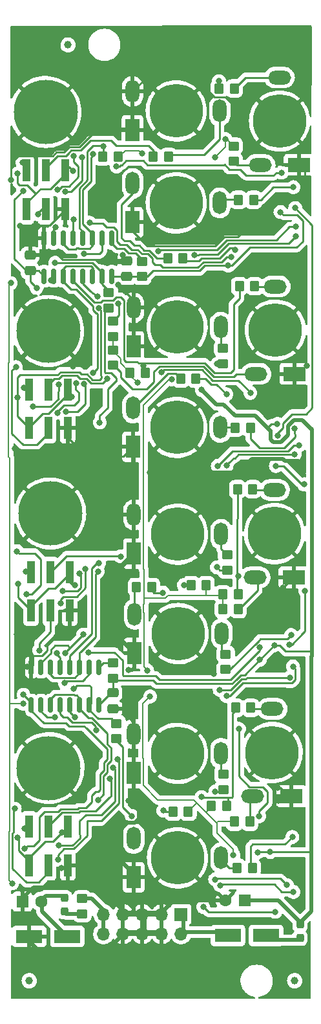
<source format=gbr>
%TF.GenerationSoftware,KiCad,Pcbnew,(6.0.2-0)*%
%TF.CreationDate,2022-04-19T15:29:27+02:00*%
%TF.ProjectId,blindeTaube,626c696e-6465-4546-9175-62652e6b6963,rev?*%
%TF.SameCoordinates,Original*%
%TF.FileFunction,Copper,L1,Top*%
%TF.FilePolarity,Positive*%
%FSLAX46Y46*%
G04 Gerber Fmt 4.6, Leading zero omitted, Abs format (unit mm)*
G04 Created by KiCad (PCBNEW (6.0.2-0)) date 2022-04-19 15:29:27*
%MOMM*%
%LPD*%
G01*
G04 APERTURE LIST*
G04 Aperture macros list*
%AMRoundRect*
0 Rectangle with rounded corners*
0 $1 Rounding radius*
0 $2 $3 $4 $5 $6 $7 $8 $9 X,Y pos of 4 corners*
0 Add a 4 corners polygon primitive as box body*
4,1,4,$2,$3,$4,$5,$6,$7,$8,$9,$2,$3,0*
0 Add four circle primitives for the rounded corners*
1,1,$1+$1,$2,$3*
1,1,$1+$1,$4,$5*
1,1,$1+$1,$6,$7*
1,1,$1+$1,$8,$9*
0 Add four rect primitives between the rounded corners*
20,1,$1+$1,$2,$3,$4,$5,0*
20,1,$1+$1,$4,$5,$6,$7,0*
20,1,$1+$1,$6,$7,$8,$9,0*
20,1,$1+$1,$8,$9,$2,$3,0*%
G04 Aperture macros list end*
%TA.AperFunction,SMDPad,CuDef*%
%ADD10RoundRect,0.250000X0.450000X-0.350000X0.450000X0.350000X-0.450000X0.350000X-0.450000X-0.350000X0*%
%TD*%
%TA.AperFunction,SMDPad,CuDef*%
%ADD11RoundRect,0.250000X-0.350000X-0.450000X0.350000X-0.450000X0.350000X0.450000X-0.350000X0.450000X0*%
%TD*%
%TA.AperFunction,ComponentPad*%
%ADD12C,8.400000*%
%TD*%
%TA.AperFunction,SMDPad,CuDef*%
%ADD13R,1.000000X3.000000*%
%TD*%
%TA.AperFunction,SMDPad,CuDef*%
%ADD14RoundRect,0.250000X0.475000X-0.337500X0.475000X0.337500X-0.475000X0.337500X-0.475000X-0.337500X0*%
%TD*%
%TA.AperFunction,SMDPad,CuDef*%
%ADD15RoundRect,0.250000X-0.475000X0.337500X-0.475000X-0.337500X0.475000X-0.337500X0.475000X0.337500X0*%
%TD*%
%TA.AperFunction,ComponentPad*%
%ADD16R,1.600000X1.600000*%
%TD*%
%TA.AperFunction,ComponentPad*%
%ADD17C,1.600000*%
%TD*%
%TA.AperFunction,SMDPad,CuDef*%
%ADD18RoundRect,0.250000X0.350000X0.450000X-0.350000X0.450000X-0.350000X-0.450000X0.350000X-0.450000X0*%
%TD*%
%TA.AperFunction,SMDPad,CuDef*%
%ADD19C,1.000000*%
%TD*%
%TA.AperFunction,SMDPad,CuDef*%
%ADD20RoundRect,0.250000X-0.450000X0.350000X-0.450000X-0.350000X0.450000X-0.350000X0.450000X0.350000X0*%
%TD*%
%TA.AperFunction,ComponentPad*%
%ADD21C,7.000000*%
%TD*%
%TA.AperFunction,SMDPad,CuDef*%
%ADD22R,3.000000X1.830000*%
%TD*%
%TA.AperFunction,SMDPad,CuDef*%
%ADD23O,3.000000X1.800000*%
%TD*%
%TA.AperFunction,SMDPad,CuDef*%
%ADD24R,1.830000X3.000000*%
%TD*%
%TA.AperFunction,SMDPad,CuDef*%
%ADD25O,1.800000X3.000000*%
%TD*%
%TA.AperFunction,SMDPad,CuDef*%
%ADD26RoundRect,0.150000X-0.150000X0.825000X-0.150000X-0.825000X0.150000X-0.825000X0.150000X0.825000X0*%
%TD*%
%TA.AperFunction,SMDPad,CuDef*%
%ADD27RoundRect,0.237500X0.237500X-0.287500X0.237500X0.287500X-0.237500X0.287500X-0.237500X-0.287500X0*%
%TD*%
%TA.AperFunction,SMDPad,CuDef*%
%ADD28R,3.500000X1.800000*%
%TD*%
%TA.AperFunction,ComponentPad*%
%ADD29R,1.700000X1.700000*%
%TD*%
%TA.AperFunction,ComponentPad*%
%ADD30O,1.700000X1.700000*%
%TD*%
%TA.AperFunction,ViaPad*%
%ADD31C,0.800000*%
%TD*%
%TA.AperFunction,Conductor*%
%ADD32C,0.250000*%
%TD*%
%TA.AperFunction,Conductor*%
%ADD33C,0.504000*%
%TD*%
%TA.AperFunction,Conductor*%
%ADD34C,0.200000*%
%TD*%
G04 APERTURE END LIST*
D10*
%TO.P,R6,1*%
%TO.N,Net-(J1-PadTN)*%
X80600000Y-39925000D03*
%TO.P,R6,2*%
%TO.N,AREF_+10*%
X80600000Y-37925000D03*
%TD*%
D11*
%TO.P,R32,1*%
%TO.N,Net-(C14-Pad2)*%
X81350000Y-56250000D03*
%TO.P,R32,2*%
%TO.N,Net-(J3-PadT)*%
X83350000Y-56250000D03*
%TD*%
D12*
%TO.P,RV1,*%
%TO.N,GND*%
X55950000Y-33472500D03*
D13*
%TO.P,RV1,1,1*%
%TO.N,Net-(C5-Pad2)*%
X58490000Y-41132500D03*
%TO.P,RV1,2,2*%
%TO.N,Net-(R20-Pad1)*%
X55950000Y-41132500D03*
%TO.P,RV1,3,3*%
%TO.N,Net-(R23-Pad2)*%
X53410000Y-41132500D03*
%TO.P,RV1,4,4*%
%TO.N,GND*%
X58490000Y-46172500D03*
%TO.P,RV1,5,5*%
%TO.N,Net-(R13-Pad1)*%
X55950000Y-46172500D03*
%TO.P,RV1,6,6*%
%TO.N,Net-(C5-Pad2)*%
X53410000Y-46172500D03*
%TD*%
D14*
%TO.P,C34,1*%
%TO.N,VEE*%
X53924200Y-54246600D03*
%TO.P,C34,2*%
%TO.N,GND*%
X53924200Y-52171600D03*
%TD*%
D15*
%TO.P,C29,1*%
%TO.N,GND*%
X66573400Y-52941400D03*
%TO.P,C29,2*%
%TO.N,VCC*%
X66573400Y-55016400D03*
%TD*%
D16*
%TO.P,C22,1*%
%TO.N,GND*%
X52896888Y-136753600D03*
D17*
%TO.P,C22,2*%
%TO.N,VEE*%
X55396888Y-136753600D03*
%TD*%
D18*
%TO.P,R88,1*%
%TO.N,Net-(J9-PadTN)*%
X82700000Y-126300000D03*
%TO.P,R88,2*%
%TO.N,AREF_+10*%
X80700000Y-126300000D03*
%TD*%
D19*
%TO.P,fid6,*%
%TO.N,*%
X58900000Y-24700000D03*
%TD*%
D10*
%TO.P,R50,1*%
%TO.N,Net-(R50-Pad1)*%
X79222600Y-66414400D03*
%TO.P,R50,2*%
%TO.N,Net-(J5-PadT)*%
X79222600Y-64414400D03*
%TD*%
D20*
%TO.P,R89,1*%
%TO.N,Net-(R89-Pad1)*%
X65250000Y-113450000D03*
%TO.P,R89,2*%
%TO.N,Net-(C20-Pad1)*%
X65250000Y-115450000D03*
%TD*%
D21*
%TO.P,J4,*%
%TO.N,GND*%
X85952501Y-88628000D03*
D22*
%TO.P,J4,S*%
X88492501Y-94348000D03*
D23*
%TO.P,J4,T*%
%TO.N,Net-(J4-PadT)*%
X85952501Y-82918000D03*
%TO.P,J4,TN*%
%TO.N,Net-(J4-PadTN)*%
X83412501Y-94348000D03*
%TD*%
D20*
%TO.P,TH1,1*%
%TO.N,Net-(J13-Pad10)*%
X60756800Y-136363200D03*
%TO.P,TH1,2*%
%TO.N,Net-(L2-Pad1)*%
X60756800Y-138363200D03*
%TD*%
D10*
%TO.P,R75,1*%
%TO.N,Net-(R75-Pad1)*%
X79750000Y-93400000D03*
%TO.P,R75,2*%
%TO.N,Net-(J8-PadT)*%
X79750000Y-91400000D03*
%TD*%
D20*
%TO.P,R38,1*%
%TO.N,Net-(R38-Pad1)*%
X64236600Y-57099200D03*
%TO.P,R38,2*%
%TO.N,Net-(C18-Pad1)*%
X64236600Y-59099200D03*
%TD*%
D21*
%TO.P,J12,*%
%TO.N,GND*%
X73233200Y-131038600D03*
D24*
%TO.P,J12,S*%
X67513200Y-133578600D03*
D25*
%TO.P,J12,T*%
%TO.N,Net-(J12-PadT)*%
X78943200Y-131038600D03*
%TO.P,J12,TN*%
%TO.N,unconnected-(J12-PadTN)*%
X67513200Y-128498600D03*
%TD*%
D11*
%TO.P,R2,1*%
%TO.N,Net-(C1-Pad2)*%
X63450000Y-39300000D03*
%TO.P,R2,2*%
%TO.N,AREF_+10*%
X65450000Y-39300000D03*
%TD*%
D21*
%TO.P,J10,*%
%TO.N,GND*%
X73233200Y-117373400D03*
D24*
%TO.P,J10,S*%
X67513200Y-119913400D03*
D25*
%TO.P,J10,T*%
%TO.N,Net-(J10-PadT)*%
X78943200Y-117373400D03*
%TO.P,J10,TN*%
%TO.N,GND*%
X67513200Y-114833400D03*
%TD*%
D12*
%TO.P,RV4,*%
%TO.N,GND*%
X56336800Y-119285700D03*
D13*
%TO.P,RV4,1,1*%
%TO.N,Net-(C20-Pad2)*%
X58876800Y-126945700D03*
%TO.P,RV4,2,2*%
%TO.N,Net-(R101-Pad1)*%
X56336800Y-126945700D03*
%TO.P,RV4,3,3*%
%TO.N,Net-(R104-Pad2)*%
X53796800Y-126945700D03*
%TO.P,RV4,4,4*%
%TO.N,GND*%
X58876800Y-131985700D03*
%TO.P,RV4,5,5*%
%TO.N,Net-(R94-Pad1)*%
X56336800Y-131985700D03*
%TO.P,RV4,6,6*%
%TO.N,Net-(C20-Pad2)*%
X53796800Y-131985700D03*
%TD*%
D12*
%TO.P,RV3,*%
%TO.N,GND*%
X56565800Y-85979000D03*
D13*
%TO.P,RV3,1,1*%
%TO.N,Net-(C10-Pad2)*%
X59105800Y-93639000D03*
%TO.P,RV3,2,2*%
%TO.N,Net-(R75-Pad1)*%
X56565800Y-93639000D03*
%TO.P,RV3,3,3*%
%TO.N,Net-(R78-Pad2)*%
X54025800Y-93639000D03*
%TO.P,RV3,4,4*%
%TO.N,GND*%
X59105800Y-98679000D03*
%TO.P,RV3,5,5*%
%TO.N,Net-(R68-Pad1)*%
X56565800Y-98679000D03*
%TO.P,RV3,6,6*%
%TO.N,Net-(C10-Pad2)*%
X54025800Y-98679000D03*
%TD*%
D21*
%TO.P,J5,*%
%TO.N,GND*%
X73182400Y-61620400D03*
D24*
%TO.P,J5,S*%
X67462400Y-64160400D03*
D25*
%TO.P,J5,T*%
%TO.N,Net-(J5-PadT)*%
X78892400Y-61620400D03*
%TO.P,J5,TN*%
%TO.N,GND*%
X67462400Y-59080400D03*
%TD*%
D21*
%TO.P,J11,*%
%TO.N,GND*%
X73326900Y-101701600D03*
D24*
%TO.P,J11,S*%
X67606900Y-104241600D03*
D25*
%TO.P,J11,T*%
%TO.N,Net-(J11-PadT)*%
X79036900Y-101701600D03*
%TO.P,J11,TN*%
%TO.N,Net-(J11-PadTN)*%
X67606900Y-99161600D03*
%TD*%
D11*
%TO.P,R66,1*%
%TO.N,Net-(C10-Pad2)*%
X75012800Y-95351600D03*
%TO.P,R66,2*%
%TO.N,AREF_+10*%
X77012800Y-95351600D03*
%TD*%
D26*
%TO.P,U8,1,MODE*%
%TO.N,Net-(R92-Pad1)*%
X62966600Y-106091900D03*
%TO.P,U8,2,I_IN1*%
%TO.N,Net-(R26-Pad1)*%
X61696600Y-106091900D03*
%TO.P,U8,3,VC1*%
%TO.N,Net-(C6-Pad1)*%
X60426600Y-106091900D03*
%TO.P,U8,4,I_OUT1*%
%TO.N,Net-(C6-Pad2)*%
X59156600Y-106091900D03*
%TO.P,U8,5,I_OUT2*%
%TO.N,Net-(R59-Pad2)*%
X57886600Y-106091900D03*
%TO.P,U8,6,VC2*%
%TO.N,Net-(C6-Pad1)*%
X56616600Y-106091900D03*
%TO.P,U8,7,I_IN2*%
%TO.N,Net-(R64-Pad1)*%
X55346600Y-106091900D03*
%TO.P,U8,8,GND*%
%TO.N,GND*%
X54076600Y-106091900D03*
%TO.P,U8,9,V-*%
%TO.N,VEE*%
X54076600Y-111041900D03*
%TO.P,U8,10,I_IN3*%
%TO.N,Net-(R83-Pad1)*%
X55346600Y-111041900D03*
%TO.P,U8,11,VC3*%
%TO.N,Net-(C11-Pad1)*%
X56616600Y-111041900D03*
%TO.P,U8,12,I_OUT3*%
%TO.N,Net-(C11-Pad2)*%
X57886600Y-111041900D03*
%TO.P,U8,13,I_OUT4*%
%TO.N,Net-(R86-Pad2)*%
X59156600Y-111041900D03*
%TO.P,U8,14,VC4*%
%TO.N,Net-(C11-Pad1)*%
X60426600Y-111041900D03*
%TO.P,U8,15,I_IN4*%
%TO.N,Net-(R89-Pad1)*%
X61696600Y-111041900D03*
%TO.P,U8,16,V+*%
%TO.N,VCC*%
X62966600Y-111041900D03*
%TD*%
D11*
%TO.P,R85,1*%
%TO.N,Net-(C11-Pad2)*%
X80850000Y-111400000D03*
%TO.P,R85,2*%
%TO.N,Net-(J9-PadT)*%
X82850000Y-111400000D03*
%TD*%
D18*
%TO.P,R61,1*%
%TO.N,Net-(J4-PadTN)*%
X81200000Y-98500000D03*
%TO.P,R61,2*%
%TO.N,AREF_+10*%
X79200000Y-98500000D03*
%TD*%
D16*
%TO.P,C21,1*%
%TO.N,VCC*%
X82027913Y-136601200D03*
D17*
%TO.P,C21,2*%
%TO.N,GND*%
X79527913Y-136601200D03*
%TD*%
D20*
%TO.P,R40,1*%
%TO.N,Net-(C18-Pad2)*%
X64820800Y-60858400D03*
%TO.P,R40,2*%
%TO.N,AREF_+10*%
X64820800Y-62858400D03*
%TD*%
D11*
%TO.P,R12,1*%
%TO.N,Net-(J6-PadT)*%
X81203800Y-44958000D03*
%TO.P,R12,2*%
%TO.N,Net-(C2-Pad1)*%
X83203800Y-44958000D03*
%TD*%
D26*
%TO.P,U3,1,MODE*%
%TO.N,Net-(R41-Pad1)*%
X64632852Y-50001400D03*
%TO.P,U3,2,I_IN1*%
%TO.N,Net-(R1-Pad1)*%
X63362852Y-50001400D03*
%TO.P,U3,3,VC1*%
%TO.N,Net-(C1-Pad1)*%
X62092852Y-50001400D03*
%TO.P,U3,4,I_OUT1*%
%TO.N,Net-(C1-Pad2)*%
X60822852Y-50001400D03*
%TO.P,U3,5,I_OUT2*%
%TO.N,Net-(R4-Pad2)*%
X59552852Y-50001400D03*
%TO.P,U3,6,VC2*%
%TO.N,Net-(C1-Pad1)*%
X58282852Y-50001400D03*
%TO.P,U3,7,I_IN2*%
%TO.N,Net-(R16-Pad2)*%
X57012852Y-50001400D03*
%TO.P,U3,8,GND*%
%TO.N,GND*%
X55742852Y-50001400D03*
%TO.P,U3,9,V-*%
%TO.N,VEE*%
X55742852Y-54951400D03*
%TO.P,U3,10,I_IN3*%
%TO.N,Net-(R30-Pad1)*%
X57012852Y-54951400D03*
%TO.P,U3,11,VC3*%
%TO.N,Net-(C14-Pad1)*%
X58282852Y-54951400D03*
%TO.P,U3,12,I_OUT3*%
%TO.N,Net-(C14-Pad2)*%
X59552852Y-54951400D03*
%TO.P,U3,13,I_OUT4*%
%TO.N,Net-(R33-Pad2)*%
X60822852Y-54951400D03*
%TO.P,U3,14,VC4*%
%TO.N,Net-(C14-Pad1)*%
X62092852Y-54951400D03*
%TO.P,U3,15,I_IN4*%
%TO.N,Net-(R38-Pad1)*%
X63362852Y-54951400D03*
%TO.P,U3,16,V+*%
%TO.N,VCC*%
X64632852Y-54951400D03*
%TD*%
D14*
%TO.P,C39,1*%
%TO.N,GND*%
X64770000Y-111523600D03*
%TO.P,C39,2*%
%TO.N,VCC*%
X64770000Y-109448600D03*
%TD*%
D18*
%TO.P,R57,1*%
%TO.N,Net-(C6-Pad2)*%
X81200000Y-96550000D03*
%TO.P,R57,2*%
%TO.N,AREF_+10*%
X79200000Y-96550000D03*
%TD*%
D21*
%TO.P,J6,*%
%TO.N,GND*%
X73072900Y-45364400D03*
D24*
%TO.P,J6,S*%
X67352900Y-47904400D03*
D25*
%TO.P,J6,T*%
%TO.N,Net-(J6-PadT)*%
X78782900Y-45364400D03*
%TO.P,J6,TN*%
%TO.N,Net-(J6-PadTN)*%
X67352900Y-42824400D03*
%TD*%
D20*
%TO.P,R41,1*%
%TO.N,Net-(R41-Pad1)*%
X68605400Y-53009800D03*
%TO.P,R41,2*%
%TO.N,VCC*%
X68605400Y-55009800D03*
%TD*%
D11*
%TO.P,R36,1*%
%TO.N,Net-(J7-PadTN)*%
X73660000Y-68351400D03*
%TO.P,R36,2*%
%TO.N,Net-(R36-Pad2)*%
X75660000Y-68351400D03*
%TD*%
D27*
%TO.P,L2,1,1*%
%TO.N,Net-(L2-Pad1)*%
X58420000Y-138005000D03*
%TO.P,L2,2,2*%
%TO.N,VEE*%
X58420000Y-136255000D03*
%TD*%
D10*
%TO.P,R35,1*%
%TO.N,Net-(J3-PadTN)*%
X64770000Y-66600000D03*
%TO.P,R35,2*%
%TO.N,AREF_+10*%
X64770000Y-64600000D03*
%TD*%
D21*
%TO.P,J8,*%
%TO.N,GND*%
X73250700Y-88696800D03*
D24*
%TO.P,J8,S*%
X67530700Y-91236800D03*
D25*
%TO.P,J8,T*%
%TO.N,Net-(J8-PadT)*%
X78960700Y-88696800D03*
%TO.P,J8,TN*%
%TO.N,GND*%
X67530700Y-86156800D03*
%TD*%
D19*
%TO.P,fid5,*%
%TO.N,*%
X53800000Y-147100000D03*
%TD*%
D21*
%TO.P,J7,*%
%TO.N,GND*%
X73131600Y-74726800D03*
D24*
%TO.P,J7,S*%
X67411600Y-77266800D03*
D25*
%TO.P,J7,T*%
%TO.N,Net-(J7-PadT)*%
X78841600Y-74726800D03*
%TO.P,J7,TN*%
%TO.N,Net-(J7-PadTN)*%
X67411600Y-72186800D03*
%TD*%
D28*
%TO.P,D10,1,K*%
%TO.N,GND*%
X53800000Y-141300000D03*
%TO.P,D10,2,A*%
%TO.N,VEE*%
X58800000Y-141300000D03*
%TD*%
D11*
%TO.P,R62,1*%
%TO.N,Net-(J11-PadTN)*%
X67850000Y-95600000D03*
%TO.P,R62,2*%
%TO.N,Net-(R62-Pad2)*%
X69850000Y-95600000D03*
%TD*%
%TO.P,R20,1*%
%TO.N,Net-(R20-Pad1)*%
X70075000Y-39350000D03*
%TO.P,R20,2*%
%TO.N,Net-(J2-PadT)*%
X72075000Y-39350000D03*
%TD*%
D20*
%TO.P,R67,1*%
%TO.N,Net-(J11-PadT)*%
X79550000Y-104400000D03*
%TO.P,R67,2*%
%TO.N,Net-(C7-Pad1)*%
X79550000Y-106400000D03*
%TD*%
D21*
%TO.P,J3,*%
%TO.N,GND*%
X86075000Y-62005000D03*
D22*
%TO.P,J3,S*%
X88615000Y-67725000D03*
D23*
%TO.P,J3,T*%
%TO.N,Net-(J3-PadT)*%
X86075000Y-56295000D03*
%TO.P,J3,TN*%
%TO.N,Net-(J3-PadTN)*%
X83535000Y-67725000D03*
%TD*%
D29*
%TO.P,J13,1,Pin_1*%
%TO.N,Net-(D9-Pad2)*%
X73705800Y-138425000D03*
D30*
%TO.P,J13,2,Pin_2*%
X73705800Y-140965000D03*
%TO.P,J13,3,Pin_3*%
%TO.N,GND*%
X71165800Y-138425000D03*
%TO.P,J13,4,Pin_4*%
X71165800Y-140965000D03*
%TO.P,J13,5,Pin_5*%
X68625800Y-138425000D03*
%TO.P,J13,6,Pin_6*%
X68625800Y-140965000D03*
%TO.P,J13,7,Pin_7*%
X66085800Y-138425000D03*
%TO.P,J13,8,Pin_8*%
X66085800Y-140965000D03*
%TO.P,J13,9,Pin_9*%
%TO.N,Net-(J13-Pad10)*%
X63545800Y-138425000D03*
%TO.P,J13,10,Pin_10*%
X63545800Y-140965000D03*
%TD*%
D28*
%TO.P,D9,1,K*%
%TO.N,Net-(D9-Pad1)*%
X84850000Y-141200000D03*
%TO.P,D9,2,A*%
%TO.N,Net-(D9-Pad2)*%
X79850000Y-141200000D03*
%TD*%
D21*
%TO.P,J9,*%
%TO.N,GND*%
X85652501Y-117253000D03*
D22*
%TO.P,J9,S*%
X88192501Y-122973000D03*
D23*
%TO.P,J9,T*%
%TO.N,Net-(J9-PadT)*%
X85652501Y-111543000D03*
%TO.P,J9,TN*%
%TO.N,Net-(J9-PadTN)*%
X83112501Y-122973000D03*
%TD*%
D11*
%TO.P,R91,1*%
%TO.N,Net-(C20-Pad2)*%
X72650000Y-125000000D03*
%TO.P,R91,2*%
%TO.N,AREF_+10*%
X74650000Y-125000000D03*
%TD*%
%TO.P,R42,1*%
%TO.N,Net-(J7-PadT)*%
X80800000Y-74750000D03*
%TO.P,R42,2*%
%TO.N,Net-(C15-Pad1)*%
X82800000Y-74750000D03*
%TD*%
D18*
%TO.P,R31,1*%
%TO.N,Net-(C14-Pad2)*%
X69030600Y-67600000D03*
%TO.P,R31,2*%
%TO.N,AREF_+10*%
X67030600Y-67600000D03*
%TD*%
D12*
%TO.P,RV2,*%
%TO.N,GND*%
X56295800Y-62113800D03*
D13*
%TO.P,RV2,1,1*%
%TO.N,Net-(C18-Pad2)*%
X58835800Y-69773800D03*
%TO.P,RV2,2,2*%
%TO.N,Net-(R50-Pad1)*%
X56295800Y-69773800D03*
%TO.P,RV2,3,3*%
%TO.N,Net-(R53-Pad2)*%
X53755800Y-69773800D03*
%TO.P,RV2,4,4*%
%TO.N,GND*%
X58835800Y-74813800D03*
%TO.P,RV2,5,5*%
%TO.N,Net-(R43-Pad1)*%
X56295800Y-74813800D03*
%TO.P,RV2,6,6*%
%TO.N,Net-(C18-Pad2)*%
X53755800Y-74813800D03*
%TD*%
D21*
%TO.P,J1,*%
%TO.N,GND*%
X86614000Y-34666000D03*
D22*
%TO.P,J1,S*%
X89154000Y-40386000D03*
D23*
%TO.P,J1,T*%
%TO.N,Net-(J1-PadT)*%
X86614000Y-28956000D03*
%TO.P,J1,TN*%
%TO.N,Net-(J1-PadTN)*%
X84074000Y-40386000D03*
%TD*%
D11*
%TO.P,R7,1*%
%TO.N,Net-(J6-PadTN)*%
X71958200Y-52628800D03*
%TO.P,R7,2*%
%TO.N,Net-(R7-Pad2)*%
X73958200Y-52628800D03*
%TD*%
D19*
%TO.P,fid4,*%
%TO.N,*%
X88600000Y-147100000D03*
%TD*%
D10*
%TO.P,R101,1*%
%TO.N,Net-(R101-Pad1)*%
X79250000Y-122100000D03*
%TO.P,R101,2*%
%TO.N,Net-(J10-PadT)*%
X79250000Y-120100000D03*
%TD*%
D27*
%TO.P,L1,1,1*%
%TO.N,Net-(D9-Pad1)*%
X89300000Y-141515000D03*
%TO.P,L1,2,2*%
%TO.N,VCC*%
X89300000Y-139765000D03*
%TD*%
D11*
%TO.P,R93,1*%
%TO.N,Net-(J12-PadT)*%
X81042000Y-132334000D03*
%TO.P,R93,2*%
%TO.N,Net-(C12-Pad1)*%
X83042000Y-132334000D03*
%TD*%
D20*
%TO.P,R92,1*%
%TO.N,Net-(R92-Pad1)*%
X64795400Y-105565100D03*
%TO.P,R92,2*%
%TO.N,VCC*%
X64795400Y-107565100D03*
%TD*%
D11*
%TO.P,R3,1*%
%TO.N,Net-(C1-Pad2)*%
X78700000Y-30400000D03*
%TO.P,R3,2*%
%TO.N,Net-(J1-PadT)*%
X80700000Y-30400000D03*
%TD*%
D18*
%TO.P,R84,1*%
%TO.N,Net-(C11-Pad2)*%
X79700000Y-124200000D03*
%TO.P,R84,2*%
%TO.N,AREF_+10*%
X77700000Y-124200000D03*
%TD*%
D11*
%TO.P,R58,1*%
%TO.N,Net-(C6-Pad2)*%
X81102200Y-82804000D03*
%TO.P,R58,2*%
%TO.N,Net-(J4-PadT)*%
X83102200Y-82804000D03*
%TD*%
D21*
%TO.P,J2,*%
%TO.N,GND*%
X73070000Y-33325000D03*
D24*
%TO.P,J2,S*%
X67350000Y-35865000D03*
D25*
%TO.P,J2,T*%
%TO.N,Net-(J2-PadT)*%
X78780000Y-33325000D03*
%TO.P,J2,TN*%
%TO.N,GND*%
X67350000Y-30785000D03*
%TD*%
D31*
%TO.N,Net-(C1-Pad1)*%
X62200000Y-38950000D03*
%TO.N,Net-(C1-Pad2)*%
X78675000Y-29450000D03*
X63550000Y-37950000D03*
%TO.N,Net-(C2-Pad1)*%
X88429500Y-43307000D03*
%TO.N,GND*%
X84650000Y-131950000D03*
X85351766Y-45536409D03*
X65461243Y-56098440D03*
X86450000Y-123525000D03*
X67530700Y-80602100D03*
X51950000Y-77500000D03*
X52565900Y-48412400D03*
X53500000Y-106000000D03*
X66800000Y-106450000D03*
X66040000Y-52197000D03*
X89325000Y-79300000D03*
X69625000Y-80650620D03*
X87096600Y-95707200D03*
X66800000Y-111300000D03*
X85369400Y-97434400D03*
X86350000Y-121850500D03*
X58013600Y-132384800D03*
X66850000Y-123524500D03*
X78000000Y-106975000D03*
X64820800Y-94208600D03*
X53600000Y-113050000D03*
X90170000Y-66649600D03*
X89500000Y-133450000D03*
X52150000Y-101825000D03*
X51400000Y-42400000D03*
X59525000Y-66725000D03*
%TO.N,Net-(C5-Pad2)*%
X52240498Y-41550000D03*
X59512200Y-41198800D03*
%TO.N,Net-(C6-Pad1)*%
X62810204Y-93569604D03*
%TO.N,Net-(C6-Pad2)*%
X62966600Y-92481400D03*
X81250000Y-94200000D03*
%TO.N,Net-(C7-Pad1)*%
X88138000Y-101879400D03*
%TO.N,Net-(C10-Pad2)*%
X59794346Y-95390016D03*
X52301151Y-95184949D03*
X74066400Y-95351600D03*
%TO.N,Net-(C11-Pad1)*%
X62850000Y-123450000D03*
%TO.N,Net-(C11-Pad2)*%
X76400000Y-123075000D03*
X62550000Y-114300000D03*
%TO.N,Net-(C12-Pad1)*%
X88300000Y-128300000D03*
%TO.N,Net-(C14-Pad1)*%
X62204600Y-67564000D03*
%TO.N,Net-(C14-Pad2)*%
X68750000Y-66650000D03*
%TO.N,Net-(C15-Pad1)*%
X88595200Y-74879200D03*
%TO.N,Net-(C18-Pad1)*%
X63042800Y-74091800D03*
%TO.N,Net-(C18-Pad2)*%
X59371900Y-70714338D03*
X52250000Y-70800000D03*
X65498389Y-58494958D03*
X62915800Y-59105800D03*
%TO.N,Net-(C20-Pad1)*%
X67250000Y-125550000D03*
%TO.N,Net-(C20-Pad2)*%
X52280801Y-128380801D03*
X58111250Y-127711250D03*
X71375000Y-124850000D03*
%TO.N,VCC*%
X85400000Y-130275000D03*
X65250000Y-40600000D03*
X86325000Y-74275000D03*
X76425000Y-69825000D03*
X85928200Y-103225600D03*
X84026900Y-105126900D03*
X86741000Y-46558200D03*
X86868000Y-41402000D03*
X79900000Y-53550000D03*
X83750000Y-130325000D03*
%TO.N,VEE*%
X86137000Y-79768100D03*
X52200000Y-90925000D03*
X53223952Y-129849354D03*
X88680160Y-46032842D03*
X87909400Y-103124000D03*
X57700000Y-69100000D03*
X53050000Y-109700000D03*
X76606400Y-137452700D03*
X53025000Y-43775000D03*
X53462908Y-96582806D03*
X54764583Y-56479627D03*
X86409505Y-75797500D03*
X89825000Y-82175000D03*
X89975000Y-96100000D03*
X86050000Y-138100000D03*
X54305200Y-72034400D03*
%TO.N,AREF_+10*%
X78206600Y-39395400D03*
X68580000Y-38887400D03*
X80575000Y-130650000D03*
X69253700Y-106500000D03*
X72460500Y-68427600D03*
X69650000Y-109925000D03*
X68000000Y-68900000D03*
X79527400Y-37007800D03*
%TO.N,AREF_-10*%
X53000000Y-110875000D03*
X51375000Y-55850000D03*
X51562000Y-134366000D03*
%TO.N,Net-(D1-Pad1)*%
X60706000Y-39370000D03*
X58500000Y-43900000D03*
%TO.N,Net-(D1-Pad2)*%
X59625000Y-39229700D03*
X57500000Y-43633100D03*
%TO.N,Net-(D2-Pad1)*%
X60985400Y-69056300D03*
X58623200Y-72694800D03*
%TO.N,Net-(D2-Pad2)*%
X57531000Y-72821800D03*
X59944000Y-68935600D03*
%TO.N,Net-(D3-Pad1)*%
X75488800Y-52197000D03*
X88722200Y-49758600D03*
%TO.N,Net-(D3-Pad2)*%
X88773000Y-48488600D03*
X70679800Y-51697400D03*
%TO.N,Net-(D4-Pad1)*%
X79675000Y-79725000D03*
X88620600Y-78232000D03*
%TO.N,Net-(D4-Pad2)*%
X89200000Y-77050000D03*
X78525000Y-79750000D03*
%TO.N,Net-(D5-Pad1)*%
X57912000Y-97713800D03*
X61189607Y-93207379D03*
%TO.N,Net-(D5-Pad2)*%
X58166000Y-96113600D03*
X60426600Y-93853000D03*
%TO.N,Net-(D6-Pad4)*%
X57550000Y-131250000D03*
X65350000Y-118100000D03*
%TO.N,Net-(D6-Pad2)*%
X64800000Y-119200000D03*
X57674500Y-129374500D03*
%TO.N,Net-(D7-Pad1)*%
X87960200Y-107442000D03*
X78765400Y-109067600D03*
%TO.N,Net-(D7-Pad2)*%
X79654400Y-109855000D03*
X88375000Y-106000000D03*
%TO.N,Net-(D8-Pad1)*%
X78181200Y-133858000D03*
X87575000Y-134600000D03*
%TO.N,Net-(D8-Pad2)*%
X88442800Y-135483600D03*
X78841600Y-134620000D03*
%TO.N,Net-(R1-Pad1)*%
X60985400Y-52028340D03*
%TO.N,Net-(R4-Pad2)*%
X61722000Y-47955200D03*
X80300000Y-52425000D03*
X59643499Y-47502299D03*
%TO.N,Net-(R7-Pad2)*%
X80775000Y-51475000D03*
%TO.N,Net-(R16-Pad2)*%
X57275000Y-48525000D03*
%TO.N,Net-(R13-Pad1)*%
X54940200Y-46837600D03*
%TO.N,Net-(R23-Pad2)*%
X52910943Y-40035298D03*
%TO.N,Net-(R26-Pad1)*%
X58470800Y-108166500D03*
%TO.N,Net-(R30-Pad1)*%
X56642352Y-55448200D03*
%TO.N,Net-(R33-Pad2)*%
X71145400Y-67487800D03*
X62738000Y-57607200D03*
X82790166Y-70205970D03*
%TO.N,Net-(R36-Pad2)*%
X79650000Y-70400000D03*
%TO.N,Net-(R38-Pad1)*%
X57200800Y-53192380D03*
%TO.N,Net-(R43-Pad1)*%
X52050000Y-66850000D03*
%TO.N,Net-(R50-Pad1)*%
X64058800Y-68350000D03*
X78450000Y-66400000D03*
%TO.N,Net-(R53-Pad2)*%
X53086000Y-69570600D03*
%TO.N,Net-(R59-Pad2)*%
X84023200Y-103530400D03*
X57454800Y-104216200D03*
X61595000Y-104140000D03*
%TO.N,Net-(R62-Pad2)*%
X71350000Y-96350000D03*
%TO.N,Net-(R64-Pad1)*%
X58516295Y-104232815D03*
X60879501Y-101824301D03*
%TO.N,Net-(R68-Pad1)*%
X55100000Y-103900000D03*
%TO.N,Net-(R75-Pad1)*%
X78411529Y-93028819D03*
X65800000Y-91600000D03*
%TO.N,Net-(R78-Pad2)*%
X53356240Y-93607837D03*
%TO.N,Net-(R83-Pad1)*%
X57200800Y-112674400D03*
%TO.N,Net-(R86-Pad2)*%
X83950000Y-125575000D03*
X59782784Y-112625500D03*
X81300000Y-114150000D03*
%TO.N,Net-(R89-Pad1)*%
X59649711Y-108884547D03*
%TO.N,Net-(R94-Pad1)*%
X51900000Y-124600000D03*
%TO.N,Net-(R101-Pad1)*%
X64325500Y-120701488D03*
X78200000Y-122350000D03*
%TO.N,Net-(R104-Pad2)*%
X53200000Y-127200000D03*
%TD*%
D32*
%TO.N,Net-(C1-Pad1)*%
X60817530Y-43627988D02*
X60817530Y-48133000D01*
X62092852Y-50937148D02*
X61729080Y-51300920D01*
X60045600Y-51282600D02*
X59918600Y-51409600D01*
X62200000Y-38950000D02*
X62216277Y-39063754D01*
X58282852Y-50001400D02*
X58282852Y-50866052D01*
X62092852Y-50001400D02*
X62092852Y-50937148D01*
X62092852Y-49408322D02*
X62092852Y-50001400D01*
X59918600Y-51409600D02*
X58928000Y-51409600D01*
X61880031Y-42565486D02*
X60817530Y-43627988D01*
X60817530Y-48133000D02*
X62092852Y-49408322D01*
X60267120Y-51300920D02*
X60248800Y-51282600D01*
X62216277Y-39063754D02*
X61880031Y-39400000D01*
X61880031Y-39400000D02*
X61880031Y-42565486D01*
X58928000Y-51409600D02*
X58282852Y-50764452D01*
X61729080Y-51300920D02*
X60267120Y-51300920D01*
X58282852Y-50764452D02*
X58282852Y-50001400D01*
X60248800Y-51282600D02*
X60045600Y-51282600D01*
%TO.N,Net-(C1-Pad2)*%
X60368010Y-48658610D02*
X60368010Y-43441790D01*
X60822852Y-49113452D02*
X60368010Y-48658610D01*
X60368010Y-43441790D02*
X61430511Y-42379289D01*
X61430511Y-38669489D02*
X62200000Y-37900000D01*
X61430511Y-42379289D02*
X61430511Y-38669489D01*
X63424600Y-37900000D02*
X63550000Y-37950000D01*
X63550000Y-37950000D02*
X63550000Y-39350000D01*
X62200000Y-37900000D02*
X63424600Y-37900000D01*
X78675000Y-29450000D02*
X78675000Y-30375000D01*
X60822852Y-50001400D02*
X60822852Y-49113452D01*
X78675000Y-30375000D02*
X78700000Y-30400000D01*
%TO.N,Net-(C2-Pad1)*%
X84175600Y-44958000D02*
X85826600Y-43307000D01*
X85826600Y-43307000D02*
X88429500Y-43307000D01*
X83203800Y-44958000D02*
X84175600Y-44958000D01*
%TO.N,GND*%
X67352900Y-48099700D02*
X67779900Y-48526700D01*
X89916000Y-41148000D02*
X89154000Y-40386000D01*
D33*
X66625000Y-126375000D02*
X66651511Y-126401511D01*
D32*
X55742852Y-50001400D02*
X55742852Y-51653452D01*
D33*
X52944888Y-136285112D02*
X54356000Y-134874000D01*
X66800000Y-111300000D02*
X66800000Y-112475000D01*
D32*
X79349600Y-49784000D02*
X81102200Y-49784000D01*
X52565900Y-48412400D02*
X55487400Y-48412400D01*
D33*
X66800000Y-106450000D02*
X67350000Y-106450000D01*
D32*
X58013600Y-132384800D02*
X58477700Y-132384800D01*
X53500000Y-106000000D02*
X53984700Y-106000000D01*
X54076600Y-106091900D02*
X54325000Y-105843500D01*
D33*
X69625000Y-80650620D02*
X81199380Y-80650620D01*
D32*
X66573400Y-52941400D02*
X66413200Y-52941400D01*
X65461243Y-56098440D02*
X67462400Y-58099597D01*
X77100000Y-28750000D02*
X76625000Y-28275000D01*
X52150000Y-103300000D02*
X52150000Y-101825000D01*
X58835800Y-76082400D02*
X61290200Y-78536800D01*
X80314800Y-35915600D02*
X80314800Y-32314800D01*
X67462400Y-64160400D02*
X67462400Y-59080400D01*
D33*
X67513200Y-122413200D02*
X67513200Y-119913400D01*
D32*
X56150000Y-103275000D02*
X57494800Y-101930200D01*
D33*
X68150000Y-123575000D02*
X68150000Y-123050000D01*
D32*
X88798400Y-94361000D02*
X88442800Y-94361000D01*
D33*
X54356000Y-134874000D02*
X56642000Y-134874000D01*
D32*
X52832000Y-78382000D02*
X52832000Y-78536800D01*
D33*
X68150000Y-125950000D02*
X68150000Y-123575000D01*
X65775000Y-127225000D02*
X66625000Y-126375000D01*
D32*
X56475000Y-48325000D02*
X56475000Y-48296522D01*
X86969600Y-40386000D02*
X85293200Y-38709600D01*
X79500000Y-31500000D02*
X78075000Y-31500000D01*
D33*
X67513200Y-137972800D02*
X67281000Y-138205000D01*
D32*
X58496200Y-101930200D02*
X59105800Y-101320600D01*
D33*
X68905000Y-138205000D02*
X67281000Y-138205000D01*
D32*
X66040000Y-52197000D02*
X66040000Y-52408000D01*
X66850000Y-123524500D02*
X68099500Y-123524500D01*
D33*
X67530700Y-80602100D02*
X67530700Y-77385900D01*
D32*
X62840000Y-35560000D02*
X67310000Y-35560000D01*
X57338803Y-38750480D02*
X58324520Y-38750480D01*
X55742852Y-51653452D02*
X55753000Y-51663600D01*
X86512400Y-44373800D02*
X89382600Y-44373800D01*
D33*
X55118000Y-143256000D02*
X63854000Y-143256000D01*
X65675000Y-102309700D02*
X65675000Y-93092500D01*
X82980640Y-78869360D02*
X87075000Y-78869360D01*
D32*
X52832000Y-78536800D02*
X61290200Y-78536800D01*
X68099500Y-123524500D02*
X68150000Y-123575000D01*
X58490000Y-46281522D02*
X58490000Y-46172500D01*
X61290200Y-78536800D02*
X66141600Y-78536800D01*
X87050000Y-122200000D02*
X88291000Y-122200000D01*
X53984700Y-106000000D02*
X54076600Y-106091900D01*
X82753200Y-37947600D02*
X82753200Y-37541200D01*
D33*
X67513200Y-114833400D02*
X67513200Y-113188200D01*
D32*
X53475000Y-104625000D02*
X52150000Y-103300000D01*
X85293200Y-38709600D02*
X83515200Y-38709600D01*
X55753000Y-51663600D02*
X55473600Y-51663600D01*
X78075000Y-31500000D02*
X77100000Y-30525000D01*
X87990501Y-123500000D02*
X88542501Y-122948000D01*
X67310000Y-35560000D02*
X67310000Y-30480000D01*
D33*
X67530700Y-86156800D02*
X67530700Y-80602100D01*
D32*
X57063652Y-51653452D02*
X55742852Y-51653452D01*
X67352900Y-49090300D02*
X69240400Y-50977800D01*
D33*
X67530700Y-77385900D02*
X67411600Y-77266800D01*
D32*
X66141600Y-78536800D02*
X67411600Y-77266800D01*
X58477700Y-132384800D02*
X58876800Y-131985700D01*
X78160711Y-50972889D02*
X79349600Y-49784000D01*
D33*
X67698489Y-126401511D02*
X68150000Y-125950000D01*
D32*
X67352900Y-47904400D02*
X67352900Y-48099700D01*
D33*
X52944888Y-136530000D02*
X52944888Y-136285112D01*
D32*
X54325000Y-104625000D02*
X53475000Y-104625000D01*
X81330800Y-36118800D02*
X80518000Y-36118800D01*
X55725000Y-48650000D02*
X56050000Y-48325000D01*
X51950000Y-77500000D02*
X52832000Y-78382000D01*
D33*
X71445000Y-138205000D02*
X68905000Y-138205000D01*
D32*
X58835800Y-74813800D02*
X58835800Y-76082400D01*
D33*
X57150000Y-134366000D02*
X62526000Y-134366000D01*
X87075000Y-78869360D02*
X87289151Y-79083511D01*
X79527913Y-136601200D02*
X72786400Y-136601200D01*
X68905000Y-140745000D02*
X68905000Y-138205000D01*
X58876800Y-132693200D02*
X58876800Y-131985700D01*
X66800000Y-112475000D02*
X66812500Y-112487500D01*
X67350000Y-106450000D02*
X67606900Y-106193100D01*
X65675000Y-93092500D02*
X67530700Y-91236800D01*
D32*
X88250000Y-131800000D02*
X84650000Y-131800000D01*
D33*
X67513200Y-133578600D02*
X67513200Y-137972800D01*
D32*
X69240400Y-50977800D02*
X69245311Y-50972889D01*
X89204800Y-67767200D02*
X89204800Y-67614800D01*
X67352900Y-47904400D02*
X67352900Y-49090300D01*
X62465680Y-52752840D02*
X58163040Y-52752840D01*
D33*
X68150000Y-123050000D02*
X67513200Y-122413200D01*
D32*
X56475000Y-48296522D02*
X58490000Y-46281522D01*
X88442800Y-94361000D02*
X87096600Y-95707200D01*
X56150000Y-103950000D02*
X56150000Y-103275000D01*
X54325000Y-105843500D02*
X54325000Y-104625000D01*
D33*
X52844888Y-136950000D02*
X52844888Y-136705112D01*
X63854000Y-143256000D02*
X66365000Y-140745000D01*
X62526000Y-134366000D02*
X66365000Y-138205000D01*
X67281000Y-138205000D02*
X66365000Y-138205000D01*
X66651511Y-126401511D02*
X67698489Y-126401511D01*
D32*
X80518000Y-36118800D02*
X80314800Y-35915600D01*
D33*
X72786400Y-136601200D02*
X71165800Y-138221800D01*
X67606900Y-104241600D02*
X65675000Y-102309700D01*
D32*
X55475000Y-104625000D02*
X56150000Y-103950000D01*
D33*
X65775000Y-131400000D02*
X65775000Y-127225000D01*
X87289151Y-79083511D02*
X89108511Y-79083511D01*
X66365000Y-140745000D02*
X68905000Y-140745000D01*
D32*
X69860000Y-28275000D02*
X67350000Y-30785000D01*
X62951240Y-53238400D02*
X62465680Y-52752840D01*
D33*
X56642000Y-134874000D02*
X57150000Y-134366000D01*
X81199380Y-80650620D02*
X82980640Y-78869360D01*
D32*
X51400000Y-40125000D02*
X52325000Y-39200000D01*
X81102200Y-49784000D02*
X86512400Y-44373800D01*
D33*
X67513200Y-113188200D02*
X66812500Y-112487500D01*
D32*
X59105800Y-101320600D02*
X59105800Y-98679000D01*
D33*
X67606900Y-106193100D02*
X67606900Y-104241600D01*
D32*
X67530700Y-91498700D02*
X64820800Y-94208600D01*
X53924200Y-52171600D02*
X54965600Y-52171600D01*
X89500000Y-133450000D02*
X88250000Y-131800000D01*
X66576400Y-111523600D02*
X66800000Y-111300000D01*
X67360800Y-48107600D02*
X67779900Y-48526700D01*
X56050000Y-48325000D02*
X56475000Y-48325000D01*
X55725000Y-49983548D02*
X55725000Y-48650000D01*
X89916000Y-43840400D02*
X89916000Y-41148000D01*
X59025000Y-38050000D02*
X60350000Y-38050000D01*
D33*
X67513200Y-133578600D02*
X67513200Y-133138200D01*
D32*
X60350000Y-38050000D02*
X62840000Y-35560000D01*
X66413200Y-52941400D02*
X66116200Y-53238400D01*
X80314800Y-32314800D02*
X79500000Y-31500000D01*
D33*
X67513200Y-133138200D02*
X65775000Y-131400000D01*
D32*
X58324520Y-38750480D02*
X59025000Y-38050000D01*
X89204800Y-67614800D02*
X90170000Y-66649600D01*
X89154000Y-40386000D02*
X86969600Y-40386000D01*
X66040000Y-52408000D02*
X66573400Y-52941400D01*
X67462400Y-58099597D02*
X67462400Y-59080400D01*
X83515200Y-38709600D02*
X82753200Y-37947600D01*
X52325000Y-39200000D02*
X56889282Y-39200000D01*
X89382600Y-44373800D02*
X89916000Y-43840400D01*
X87822500Y-122948000D02*
X86700000Y-121825500D01*
X57494800Y-101930200D02*
X58496200Y-101930200D01*
X55487400Y-48412400D02*
X55725000Y-48650000D01*
X82753200Y-37541200D02*
X81330800Y-36118800D01*
D33*
X67530700Y-91236800D02*
X67530700Y-86156800D01*
X67513200Y-119913400D02*
X67513200Y-114833400D01*
D32*
X77100000Y-30525000D02*
X77100000Y-28750000D01*
D33*
X89108511Y-79083511D02*
X89325000Y-79300000D01*
X68905000Y-140745000D02*
X71445000Y-140745000D01*
D32*
X76625000Y-28275000D02*
X69860000Y-28275000D01*
X54325000Y-104625000D02*
X55475000Y-104625000D01*
X69245311Y-50972889D02*
X78160711Y-50972889D01*
X51400000Y-42400000D02*
X51400000Y-40125000D01*
X54965600Y-52171600D02*
X55473600Y-51663600D01*
D33*
X53140000Y-141278000D02*
X55118000Y-143256000D01*
D32*
X66116200Y-53238400D02*
X62951240Y-53238400D01*
X87096600Y-95707200D02*
X85369400Y-97434400D01*
X88542501Y-122948000D02*
X87822500Y-122948000D01*
X64770000Y-111523600D02*
X66576400Y-111523600D01*
X56889282Y-39200000D02*
X57338803Y-38750480D01*
X58163040Y-52752840D02*
X57063652Y-51653452D01*
%TO.N,Net-(C5-Pad2)*%
X52550489Y-43050489D02*
X53525489Y-43050489D01*
X52240498Y-41550000D02*
X52250000Y-41559502D01*
X53340000Y-45720000D02*
X53340000Y-45491400D01*
X58993400Y-40680000D02*
X59512200Y-41198800D01*
X53525489Y-43050489D02*
X54653200Y-44178200D01*
X56559300Y-43515700D02*
X58490000Y-41585000D01*
X55315700Y-43515700D02*
X56559300Y-43515700D01*
X54653200Y-44178200D02*
X55315700Y-43515700D01*
X52250000Y-42750000D02*
X52550489Y-43050489D01*
X58490000Y-41585000D02*
X58490000Y-41132500D01*
X53340000Y-45491400D02*
X54653200Y-44178200D01*
X52250000Y-41559502D02*
X52250000Y-42750000D01*
X58420000Y-40680000D02*
X58993400Y-40680000D01*
%TO.N,Net-(C6-Pad1)*%
X60528200Y-104089200D02*
X60426600Y-104190800D01*
X59817000Y-107442000D02*
X57023000Y-107442000D01*
X62484000Y-93895808D02*
X62484000Y-102158800D01*
X60426600Y-106091900D02*
X60426600Y-106832400D01*
X60553600Y-104089200D02*
X60528200Y-104089200D01*
X60426600Y-104190800D02*
X60426600Y-106091900D01*
X60426600Y-106832400D02*
X59817000Y-107442000D01*
X62484000Y-102158800D02*
X60553600Y-104089200D01*
X62810204Y-93569604D02*
X62484000Y-93895808D01*
X56616600Y-107035600D02*
X56616600Y-106091900D01*
X57023000Y-107442000D02*
X56616600Y-107035600D01*
%TO.N,Net-(C6-Pad2)*%
X61010800Y-102717600D02*
X62001400Y-101727000D01*
X59156600Y-106091900D02*
X59156600Y-104571800D01*
X81250000Y-94400000D02*
X81076800Y-94573200D01*
X62687200Y-92481400D02*
X62966600Y-92481400D01*
X81250000Y-94200000D02*
X81250000Y-94400000D01*
X59156600Y-104571800D02*
X61010800Y-102717600D01*
X81102200Y-82804000D02*
X81102200Y-86664800D01*
X81076800Y-94573200D02*
X81076800Y-96426800D01*
X81076800Y-96426800D02*
X81200000Y-96550000D01*
X62001400Y-93167200D02*
X62687200Y-92481400D01*
X81076800Y-86690200D02*
X81076800Y-94573200D01*
X62001400Y-101727000D02*
X62001400Y-93167200D01*
X81102200Y-86664800D02*
X81076800Y-86690200D01*
%TO.N,Net-(C7-Pad1)*%
X88138000Y-101912000D02*
X88138000Y-101879400D01*
X79550000Y-106400000D02*
X80128986Y-106400000D01*
X84100000Y-102400000D02*
X87650000Y-102400000D01*
X83800000Y-102728986D02*
X83800000Y-102700000D01*
X80128986Y-106400000D02*
X83800000Y-102728986D01*
X87650000Y-102400000D02*
X88138000Y-101912000D01*
X83800000Y-102700000D02*
X84100000Y-102400000D01*
%TO.N,Net-(C10-Pad2)*%
X54025800Y-98069400D02*
X56311800Y-95783400D01*
X59105800Y-93853000D02*
X59105800Y-93639000D01*
X54025800Y-98679000D02*
X54025800Y-98069400D01*
X52301151Y-96954351D02*
X54025800Y-98679000D01*
X56311800Y-95783400D02*
X57175400Y-95783400D01*
X52301151Y-95184949D02*
X52301151Y-96954351D01*
X59576016Y-95390016D02*
X59105800Y-94919800D01*
X74066400Y-95351600D02*
X75012800Y-95351600D01*
X59794346Y-95390016D02*
X59576016Y-95390016D01*
X57175400Y-95783400D02*
X59105800Y-93853000D01*
X59105800Y-94919800D02*
X59105800Y-93639000D01*
%TO.N,Net-(C11-Pad1)*%
X59664600Y-109677200D02*
X57200800Y-109677200D01*
X60426600Y-111041900D02*
X60426600Y-111576600D01*
X61550000Y-112700000D02*
X62000000Y-112700000D01*
X64050000Y-118800000D02*
X64050000Y-119850000D01*
X60426600Y-111576600D02*
X61550000Y-112700000D01*
X63550000Y-122750000D02*
X62850000Y-123450000D01*
X64050000Y-116150000D02*
X64500000Y-116600000D01*
X64500000Y-118350000D02*
X64050000Y-118800000D01*
X62000000Y-112700000D02*
X64050000Y-114750000D01*
X60045600Y-109778800D02*
X59766200Y-109778800D01*
X64050000Y-114750000D02*
X64050000Y-116150000D01*
X59766200Y-109778800D02*
X59664600Y-109677200D01*
X63550000Y-120350000D02*
X63550000Y-122750000D01*
X57200800Y-109677200D02*
X56616600Y-110261400D01*
X60426600Y-110159800D02*
X60045600Y-109778800D01*
X56616600Y-110261400D02*
X56616600Y-111041900D01*
X64050000Y-119850000D02*
X63550000Y-120350000D01*
X64500000Y-116600000D02*
X64500000Y-118350000D01*
X60426600Y-111041900D02*
X60426600Y-110159800D01*
%TO.N,Net-(C11-Pad2)*%
X59482670Y-113350000D02*
X58782670Y-112650000D01*
X62014282Y-113350000D02*
X59482670Y-113350000D01*
X58300000Y-112650000D02*
X58300000Y-112600000D01*
X80350000Y-123150000D02*
X79900000Y-123150000D01*
X79850000Y-124200000D02*
X79850000Y-123200000D01*
X57886600Y-112186600D02*
X57886600Y-111041900D01*
X58300000Y-112600000D02*
X57886600Y-112186600D01*
X79600000Y-123150000D02*
X77400000Y-123150000D01*
X80450000Y-123050000D02*
X80350000Y-123150000D01*
X62507141Y-113842859D02*
X62014282Y-113350000D01*
X79900000Y-123150000D02*
X79600000Y-123150000D01*
X76475000Y-123150000D02*
X76400000Y-123075000D01*
X62507141Y-114257141D02*
X62550000Y-114300000D01*
X77400000Y-123150000D02*
X76475000Y-123150000D01*
X79850000Y-123200000D02*
X79900000Y-123150000D01*
X58782670Y-112650000D02*
X58300000Y-112650000D01*
X80850000Y-111750000D02*
X80450000Y-112150000D01*
X62507141Y-113842859D02*
X62507141Y-114257141D01*
X80450000Y-112150000D02*
X80450000Y-123050000D01*
%TO.N,Net-(C12-Pad1)*%
X83094000Y-129250000D02*
X82804000Y-129540000D01*
X82804000Y-132096000D02*
X83042000Y-132334000D01*
X87350000Y-129250000D02*
X83094000Y-129250000D01*
X82804000Y-129540000D02*
X82804000Y-132096000D01*
X88300000Y-128300000D02*
X87350000Y-129250000D01*
%TO.N,Net-(C14-Pad1)*%
X58282852Y-53985148D02*
X58616120Y-53651880D01*
X62179200Y-58851800D02*
X62179200Y-59393814D01*
X62128400Y-54915852D02*
X62092852Y-54951400D01*
X61906880Y-53651880D02*
X62128400Y-53873400D01*
X58282852Y-54951400D02*
X58282852Y-55666652D01*
X62636400Y-59817000D02*
X62738000Y-59918600D01*
X62738000Y-67030600D02*
X62204600Y-67564000D01*
X62738000Y-59918600D02*
X62738000Y-67030600D01*
X62179200Y-59393814D02*
X62602386Y-59817000D01*
X59258200Y-56642000D02*
X59969400Y-56642000D01*
X58282852Y-55666652D02*
X59258200Y-56642000D01*
X59969400Y-56642000D02*
X62179200Y-58851800D01*
X58616120Y-53651880D02*
X61906880Y-53651880D01*
X62602386Y-59817000D02*
X62636400Y-59817000D01*
X58282852Y-54951400D02*
X58282852Y-53985148D01*
X62128400Y-53873400D02*
X62128400Y-54915852D01*
%TO.N,Net-(C14-Pad2)*%
X63157711Y-58381289D02*
X62369089Y-58381289D01*
X66514080Y-66183880D02*
X66222889Y-65892689D01*
X80594200Y-67157600D02*
X80594200Y-58605800D01*
X59552852Y-55565052D02*
X59552852Y-54951400D01*
X76809600Y-66294000D02*
X78079600Y-67564000D01*
X65252600Y-57708800D02*
X64820800Y-58140600D01*
X63423800Y-58115200D02*
X63157711Y-58381289D01*
X80187800Y-67564000D02*
X80594200Y-67157600D01*
X68006080Y-66183880D02*
X66514080Y-66183880D01*
X81350000Y-57850000D02*
X81350000Y-56250000D01*
X66222889Y-65892689D02*
X66222889Y-58145689D01*
X68116200Y-66294000D02*
X68006080Y-66183880D01*
X64820800Y-58140600D02*
X64795400Y-58115200D01*
X70994000Y-66294000D02*
X68116200Y-66294000D01*
X64795400Y-58115200D02*
X63423800Y-58115200D01*
X62369089Y-58381289D02*
X59552852Y-55565052D01*
X78079600Y-67564000D02*
X80187800Y-67564000D01*
X66222889Y-58145689D02*
X65786000Y-57708800D01*
X68750000Y-66650000D02*
X68750000Y-67319400D01*
X68750000Y-67319400D02*
X69030600Y-67600000D01*
X80594200Y-58605800D02*
X81350000Y-57850000D01*
X65786000Y-57708800D02*
X65252600Y-57708800D01*
X70994000Y-66294000D02*
X76809600Y-66294000D01*
%TO.N,Net-(C15-Pad1)*%
X88595200Y-74879200D02*
X88595200Y-75556386D01*
X87256200Y-77393800D02*
X83993800Y-77393800D01*
X88675000Y-75975000D02*
X87256200Y-77393800D01*
X88675000Y-75636186D02*
X88675000Y-75975000D01*
X88595200Y-75556386D02*
X88675000Y-75636186D01*
X82800000Y-76200000D02*
X82800000Y-74750000D01*
X83993800Y-77393800D02*
X82800000Y-76200000D01*
%TO.N,Net-(C18-Pad1)*%
X64100000Y-69700000D02*
X65148200Y-68651800D01*
X64100000Y-72150000D02*
X64100000Y-69700000D01*
X63042800Y-73207200D02*
X64100000Y-72150000D01*
X63042800Y-74091800D02*
X63042800Y-73207200D01*
X65201800Y-68651800D02*
X65201800Y-68310720D01*
X65201800Y-68310720D02*
X64516569Y-67625489D01*
X63703200Y-59632600D02*
X64236600Y-59099200D01*
X63703200Y-67528689D02*
X63703200Y-59632600D01*
X65148200Y-68651800D02*
X65201800Y-68651800D01*
X64516569Y-67625489D02*
X63800000Y-67625489D01*
X63800000Y-67625489D02*
X63703200Y-67528689D01*
%TO.N,Net-(C18-Pad2)*%
X58835800Y-70178238D02*
X59371900Y-70714338D01*
X63296800Y-68046600D02*
X63187520Y-67937320D01*
X52250000Y-70800000D02*
X52250000Y-73308000D01*
X52250000Y-68200000D02*
X52600000Y-67850000D01*
X56350000Y-72925000D02*
X55550000Y-72925000D01*
X53996730Y-67871730D02*
X57503270Y-67871730D01*
X58835800Y-69773800D02*
X58835800Y-70178238D01*
X57124600Y-72150400D02*
X56350000Y-72925000D01*
X58835800Y-69773800D02*
X58835800Y-70424800D01*
X65498389Y-58494958D02*
X65582800Y-58579369D01*
X52250000Y-70800000D02*
X52250000Y-68200000D01*
X63042800Y-68503800D02*
X63296800Y-68249800D01*
X57124600Y-72136000D02*
X57124600Y-72150400D01*
X58835800Y-70424800D02*
X57124600Y-72136000D01*
X60680600Y-67792600D02*
X61392518Y-67792600D01*
X52600000Y-67850000D02*
X53975000Y-67850000D01*
X63195200Y-59395240D02*
X63187520Y-59402920D01*
X57899520Y-67475480D02*
X60363480Y-67475480D01*
X63187520Y-67937320D02*
X63187520Y-59402920D01*
X61392518Y-67792600D02*
X62103718Y-68503800D01*
X63296800Y-68249800D02*
X63296800Y-68046600D01*
X55550000Y-72925000D02*
X53755800Y-74719200D01*
X53975000Y-67850000D02*
X53996730Y-67871730D01*
X65582800Y-58579369D02*
X65582800Y-60096400D01*
X57503270Y-67871730D02*
X57899520Y-67475480D01*
X62103718Y-68503800D02*
X63042800Y-68503800D01*
X65582800Y-60096400D02*
X64820800Y-60858400D01*
X53755800Y-74719200D02*
X53755800Y-74813800D01*
X52250000Y-73308000D02*
X53755800Y-74813800D01*
X62915800Y-59131200D02*
X63187520Y-59402920D01*
X62915800Y-59105800D02*
X62915800Y-59131200D01*
X60363480Y-67475480D02*
X60680600Y-67792600D01*
%TO.N,Net-(C20-Pad1)*%
X65250000Y-115700000D02*
X66100000Y-116550000D01*
X66100000Y-116550000D02*
X66100000Y-124400000D01*
X66100000Y-124400000D02*
X67250000Y-125550000D01*
X65250000Y-115450000D02*
X65250000Y-115700000D01*
%TO.N,Net-(C20-Pad2)*%
X53796800Y-131985700D02*
X53796800Y-131003200D01*
X52450000Y-128550000D02*
X52280801Y-128380801D01*
X71525000Y-125000000D02*
X71375000Y-124850000D01*
X72650000Y-125000000D02*
X71525000Y-125000000D01*
X53796800Y-131003200D02*
X55900000Y-128900000D01*
X55900000Y-128900000D02*
X56922500Y-128900000D01*
X56922500Y-128900000D02*
X58111250Y-127711250D01*
X52450000Y-130100000D02*
X52450000Y-128550000D01*
X58111250Y-127711250D02*
X58876800Y-126945700D01*
X53796800Y-131985700D02*
X53796800Y-131446800D01*
X53796800Y-131446800D02*
X52450000Y-130100000D01*
%TO.N,VCC*%
X85928200Y-103225600D02*
X86625600Y-103225600D01*
D33*
X78350000Y-71750000D02*
X79300000Y-71750000D01*
X85775000Y-76650000D02*
X85425000Y-76300000D01*
D32*
X81475000Y-41000000D02*
X82250000Y-41775000D01*
X68750000Y-39850000D02*
X69275000Y-40375000D01*
D33*
X85775989Y-76649011D02*
X85775000Y-76650000D01*
X86800989Y-76649011D02*
X85775989Y-76649011D01*
D32*
X70450000Y-108250000D02*
X70025489Y-107825489D01*
X64795400Y-107565100D02*
X64795400Y-109423200D01*
X81534000Y-107111800D02*
X80945800Y-107700000D01*
X70025489Y-107825489D02*
X65055789Y-107825489D01*
X64559900Y-109448600D02*
X62966600Y-111041900D01*
X88875000Y-51175000D02*
X82700000Y-51175000D01*
X85400000Y-130275000D02*
X83800000Y-130275000D01*
D33*
X88508581Y-73761600D02*
X87700000Y-74570181D01*
D32*
X66512493Y-39850000D02*
X68750000Y-39850000D01*
X65600000Y-40600000D02*
X65825000Y-40375000D01*
X79394900Y-40355100D02*
X80044900Y-41005100D01*
X80044900Y-41005100D02*
X80050000Y-41000000D01*
X87426511Y-104026511D02*
X90826511Y-104026511D01*
X68605400Y-55009800D02*
X69290200Y-55009800D01*
X79900000Y-53550000D02*
X76850000Y-53550000D01*
D33*
X90825000Y-80775000D02*
X90825000Y-74975400D01*
X90826511Y-80776511D02*
X90825000Y-80775000D01*
X90699800Y-74850200D02*
X89611200Y-73761600D01*
X76425000Y-69825000D02*
X78350000Y-71750000D01*
D32*
X80945800Y-107700000D02*
X80945800Y-107704200D01*
X64795400Y-109423200D02*
X64770000Y-109448600D01*
X66573400Y-55016400D02*
X64697852Y-55016400D01*
X87122000Y-46939200D02*
X88950800Y-46939200D01*
X85825000Y-41775000D02*
X86198000Y-41402000D01*
X65250000Y-40600000D02*
X65600000Y-40600000D01*
X84026900Y-105126900D02*
X85928200Y-103225600D01*
D33*
X87700000Y-75750000D02*
X86800989Y-76649011D01*
X85328400Y-75128400D02*
X85425000Y-75128400D01*
X87700000Y-74570181D02*
X87700000Y-75750000D01*
X90775000Y-130125000D02*
X90775000Y-138002500D01*
D32*
X84026900Y-105126900D02*
X82042000Y-107111800D01*
X85400000Y-130275000D02*
X90775000Y-130275000D01*
X89680800Y-47669200D02*
X89680800Y-50369200D01*
X69275000Y-40375000D02*
X79375000Y-40375000D01*
X80050000Y-41000000D02*
X81475000Y-41000000D01*
X65825000Y-40375000D02*
X65987493Y-40375000D01*
X68605400Y-55009800D02*
X66580000Y-55009800D01*
X85525000Y-74275000D02*
X85000000Y-74800000D01*
D33*
X86423700Y-136601200D02*
X82027913Y-136601200D01*
D32*
X82700000Y-51175000D02*
X80325000Y-53550000D01*
X82250000Y-41775000D02*
X85825000Y-41775000D01*
D33*
X85425000Y-76300000D02*
X85425000Y-75128400D01*
D32*
X88950800Y-46939200D02*
X89680800Y-47669200D01*
X79375000Y-40375000D02*
X79394900Y-40355100D01*
X65987493Y-40375000D02*
X66512493Y-39850000D01*
D33*
X79300000Y-71750000D02*
X80750000Y-73200000D01*
X89611200Y-73761600D02*
X88508581Y-73761600D01*
X90826511Y-104648489D02*
X90826511Y-104026511D01*
X90825000Y-74975400D02*
X90699800Y-74850200D01*
X90775000Y-104700000D02*
X90826511Y-104648489D01*
D32*
X82042000Y-107111800D02*
X81534000Y-107111800D01*
D33*
X90775000Y-138002500D02*
X89300000Y-139477500D01*
D32*
X80400000Y-108250000D02*
X70450000Y-108250000D01*
X86741000Y-46558200D02*
X87122000Y-46939200D01*
X64697852Y-55016400D02*
X64632852Y-54951400D01*
X76850000Y-53550000D02*
X76150000Y-54250000D01*
X86325000Y-74275000D02*
X85525000Y-74275000D01*
X86625600Y-103225600D02*
X87426511Y-104026511D01*
X80325000Y-53550000D02*
X79900000Y-53550000D01*
D33*
X85000000Y-74800000D02*
X85328400Y-75128400D01*
D32*
X86198000Y-41402000D02*
X86868000Y-41402000D01*
X65055789Y-107825489D02*
X64795400Y-107565100D01*
D33*
X80750000Y-73200000D02*
X83400000Y-73200000D01*
D32*
X80945800Y-107704200D02*
X80400000Y-108250000D01*
X64770000Y-109448600D02*
X64559900Y-109448600D01*
D33*
X89300000Y-139477500D02*
X86423700Y-136601200D01*
X90826511Y-104026511D02*
X90826511Y-80776511D01*
D32*
X69290200Y-55009800D02*
X70050000Y-54250000D01*
D33*
X83400000Y-73200000D02*
X85000000Y-74800000D01*
X90775000Y-130125000D02*
X90775000Y-104700000D01*
D32*
X89680800Y-50369200D02*
X88875000Y-51175000D01*
X70050000Y-54250000D02*
X76150000Y-54250000D01*
%TO.N,VEE*%
X55325000Y-94250000D02*
X55325000Y-91975000D01*
X63100480Y-122099520D02*
X62800000Y-122400000D01*
X53275000Y-91200000D02*
X52475000Y-91200000D01*
X53924200Y-55639244D02*
X53924200Y-54246600D01*
X90100000Y-73000000D02*
X90894511Y-72205489D01*
D33*
X56007388Y-135967500D02*
X55444888Y-136530000D01*
D32*
X90894511Y-71155489D02*
X90894511Y-48247193D01*
X87909400Y-103124000D02*
X88201000Y-103124000D01*
X57625000Y-70925000D02*
X57662441Y-70962441D01*
X54076600Y-111776600D02*
X55700000Y-113400000D01*
X53433800Y-54246600D02*
X53924200Y-54246600D01*
X55125000Y-125650000D02*
X55125000Y-128725000D01*
X53924200Y-54246600D02*
X55038052Y-54246600D01*
X55200000Y-95475000D02*
X55325000Y-95350000D01*
X51841400Y-44941400D02*
X51841400Y-45216400D01*
X54076600Y-111041900D02*
X54076600Y-111776600D01*
X62000000Y-123750000D02*
X61249520Y-124500480D01*
X57913803Y-124671669D02*
X57585471Y-125000000D01*
X87050000Y-74800000D02*
X87050000Y-74200000D01*
X86409505Y-75440495D02*
X87050000Y-74800000D01*
X51858600Y-44941400D02*
X51841400Y-44941400D01*
D33*
X55444888Y-137994888D02*
X55444888Y-136530000D01*
D32*
X63100480Y-120100480D02*
X63100480Y-122099520D01*
X54076600Y-110726600D02*
X53050000Y-109700000D01*
X61249520Y-124500480D02*
X60263802Y-124500480D01*
X55775000Y-125000000D02*
X55125000Y-125650000D01*
X90894511Y-72205489D02*
X90894511Y-71155489D01*
X55325000Y-95350000D02*
X55325000Y-94250000D01*
X90894511Y-48247193D02*
X88519718Y-45872400D01*
X62800000Y-122400000D02*
X62500000Y-122400000D01*
X60263802Y-124500480D02*
X60092613Y-124671669D01*
X60675866Y-113799520D02*
X61000480Y-113799520D01*
X57662441Y-70962441D02*
X56590482Y-72034400D01*
X87134100Y-79768100D02*
X86137000Y-79768100D01*
X60092613Y-124671669D02*
X57913803Y-124671669D01*
X53577597Y-129495709D02*
X53223952Y-129849354D01*
X55700000Y-113400000D02*
X58600000Y-113400000D01*
X61300000Y-114074614D02*
X61275574Y-114074614D01*
X55325000Y-91975000D02*
X54825000Y-91475000D01*
X53025000Y-43775000D02*
X51858600Y-44941400D01*
X89975000Y-101350000D02*
X89975000Y-96100000D01*
X54354291Y-129495709D02*
X53577597Y-129495709D01*
X54076600Y-111041900D02*
X54076600Y-110726600D01*
X89445500Y-82079500D02*
X87134100Y-79768100D01*
X57585471Y-125000000D02*
X55775000Y-125000000D01*
X86050000Y-138100000D02*
X85648800Y-138125200D01*
X63600000Y-119600960D02*
X63100480Y-120100480D01*
X61275574Y-114074614D02*
X61000480Y-113799520D01*
D33*
X58540000Y-135967500D02*
X56007388Y-135967500D01*
D32*
X86409505Y-75797500D02*
X86409505Y-75440495D01*
X89825000Y-82175000D02*
X89541000Y-82175000D01*
X85648800Y-138125200D02*
X77278900Y-138125200D01*
X53462908Y-96582806D02*
X54092194Y-96582806D01*
X62500000Y-122400000D02*
X62000000Y-122900000D01*
X64050000Y-118100000D02*
X63600000Y-118550000D01*
X54550000Y-91200000D02*
X53275000Y-91200000D01*
X63600000Y-118550000D02*
X63600000Y-119600960D01*
X57700000Y-69100000D02*
X57625000Y-70925000D01*
X54764583Y-56479627D02*
X53924200Y-55639244D01*
X55038052Y-54246600D02*
X55742852Y-54951400D01*
X88250000Y-73000000D02*
X90100000Y-73000000D01*
X77278900Y-138125200D02*
X76606400Y-137452700D01*
X89541000Y-82175000D02*
X89445500Y-82079500D01*
X59000000Y-113800000D02*
X60675386Y-113800000D01*
X56590482Y-72034400D02*
X54305200Y-72034400D01*
X61300000Y-114074614D02*
X64050000Y-116824614D01*
X64050000Y-116824614D02*
X64050000Y-118100000D01*
D33*
X58430000Y-140980000D02*
X55444888Y-137994888D01*
D32*
X88201000Y-103124000D02*
X89675000Y-101650000D01*
X51841400Y-45216400D02*
X51841400Y-52654200D01*
X58600000Y-113400000D02*
X59000000Y-113800000D01*
X51841400Y-52654200D02*
X53433800Y-54246600D01*
X54092194Y-96582806D02*
X55200000Y-95475000D01*
X54825000Y-91475000D02*
X54550000Y-91200000D01*
X55125000Y-128725000D02*
X54354291Y-129495709D01*
X87050000Y-74200000D02*
X88250000Y-73000000D01*
X89675000Y-101650000D02*
X89975000Y-101350000D01*
X60675386Y-113800000D02*
X60675866Y-113799520D01*
X52475000Y-91200000D02*
X52200000Y-90925000D01*
X62000000Y-122900000D02*
X62000000Y-123750000D01*
D34*
%TO.N,AREF_+10*%
X65769520Y-66338920D02*
X67030600Y-67600000D01*
X75750000Y-123850000D02*
X75350000Y-123450000D01*
X71639748Y-97049511D02*
X68974511Y-97049511D01*
X78400000Y-127750000D02*
X78400000Y-126400000D01*
X78500000Y-126300000D02*
X78400000Y-126400000D01*
X68757800Y-71805800D02*
X68757800Y-80721200D01*
X64820800Y-64549200D02*
X64770000Y-64600000D01*
X68745211Y-80733789D02*
X68745211Y-93245211D01*
X77037500Y-125012500D02*
X76912500Y-125012500D01*
X78400000Y-126400000D02*
X78300000Y-126400000D01*
X64770000Y-64497200D02*
X64770000Y-64770000D01*
X77012800Y-95351600D02*
X77012800Y-96722400D01*
X64820800Y-64395600D02*
X64922400Y-64497200D01*
X79020200Y-96729800D02*
X79200000Y-96550000D01*
X79527400Y-38074600D02*
X79527400Y-37007800D01*
X77012800Y-96722400D02*
X77020200Y-96729800D01*
X66506120Y-67208400D02*
X67030600Y-67208400D01*
X64820800Y-62858400D02*
X64820800Y-64549200D01*
X64770000Y-64770000D02*
X64770000Y-64600000D01*
X79527400Y-37007800D02*
X79682800Y-37007800D01*
X71959459Y-96729800D02*
X71639748Y-97049511D01*
X74650000Y-125000000D02*
X75750000Y-123900000D01*
X65769520Y-65769520D02*
X64770000Y-64770000D01*
X76912500Y-125012500D02*
X75750000Y-123850000D01*
X78400000Y-127750000D02*
X80575000Y-129925000D01*
X75750000Y-123900000D02*
X75750000Y-123850000D01*
X68727711Y-121550000D02*
X68727711Y-118002271D01*
X78206600Y-39395400D02*
X79527400Y-38074600D01*
X79682800Y-37007800D02*
X80600000Y-37925000D01*
X77020200Y-96729800D02*
X79020200Y-96729800D01*
X68806420Y-97843580D02*
X68806420Y-98900000D01*
X70627711Y-123450000D02*
X68727711Y-121550000D01*
X68821411Y-106067711D02*
X69253700Y-106500000D01*
X68217120Y-38524520D02*
X68580000Y-38887400D01*
X65769520Y-65769520D02*
X65769520Y-66338920D01*
X68757800Y-80721200D02*
X68745211Y-80733789D01*
X79200000Y-98600000D02*
X79200000Y-96550000D01*
X68869920Y-96944920D02*
X68869920Y-93369920D01*
X68712720Y-117987280D02*
X68712720Y-110862280D01*
X68974511Y-97049511D02*
X68869920Y-96944920D01*
X67030600Y-67930600D02*
X68000000Y-68900000D01*
X67030600Y-67208400D02*
X67030600Y-67487800D01*
X77020200Y-96729800D02*
X71959459Y-96729800D01*
X75350000Y-123450000D02*
X70627711Y-123450000D01*
X68821411Y-98914991D02*
X68821411Y-106067711D01*
X77850000Y-124200000D02*
X77037500Y-125012500D01*
X68712720Y-110862280D02*
X69650000Y-109925000D01*
X65550000Y-39350000D02*
X66375480Y-38524520D01*
X72136000Y-68427600D02*
X68757800Y-71805800D01*
X80700000Y-126300000D02*
X78500000Y-126300000D01*
X72460500Y-68427600D02*
X72136000Y-68427600D01*
X68869920Y-97780080D02*
X68869920Y-96944920D01*
X80575000Y-129925000D02*
X80575000Y-130650000D01*
X64922400Y-64920062D02*
X64922400Y-64497200D01*
X68727711Y-118002271D02*
X68712720Y-117987280D01*
X68806420Y-97843580D02*
X68869920Y-97780080D01*
X67030600Y-67600000D02*
X67030600Y-67930600D01*
X66375480Y-38524520D02*
X68217120Y-38524520D01*
X68806420Y-98900000D02*
X68821411Y-98914991D01*
X68869920Y-93369920D02*
X68745211Y-93245211D01*
X78300000Y-126400000D02*
X76912500Y-125012500D01*
%TO.N,AREF_-10*%
X51131770Y-127636570D02*
X51225480Y-127542860D01*
X51375000Y-55850000D02*
X51150000Y-56075000D01*
X51225480Y-127300000D02*
X51200489Y-127275009D01*
X51100969Y-78574991D02*
X51200489Y-78674511D01*
X51200489Y-78674511D02*
X51200489Y-110850489D01*
X51200489Y-127275009D02*
X51200489Y-110850489D01*
X53000000Y-110875000D02*
X51225000Y-110875000D01*
X51100969Y-66324031D02*
X51100969Y-78574991D01*
X51150000Y-56075000D02*
X51150000Y-66275000D01*
X51225000Y-110875000D02*
X51200489Y-110850489D01*
X51131770Y-133935770D02*
X51131770Y-127636570D01*
X51562000Y-134366000D02*
X51131770Y-133935770D01*
X51150000Y-66275000D02*
X51100969Y-66324031D01*
X51225480Y-127542860D02*
X51225480Y-127300000D01*
D32*
%TO.N,Net-(D1-Pad1)*%
X60706000Y-39370000D02*
X60706000Y-42468082D01*
X60706000Y-42468082D02*
X59274082Y-43900000D01*
X59274082Y-43900000D02*
X58500000Y-43900000D01*
%TO.N,Net-(D1-Pad2)*%
X57666900Y-43633100D02*
X58124511Y-43175489D01*
X58124511Y-43175489D02*
X59024511Y-43175489D01*
X59639200Y-39243900D02*
X59625000Y-39229700D01*
X59024511Y-43175489D02*
X60236711Y-41963289D01*
X59639200Y-39954200D02*
X59639200Y-39243900D01*
X60236711Y-40551711D02*
X59639200Y-39954200D01*
X60236711Y-41963289D02*
X60236711Y-40551711D01*
%TO.N,Net-(D2-Pad1)*%
X60147200Y-72644000D02*
X58623200Y-72694800D01*
X60985400Y-69056300D02*
X61137800Y-69157900D01*
X61137800Y-69157900D02*
X61137800Y-71653400D01*
X61137800Y-71653400D02*
X60147200Y-72644000D01*
%TO.N,Net-(D2-Pad2)*%
X58369200Y-71805800D02*
X57531000Y-72644000D01*
X59944000Y-68935600D02*
X59842400Y-68783200D01*
X59740800Y-71805800D02*
X58369200Y-71805800D01*
X60325000Y-70180200D02*
X60325000Y-71221600D01*
X59842400Y-69697600D02*
X60325000Y-70180200D01*
X59842400Y-68783200D02*
X59842400Y-69697600D01*
X57531000Y-72644000D02*
X57531000Y-72821800D01*
X60325000Y-71221600D02*
X59740800Y-71805800D01*
%TO.N,Net-(D3-Pad1)*%
X87790080Y-50690720D02*
X87852900Y-50627900D01*
X78540720Y-52100000D02*
X79950000Y-50690720D01*
X87852900Y-50627900D02*
X88722200Y-49758600D01*
X79950000Y-50690720D02*
X87790080Y-50690720D01*
X75488800Y-52197000D02*
X76003000Y-52197000D01*
X76100000Y-52100000D02*
X78540720Y-52100000D01*
X76003000Y-52197000D02*
X76100000Y-52100000D01*
%TO.N,Net-(D3-Pad2)*%
X79679800Y-50241200D02*
X86182200Y-50241200D01*
X72390000Y-51485800D02*
X72403311Y-51472489D01*
X78448511Y-51472489D02*
X79679800Y-50241200D01*
X87934800Y-48488600D02*
X88773000Y-48488600D01*
X70891400Y-51485800D02*
X72390000Y-51485800D01*
X72403311Y-51472489D02*
X78448511Y-51472489D01*
X86182200Y-50241200D02*
X87934800Y-48488600D01*
X70679800Y-51697400D02*
X70891400Y-51485800D01*
%TO.N,Net-(D4-Pad1)*%
X80763599Y-78731599D02*
X80593401Y-78731599D01*
X88620600Y-78232000D02*
X88559760Y-78292840D01*
X80593401Y-78731599D02*
X80025000Y-79300000D01*
X81202358Y-78292840D02*
X80763599Y-78731599D01*
X88559760Y-78292840D02*
X81202358Y-78292840D01*
X80025000Y-79300000D02*
X79675000Y-79650000D01*
X79675000Y-79650000D02*
X79675000Y-79725000D01*
%TO.N,Net-(D4-Pad2)*%
X78525000Y-79750000D02*
X80431680Y-77843320D01*
X88500000Y-77050000D02*
X89200000Y-77050000D01*
X88475000Y-77075000D02*
X88500000Y-77050000D01*
X87332880Y-77843320D02*
X80627280Y-77843320D01*
X80431680Y-77843320D02*
X80627280Y-77843320D01*
X87332880Y-77843320D02*
X87706680Y-77843320D01*
X87706680Y-77843320D02*
X88475000Y-77075000D01*
%TO.N,Net-(D5-Pad1)*%
X61189607Y-95681511D02*
X61189607Y-93207379D01*
X57912000Y-97713800D02*
X57912000Y-97223778D01*
X57912000Y-97223778D02*
X58281289Y-96854489D01*
X60016629Y-96854489D02*
X61189607Y-95681511D01*
X58281289Y-96854489D02*
X60016629Y-96854489D01*
%TO.N,Net-(D5-Pad2)*%
X58166927Y-96114527D02*
X60120873Y-96114527D01*
X60518857Y-95716543D02*
X60518857Y-93945257D01*
X58166000Y-96113600D02*
X58166927Y-96114527D01*
X60120873Y-96114527D02*
X60518857Y-95716543D01*
X60518857Y-93945257D02*
X60426600Y-93853000D01*
%TO.N,Net-(D6-Pad4)*%
X65525000Y-123925000D02*
X63250000Y-126200000D01*
X65550000Y-120000000D02*
X65550000Y-118650000D01*
X58363478Y-129850000D02*
X57550000Y-130663478D01*
X65550000Y-118300000D02*
X65350000Y-118100000D01*
X57550000Y-130663478D02*
X57550000Y-131250000D01*
X65525000Y-120025000D02*
X65525000Y-123925000D01*
X65525000Y-120025000D02*
X65550000Y-120000000D01*
X61400000Y-128100000D02*
X59650000Y-129850000D01*
X65550000Y-118650000D02*
X65550000Y-118300000D01*
X63250000Y-126200000D02*
X61400000Y-126200000D01*
X61400000Y-126200000D02*
X61400000Y-128100000D01*
X59650000Y-129850000D02*
X58363478Y-129850000D01*
%TO.N,Net-(D6-Pad2)*%
X60432141Y-128432141D02*
X59489782Y-129374500D01*
X61200000Y-125400000D02*
X60400000Y-126200000D01*
X64800000Y-119200000D02*
X65049520Y-119449520D01*
X60400000Y-126200000D02*
X60400000Y-128000000D01*
X65049520Y-119449520D02*
X65049520Y-120600000D01*
X60432141Y-128032141D02*
X60432141Y-128432141D01*
X64975000Y-123725000D02*
X63300000Y-125400000D01*
X65049520Y-120600000D02*
X65050000Y-120600000D01*
X59489782Y-129374500D02*
X57674500Y-129374500D01*
X65050000Y-123650000D02*
X64975000Y-123725000D01*
X65050000Y-120600000D02*
X65050000Y-123650000D01*
X63300000Y-125400000D02*
X61200000Y-125400000D01*
X60400000Y-128000000D02*
X60432141Y-128032141D01*
%TO.N,Net-(D7-Pad1)*%
X78765400Y-109067600D02*
X80218118Y-109067600D01*
X80218118Y-109067600D02*
X81678259Y-107607459D01*
X81678259Y-107607459D02*
X81678259Y-107603259D01*
X82186258Y-107603259D02*
X82357259Y-107432259D01*
X82367000Y-107442000D02*
X82357259Y-107432259D01*
X87960200Y-107442000D02*
X82367000Y-107442000D01*
X81678259Y-107603259D02*
X82186258Y-107603259D01*
%TO.N,Net-(D7-Pad2)*%
X88684711Y-106309711D02*
X88375000Y-106000000D01*
X87625000Y-108150000D02*
X87641511Y-108166511D01*
X80095000Y-109855000D02*
X81800000Y-108150000D01*
X87641511Y-108166511D02*
X88260303Y-108166511D01*
X81800000Y-108150000D02*
X87625000Y-108150000D01*
X79654400Y-109855000D02*
X80095000Y-109855000D01*
X88684711Y-107742103D02*
X88684711Y-106309711D01*
X88260303Y-108166511D02*
X88684711Y-107742103D01*
%TO.N,Net-(D8-Pad1)*%
X78689200Y-133756400D02*
X86731400Y-133756400D01*
X78689200Y-133756400D02*
X78282800Y-133756400D01*
X86731400Y-133756400D02*
X87575000Y-134600000D01*
X78282800Y-133756400D02*
X78181200Y-133858000D01*
%TO.N,Net-(D8-Pad2)*%
X79603600Y-134518400D02*
X78943200Y-134518400D01*
X78943200Y-134518400D02*
X78841600Y-134620000D01*
X85953600Y-134518400D02*
X86918800Y-135483600D01*
X86918800Y-135483600D02*
X88442800Y-135483600D01*
X79603600Y-134518400D02*
X85953600Y-134518400D01*
D33*
%TO.N,Net-(D9-Pad1)*%
X86422500Y-141802500D02*
X85760000Y-141140000D01*
X89300000Y-141802500D02*
X86422500Y-141802500D01*
%TO.N,Net-(D9-Pad2)*%
X73985000Y-140745000D02*
X78565000Y-140745000D01*
X78565000Y-140745000D02*
X78960000Y-141140000D01*
X73985000Y-138205000D02*
X73985000Y-140745000D01*
D32*
%TO.N,Net-(J1-PadT)*%
X86614000Y-28956000D02*
X82144000Y-28956000D01*
X82144000Y-28956000D02*
X80700000Y-30400000D01*
%TO.N,Net-(J1-PadTN)*%
X80600000Y-39925000D02*
X81061000Y-40386000D01*
X81061000Y-40386000D02*
X84074000Y-40386000D01*
%TO.N,Net-(J2-PadT)*%
X78740000Y-37052000D02*
X78740000Y-33020000D01*
X76742000Y-39050000D02*
X78740000Y-37052000D01*
X72100000Y-39050000D02*
X76742000Y-39050000D01*
%TO.N,Net-(J3-PadT)*%
X86075000Y-56295000D02*
X83395000Y-56295000D01*
X83395000Y-56295000D02*
X83350000Y-56250000D01*
%TO.N,Net-(J3-PadTN)*%
X65811400Y-67538600D02*
X65811400Y-68211400D01*
X69200000Y-69700000D02*
X67300000Y-69700000D01*
X70154800Y-68745200D02*
X69200000Y-69700000D01*
X80992000Y-67725000D02*
X80594200Y-68122800D01*
X83535000Y-67725000D02*
X80992000Y-67725000D01*
X76623402Y-66743520D02*
X70856894Y-66743520D01*
X70154800Y-67445614D02*
X70154800Y-68745200D01*
X78002682Y-68122800D02*
X76623402Y-66743520D01*
X64872800Y-66600000D02*
X65811400Y-67538600D01*
X64770000Y-66600000D02*
X64872800Y-66600000D01*
X80594200Y-68122800D02*
X78002682Y-68122800D01*
X70856894Y-66743520D02*
X70154800Y-67445614D01*
X67300000Y-69700000D02*
X65811400Y-68211400D01*
%TO.N,Net-(J4-PadT)*%
X83229200Y-82931000D02*
X86258400Y-82931000D01*
%TO.N,Net-(J4-PadTN)*%
X83718400Y-94361000D02*
X83718400Y-96081600D01*
X83718400Y-96081600D02*
X81200000Y-98600000D01*
%TO.N,Net-(J5-PadT)*%
X78892400Y-64084200D02*
X78892400Y-61620400D01*
X79222600Y-64414400D02*
X78892400Y-64084200D01*
%TO.N,Net-(J6-PadT)*%
X78790800Y-44932600D02*
X80010000Y-44932600D01*
X79214700Y-44932600D02*
X78782900Y-45364400D01*
X80010000Y-44932600D02*
X81178400Y-44932600D01*
X80010000Y-44932600D02*
X79214700Y-44932600D01*
X81178400Y-44932600D02*
X81203800Y-44958000D01*
%TO.N,Net-(J6-PadTN)*%
X66294000Y-50342800D02*
X65926311Y-49975111D01*
X67352900Y-42824400D02*
X66929000Y-42824400D01*
X70586600Y-52628800D02*
X69519800Y-51562000D01*
X68275200Y-50952400D02*
X67589400Y-50952400D01*
X66979800Y-50342800D02*
X66294000Y-50342800D01*
X71958200Y-52628800D02*
X70586600Y-52628800D01*
X65926311Y-49975111D02*
X65926311Y-45576311D01*
X69519800Y-51562000D02*
X68884800Y-51562000D01*
X68884800Y-51562000D02*
X68275200Y-50952400D01*
X67589400Y-50952400D02*
X66979800Y-50342800D01*
X67352900Y-42824400D02*
X67352900Y-44149722D01*
X67360800Y-42392600D02*
X66814700Y-42938700D01*
X66929000Y-42824400D02*
X66814700Y-42938700D01*
X67352900Y-44149722D02*
X65926311Y-45576311D01*
%TO.N,Net-(J7-PadT)*%
X80776800Y-74726800D02*
X80800000Y-74750000D01*
X78841600Y-74726800D02*
X80776800Y-74726800D01*
%TO.N,Net-(J7-PadTN)*%
X72009000Y-67665600D02*
X72974200Y-67665600D01*
X67411600Y-72186800D02*
X67487800Y-72186800D01*
X67487800Y-72186800D02*
X72009000Y-67665600D01*
X72974200Y-67665600D02*
X73660000Y-68351400D01*
%TO.N,Net-(J8-PadT)*%
X79750000Y-91400000D02*
X78960700Y-90610700D01*
X78960700Y-90610700D02*
X78960700Y-88696800D01*
%TO.N,Net-(J9-PadT)*%
X85652501Y-111543000D02*
X82993000Y-111543000D01*
X82993000Y-111543000D02*
X82850000Y-111400000D01*
%TO.N,Net-(J9-PadTN)*%
X82700000Y-123385501D02*
X82700000Y-126300000D01*
X83112501Y-122973000D02*
X82700000Y-123385501D01*
%TO.N,Net-(J10-PadT)*%
X78943200Y-117373400D02*
X78943200Y-119456800D01*
X78943200Y-119793200D02*
X78943200Y-119456800D01*
X79250000Y-120100000D02*
X78943200Y-119793200D01*
%TO.N,Net-(J11-PadT)*%
X79036900Y-101701600D02*
X79036900Y-103886900D01*
X79036900Y-103886900D02*
X79550000Y-104400000D01*
%TO.N,Net-(J11-PadTN)*%
X67606900Y-99161600D02*
X67606900Y-95843100D01*
X67606900Y-95843100D02*
X67850000Y-95600000D01*
%TO.N,Net-(J12-PadT)*%
X78943200Y-131038600D02*
X78943200Y-131267200D01*
X78943200Y-131267200D02*
X80010000Y-132334000D01*
X80010000Y-132334000D02*
X81042000Y-132334000D01*
D33*
%TO.N,Net-(J13-Pad10)*%
X61960000Y-136340000D02*
X63825000Y-138205000D01*
X60910000Y-136340000D02*
X61960000Y-136340000D01*
X63545800Y-138221800D02*
X63545800Y-140761800D01*
%TO.N,Net-(L2-Pad1)*%
X60910000Y-138340000D02*
X58587500Y-138340000D01*
X58587500Y-138340000D02*
X58540000Y-138292500D01*
D32*
%TO.N,Net-(R1-Pad1)*%
X60985400Y-52028340D02*
X60994540Y-52019200D01*
X63042800Y-52019200D02*
X63362852Y-51699148D01*
X63362852Y-51699148D02*
X63362852Y-50001400D01*
X60994540Y-52019200D02*
X63042800Y-52019200D01*
%TO.N,Net-(R4-Pad2)*%
X68003480Y-51468080D02*
X68580000Y-52044600D01*
X61722000Y-47955200D02*
X61823600Y-48056800D01*
X69342000Y-52044600D02*
X69926200Y-52628800D01*
X79050000Y-53075000D02*
X76625000Y-53075000D01*
X67208400Y-51468080D02*
X68003480Y-51468080D01*
X69926200Y-53111400D02*
X70256400Y-53441600D01*
X63398400Y-48056800D02*
X63906400Y-48564800D01*
X61823600Y-48056800D02*
X63398400Y-48056800D01*
X65684400Y-50850800D02*
X66591120Y-50850800D01*
X59552852Y-50001400D02*
X59552852Y-47592946D01*
X63906400Y-48564800D02*
X64842324Y-48564800D01*
X64842324Y-48564800D02*
X65257372Y-48979848D01*
X71297800Y-53797200D02*
X75902800Y-53797200D01*
X80300000Y-52425000D02*
X79700000Y-52425000D01*
X68580000Y-52044600D02*
X69342000Y-52044600D01*
X76625000Y-53075000D02*
X75902800Y-53797200D01*
X65257372Y-50423772D02*
X65684400Y-50850800D01*
X79700000Y-52425000D02*
X79050000Y-53075000D01*
X65257372Y-48979848D02*
X65257372Y-50423772D01*
X70256400Y-53441600D02*
X70942200Y-53441600D01*
X59552852Y-47592946D02*
X59643499Y-47502299D01*
X70942200Y-53441600D02*
X71297800Y-53797200D01*
X69926200Y-52628800D02*
X69926200Y-53111400D01*
X66591120Y-50850800D02*
X67208400Y-51468080D01*
%TO.N,Net-(R7-Pad2)*%
X73958200Y-52628800D02*
X74250911Y-52921511D01*
X76053489Y-52921511D02*
X76375000Y-52600000D01*
X76375000Y-52600000D02*
X78750000Y-52600000D01*
X80575000Y-51275000D02*
X80775000Y-51475000D01*
X80075000Y-51275000D02*
X80575000Y-51275000D01*
X78750000Y-52600000D02*
X80075000Y-51275000D01*
X74250911Y-52921511D02*
X76053489Y-52921511D01*
%TO.N,Net-(R16-Pad2)*%
X57012852Y-50001400D02*
X57012852Y-48787148D01*
X57012852Y-48787148D02*
X57275000Y-48525000D01*
%TO.N,Net-(R13-Pad1)*%
X54940200Y-46837600D02*
X54940200Y-46659800D01*
X54940200Y-46659800D02*
X55880000Y-45720000D01*
%TO.N,Net-(R20-Pad1)*%
X58974597Y-38855489D02*
X59324897Y-38505189D01*
X55950000Y-40775000D02*
X57525000Y-39200000D01*
X61824718Y-37225282D02*
X61824718Y-37211000D01*
X60544811Y-38505189D02*
X61824718Y-37225282D01*
X65202900Y-37847100D02*
X69419300Y-37847100D01*
X69419300Y-37847100D02*
X70100000Y-38527800D01*
X57525000Y-39200000D02*
X58625000Y-39200000D01*
X58969511Y-38855489D02*
X58974597Y-38855489D01*
X59324897Y-38505189D02*
X60544811Y-38505189D01*
X70100000Y-38527800D02*
X70100000Y-39050000D01*
X58625000Y-39200000D02*
X58969511Y-38855489D01*
X61824718Y-37211000D02*
X64566800Y-37211000D01*
X55950000Y-41132500D02*
X55950000Y-40775000D01*
X64566800Y-37211000D02*
X65202900Y-37847100D01*
%TO.N,Net-(R23-Pad2)*%
X53340000Y-40464355D02*
X52910943Y-40035298D01*
%TO.N,Net-(R26-Pad1)*%
X61061600Y-107619800D02*
X61696600Y-106984800D01*
X61696600Y-106984800D02*
X61696600Y-106091900D01*
X60789880Y-107891520D02*
X58745780Y-107891520D01*
X61061600Y-107619800D02*
X60789880Y-107891520D01*
X58745780Y-107891520D02*
X58470800Y-108166500D01*
%TO.N,Net-(R30-Pad1)*%
X57012852Y-55077700D02*
X56642352Y-55448200D01*
X57012852Y-54951400D02*
X57012852Y-55077700D01*
%TO.N,Net-(R33-Pad2)*%
X71436782Y-67196418D02*
X71145400Y-67487800D01*
X76440582Y-67196418D02*
X77824164Y-68580000D01*
X81229200Y-68580000D02*
X82790166Y-70140966D01*
X71970182Y-67196418D02*
X71436782Y-67196418D01*
X82790166Y-70140966D02*
X82790166Y-70205970D01*
X61849000Y-56921400D02*
X60822852Y-55895252D01*
X62738000Y-57607200D02*
X61849000Y-56921400D01*
X77824164Y-68580000D02*
X81229200Y-68580000D01*
X60822852Y-55895252D02*
X60822852Y-54951400D01*
X71970182Y-67196418D02*
X76440582Y-67196418D01*
%TO.N,Net-(R36-Pad2)*%
X76901400Y-68351400D02*
X77650000Y-69100000D01*
X75660000Y-68351400D02*
X76901400Y-68351400D01*
X78350000Y-69100000D02*
X79650000Y-70400000D01*
X77650000Y-69100000D02*
X78350000Y-69100000D01*
%TO.N,Net-(R38-Pad1)*%
X64236600Y-56870600D02*
X64236600Y-57099200D01*
X63362852Y-54951400D02*
X63362852Y-54396652D01*
X63362852Y-55996852D02*
X63362852Y-54951400D01*
X63362852Y-54951400D02*
X63362852Y-54472134D01*
X63362852Y-54472134D02*
X62093078Y-53202360D01*
X57210780Y-53202360D02*
X57200800Y-53192380D01*
X62093078Y-53202360D02*
X57210780Y-53202360D01*
X63362852Y-55996852D02*
X64236600Y-56870600D01*
%TO.N,Net-(R41-Pad1)*%
X67716400Y-51917600D02*
X66827400Y-51917600D01*
X64632852Y-50637452D02*
X64632852Y-50001400D01*
X65328800Y-51333400D02*
X66243200Y-51333400D01*
X65328800Y-51333400D02*
X64632852Y-50637452D01*
X68605400Y-53009800D02*
X68605400Y-52806600D01*
X66243200Y-51333400D02*
X66827400Y-51917600D01*
X68605400Y-52806600D02*
X67716400Y-51917600D01*
%TO.N,Net-(R43-Pad1)*%
X54762400Y-76987400D02*
X52984400Y-76987400D01*
X51525489Y-75528489D02*
X51525489Y-67274511D01*
X51950000Y-66850000D02*
X52050000Y-66850000D01*
X52984400Y-76987400D02*
X51525489Y-75528489D01*
X56295800Y-74813800D02*
X56295800Y-75454000D01*
X56295800Y-75454000D02*
X54762400Y-76987400D01*
X51525489Y-67274511D02*
X51750000Y-67050000D01*
X51750000Y-67050000D02*
X51950000Y-66850000D01*
%TO.N,Net-(R50-Pad1)*%
X60051000Y-67925000D02*
X58100000Y-67925000D01*
X61950600Y-68986400D02*
X63422400Y-68986400D01*
X63422400Y-68986400D02*
X64058800Y-68350000D01*
X60457789Y-68331789D02*
X61295989Y-68331789D01*
X57703750Y-68321250D02*
X57053750Y-68321250D01*
X57053750Y-68321250D02*
X56295800Y-69079200D01*
X58100000Y-67925000D02*
X57703750Y-68321250D01*
X78450000Y-66400000D02*
X79216000Y-66421000D01*
X60457789Y-68331789D02*
X60051000Y-67925000D01*
X56295800Y-69079200D02*
X56295800Y-69773800D01*
X61295989Y-68331789D02*
X61950600Y-68986400D01*
%TO.N,Net-(R53-Pad2)*%
X53289200Y-69773800D02*
X53086000Y-69570600D01*
X53755800Y-69773800D02*
X53289200Y-69773800D01*
%TO.N,Net-(R59-Pad2)*%
X66050000Y-105207208D02*
X66050000Y-107150000D01*
X80200000Y-107750000D02*
X84023200Y-103926800D01*
X64982793Y-104140000D02*
X61595000Y-104140000D01*
X57454800Y-104394000D02*
X57886600Y-104825800D01*
X66046396Y-105203604D02*
X64982793Y-104140000D01*
X84023200Y-103926800D02*
X84023200Y-103530400D01*
X57886600Y-104825800D02*
X57886600Y-106091900D01*
X66050000Y-107150000D02*
X66148920Y-107248920D01*
X70398920Y-107248920D02*
X70900000Y-107750000D01*
X70900000Y-107750000D02*
X80200000Y-107750000D01*
X57454800Y-104216200D02*
X57454800Y-104394000D01*
X66148920Y-107248920D02*
X70398920Y-107248920D01*
X66046396Y-105203604D02*
X66050000Y-105207208D01*
%TO.N,Net-(R62-Pad2)*%
X71350000Y-96350000D02*
X70156000Y-96350000D01*
X69850000Y-95600000D02*
X69850000Y-96044000D01*
X69850000Y-96044000D02*
X70156000Y-96350000D01*
%TO.N,Net-(R64-Pad1)*%
X58851800Y-103276400D02*
X59139601Y-103564201D01*
X58516295Y-104187507D02*
X59139601Y-103564201D01*
X55346600Y-106091900D02*
X55346600Y-105503400D01*
X57175400Y-103276400D02*
X58851800Y-103276400D01*
X59139601Y-103564201D02*
X60879501Y-101824301D01*
X55346600Y-105503400D02*
X56625900Y-104224100D01*
X56625900Y-104224100D02*
X56625900Y-103825900D01*
X56625900Y-103825900D02*
X57175400Y-103276400D01*
%TO.N,Net-(R68-Pad1)*%
X55100000Y-102950000D02*
X55100000Y-103900000D01*
X56565800Y-98679000D02*
X56565800Y-101484200D01*
X56565800Y-101484200D02*
X55100000Y-102950000D01*
%TO.N,Net-(R75-Pad1)*%
X79750000Y-93400000D02*
X78782710Y-93400000D01*
X65750000Y-91550000D02*
X65800000Y-91600000D01*
X58654800Y-91550000D02*
X64500000Y-91550000D01*
X78782710Y-93400000D02*
X78411529Y-93028819D01*
X56565800Y-93639000D02*
X58654800Y-91550000D01*
X64500000Y-91550000D02*
X65750000Y-91550000D01*
%TO.N,Net-(R78-Pad2)*%
X54025800Y-93639000D02*
X53387403Y-93639000D01*
X53387403Y-93639000D02*
X53356240Y-93607837D01*
%TO.N,Net-(R83-Pad1)*%
X55346600Y-111887000D02*
X55778400Y-112318800D01*
X56134000Y-112674400D02*
X57200800Y-112674400D01*
X55346600Y-111041900D02*
X55346600Y-111887000D01*
X55778400Y-112318800D02*
X56134000Y-112674400D01*
%TO.N,Net-(R86-Pad2)*%
X82673480Y-121748480D02*
X81300000Y-120375000D01*
X83950000Y-124925000D02*
X83950000Y-125575000D01*
X85050000Y-122375000D02*
X85050000Y-123825000D01*
X85050000Y-123825000D02*
X83950000Y-124925000D01*
X84423480Y-121748480D02*
X82673480Y-121748480D01*
X84423480Y-121748480D02*
X85050000Y-122375000D01*
X81300000Y-114150000D02*
X81300000Y-120375000D01*
X59156600Y-111041900D02*
X59156600Y-111999316D01*
X59156600Y-111999316D02*
X59782784Y-112625500D01*
%TO.N,Net-(R89-Pad1)*%
X60076258Y-108458000D02*
X59649711Y-108884547D01*
X61899800Y-110838700D02*
X61696600Y-111041900D01*
X60172600Y-108458000D02*
X60076258Y-108458000D01*
X64600000Y-112800000D02*
X62800000Y-112800000D01*
X61696600Y-108458000D02*
X61899800Y-108661200D01*
X65250000Y-113450000D02*
X64600000Y-112800000D01*
X60172600Y-108458000D02*
X61696600Y-108458000D01*
X61899800Y-108661200D02*
X61899800Y-110838700D01*
X61696600Y-111896600D02*
X61696600Y-111041900D01*
X62800000Y-112800000D02*
X61696600Y-111696600D01*
X61696600Y-111696600D02*
X61696600Y-111041900D01*
%TO.N,Net-(R92-Pad1)*%
X63493400Y-105565100D02*
X62966600Y-106091900D01*
X64795400Y-105565100D02*
X63493400Y-105565100D01*
%TO.N,Net-(R94-Pad1)*%
X55050000Y-134200000D02*
X55011100Y-134200000D01*
X51605239Y-132443161D02*
X53412078Y-134250000D01*
X54961100Y-134250000D02*
X53600000Y-134250000D01*
X55011100Y-134200000D02*
X54961100Y-134250000D01*
X56336800Y-132913200D02*
X55050000Y-134200000D01*
X53412078Y-134250000D02*
X53600000Y-134250000D01*
X51556290Y-132394212D02*
X51605239Y-132443161D01*
X51750000Y-127650000D02*
X51556290Y-127843710D01*
X51750000Y-124750000D02*
X51750000Y-127650000D01*
X51900000Y-124600000D02*
X51750000Y-124750000D01*
X56336800Y-131985700D02*
X56336800Y-132913200D01*
X51556290Y-127843710D02*
X51556290Y-132394212D01*
%TO.N,Net-(R101-Pad1)*%
X56336800Y-126945700D02*
X56336800Y-126884389D01*
X62500000Y-124950000D02*
X64274500Y-123175500D01*
X64274500Y-123175500D02*
X64500000Y-122950000D01*
X58100000Y-125121189D02*
X60278811Y-125121189D01*
X79000000Y-122350000D02*
X79250000Y-122100000D01*
X78200000Y-122350000D02*
X79000000Y-122350000D01*
X64500000Y-122900000D02*
X64500000Y-120875988D01*
X60278811Y-125121189D02*
X60450000Y-124950000D01*
X60450000Y-124950000D02*
X62500000Y-124950000D01*
X56336800Y-126884389D02*
X58100000Y-125121189D01*
X64500000Y-120875988D02*
X64325500Y-120701488D01*
X64500000Y-122950000D02*
X64500000Y-122900000D01*
%TO.N,Net-(R104-Pad2)*%
X53200000Y-127200000D02*
X53542500Y-127200000D01*
X53542500Y-127200000D02*
X53796800Y-126945700D01*
%TD*%
%TA.AperFunction,Conductor*%
%TO.N,GND*%
G36*
X69779016Y-108478991D02*
G01*
X69799990Y-108495894D01*
X69946343Y-108642247D01*
X69953887Y-108650537D01*
X69958000Y-108657018D01*
X69963777Y-108662443D01*
X70007667Y-108703658D01*
X70010509Y-108706413D01*
X70030230Y-108726134D01*
X70033425Y-108728612D01*
X70042447Y-108736318D01*
X70074679Y-108766586D01*
X70081628Y-108770406D01*
X70092432Y-108776346D01*
X70108956Y-108787199D01*
X70124959Y-108799613D01*
X70165543Y-108817176D01*
X70176173Y-108822383D01*
X70214940Y-108843695D01*
X70222617Y-108845666D01*
X70222622Y-108845668D01*
X70234558Y-108848732D01*
X70253266Y-108855137D01*
X70271855Y-108863181D01*
X70279683Y-108864421D01*
X70279690Y-108864423D01*
X70315524Y-108870099D01*
X70327144Y-108872505D01*
X70362289Y-108881528D01*
X70369970Y-108883500D01*
X70390224Y-108883500D01*
X70409934Y-108885051D01*
X70429943Y-108888220D01*
X70437835Y-108887474D01*
X70473961Y-108884059D01*
X70485819Y-108883500D01*
X77731308Y-108883500D01*
X77799429Y-108903502D01*
X77845922Y-108957158D01*
X77856618Y-109022670D01*
X77854257Y-109045137D01*
X77851896Y-109067600D01*
X77852586Y-109074165D01*
X77870625Y-109245793D01*
X77871858Y-109257528D01*
X77930873Y-109439156D01*
X77934176Y-109444878D01*
X77934177Y-109444879D01*
X77949453Y-109471337D01*
X78026360Y-109604544D01*
X78030778Y-109609451D01*
X78030779Y-109609452D01*
X78039741Y-109619405D01*
X78154147Y-109746466D01*
X78308648Y-109858718D01*
X78314676Y-109861402D01*
X78314678Y-109861403D01*
X78477081Y-109933709D01*
X78483112Y-109936394D01*
X78654948Y-109972919D01*
X78669913Y-109976100D01*
X78669414Y-109978446D01*
X78724983Y-110001319D01*
X78765971Y-110060665D01*
X78799753Y-110164635D01*
X78819873Y-110226556D01*
X78823176Y-110232278D01*
X78823177Y-110232279D01*
X78835240Y-110253172D01*
X78915360Y-110391944D01*
X78919778Y-110396851D01*
X78919779Y-110396852D01*
X78956927Y-110438109D01*
X79043147Y-110533866D01*
X79197648Y-110646118D01*
X79203676Y-110648802D01*
X79203678Y-110648803D01*
X79354871Y-110716118D01*
X79372112Y-110723794D01*
X79465512Y-110743647D01*
X79552456Y-110762128D01*
X79552461Y-110762128D01*
X79558913Y-110763500D01*
X79616016Y-110763500D01*
X79684137Y-110783502D01*
X79730630Y-110837158D01*
X79741852Y-110895929D01*
X79741828Y-110896399D01*
X79741500Y-110899600D01*
X79741500Y-111900400D01*
X79752474Y-112006166D01*
X79754655Y-112012702D01*
X79754655Y-112012704D01*
X79808450Y-112173946D01*
X79806984Y-112174435D01*
X79816500Y-112217182D01*
X79816500Y-115431868D01*
X79796498Y-115499989D01*
X79742842Y-115546482D01*
X79672568Y-115556586D01*
X79633397Y-115544186D01*
X79475028Y-115463667D01*
X79332562Y-115419430D01*
X79251851Y-115394368D01*
X79251845Y-115394367D01*
X79246748Y-115392784D01*
X79119317Y-115375894D01*
X79015073Y-115362077D01*
X79015069Y-115362077D01*
X79009789Y-115361377D01*
X79004460Y-115361577D01*
X79004459Y-115361577D01*
X78906691Y-115365248D01*
X78770926Y-115370345D01*
X78763625Y-115371877D01*
X78542216Y-115418333D01*
X78542213Y-115418334D01*
X78536989Y-115419430D01*
X78314667Y-115507229D01*
X78110317Y-115631232D01*
X78106287Y-115634729D01*
X77935579Y-115782862D01*
X77929781Y-115787893D01*
X77926398Y-115792019D01*
X77926394Y-115792023D01*
X77824303Y-115916533D01*
X77778222Y-115972733D01*
X77659973Y-116180466D01*
X77578416Y-116405153D01*
X77577467Y-116410402D01*
X77577466Y-116410405D01*
X77536620Y-116636285D01*
X77536619Y-116636293D01*
X77535882Y-116640369D01*
X77534700Y-116665432D01*
X77534700Y-118033412D01*
X77549817Y-118211575D01*
X77551157Y-118216739D01*
X77551158Y-118216743D01*
X77607064Y-118432135D01*
X77609868Y-118442940D01*
X77612060Y-118447806D01*
X77699952Y-118642918D01*
X77708043Y-118660880D01*
X77841534Y-118859162D01*
X78006526Y-119032118D01*
X78010803Y-119035301D01*
X78010804Y-119035301D01*
X78150371Y-119139142D01*
X78193084Y-119195852D01*
X78198357Y-119266653D01*
X78182418Y-119306347D01*
X78135387Y-119382646D01*
X78107885Y-119427262D01*
X78052203Y-119595139D01*
X78041500Y-119699600D01*
X78041500Y-120500400D01*
X78041837Y-120503646D01*
X78041837Y-120503650D01*
X78045332Y-120537329D01*
X78052474Y-120606166D01*
X78108450Y-120773946D01*
X78201522Y-120924348D01*
X78206704Y-120929521D01*
X78288109Y-121010784D01*
X78322188Y-121073066D01*
X78317185Y-121143886D01*
X78288264Y-121188975D01*
X78223731Y-121253621D01*
X78200695Y-121276697D01*
X78196855Y-121282927D01*
X78196854Y-121282928D01*
X78192203Y-121290474D01*
X78133850Y-121385140D01*
X78126597Y-121396906D01*
X78073825Y-121444399D01*
X78045535Y-121454036D01*
X77992566Y-121465295D01*
X77924170Y-121479833D01*
X77924167Y-121479834D01*
X77917712Y-121481206D01*
X77911682Y-121483891D01*
X77911681Y-121483891D01*
X77749278Y-121556197D01*
X77749276Y-121556198D01*
X77743248Y-121558882D01*
X77737907Y-121562762D01*
X77737906Y-121562763D01*
X77700583Y-121589880D01*
X77588747Y-121671134D01*
X77584326Y-121676044D01*
X77584325Y-121676045D01*
X77471234Y-121801646D01*
X77460960Y-121813056D01*
X77413385Y-121895458D01*
X77391803Y-121932840D01*
X77365473Y-121978444D01*
X77306458Y-122160072D01*
X77305768Y-122166633D01*
X77305768Y-122166635D01*
X77299455Y-122226698D01*
X77286496Y-122350000D01*
X77287186Y-122356565D01*
X77287826Y-122362654D01*
X77275054Y-122432493D01*
X77226552Y-122484339D01*
X77157719Y-122501734D01*
X77090409Y-122479153D01*
X77068883Y-122460139D01*
X77011253Y-122396134D01*
X76856752Y-122283882D01*
X76850724Y-122281198D01*
X76850722Y-122281197D01*
X76688319Y-122208891D01*
X76688318Y-122208891D01*
X76682288Y-122206206D01*
X76588888Y-122186353D01*
X76501944Y-122167872D01*
X76501939Y-122167872D01*
X76495487Y-122166500D01*
X76304513Y-122166500D01*
X76298061Y-122167872D01*
X76298056Y-122167872D01*
X76211112Y-122186353D01*
X76117712Y-122206206D01*
X76111682Y-122208891D01*
X76111681Y-122208891D01*
X75949278Y-122281197D01*
X75949276Y-122281198D01*
X75943248Y-122283882D01*
X75788747Y-122396134D01*
X75784329Y-122401041D01*
X75784325Y-122401045D01*
X75705923Y-122488120D01*
X75660960Y-122538056D01*
X75657659Y-122543774D01*
X75570830Y-122694166D01*
X75565473Y-122703444D01*
X75560962Y-122717329D01*
X75547636Y-122758341D01*
X75507563Y-122816947D01*
X75442166Y-122844584D01*
X75411358Y-122844327D01*
X75400255Y-122842865D01*
X75389887Y-122841500D01*
X75389874Y-122841499D01*
X75358189Y-122837328D01*
X75350000Y-122836250D01*
X75318307Y-122840422D01*
X75301864Y-122841500D01*
X70931950Y-122841500D01*
X70863829Y-122821498D01*
X70842855Y-122804595D01*
X69373116Y-121334856D01*
X69339090Y-121272544D01*
X69336211Y-121245761D01*
X69336211Y-120384007D01*
X70588133Y-120384007D01*
X70588188Y-120384786D01*
X70593542Y-120392836D01*
X70630160Y-120427221D01*
X70634838Y-120431203D01*
X70940586Y-120666660D01*
X70945629Y-120670165D01*
X71272894Y-120874662D01*
X71278251Y-120877656D01*
X71623909Y-121049243D01*
X71629549Y-121051707D01*
X71990276Y-121188734D01*
X71996148Y-121190642D01*
X72368544Y-121291820D01*
X72374521Y-121293134D01*
X72755043Y-121357495D01*
X72761129Y-121358220D01*
X73146096Y-121385140D01*
X73152232Y-121385268D01*
X73537987Y-121374493D01*
X73544118Y-121374021D01*
X73926955Y-121325657D01*
X73933028Y-121324587D01*
X74309335Y-121239092D01*
X74315250Y-121237440D01*
X74681415Y-121115634D01*
X74687149Y-121113410D01*
X75039697Y-120956446D01*
X75045166Y-120953683D01*
X75380716Y-120763064D01*
X75385890Y-120759780D01*
X75701234Y-120537329D01*
X75706072Y-120533549D01*
X75868440Y-120393398D01*
X75876855Y-120380358D01*
X75870916Y-120370326D01*
X73246012Y-117745422D01*
X73232068Y-117737808D01*
X73230235Y-117737939D01*
X73223620Y-117742190D01*
X70595747Y-120370063D01*
X70588133Y-120384007D01*
X69336211Y-120384007D01*
X69336211Y-119067560D01*
X69356213Y-118999439D01*
X69409869Y-118952946D01*
X69480143Y-118942842D01*
X69544723Y-118972336D01*
X69576957Y-119015509D01*
X69662843Y-119204844D01*
X69665665Y-119210334D01*
X69858607Y-119544519D01*
X69861937Y-119549687D01*
X70086575Y-119863459D01*
X70090397Y-119868281D01*
X70213233Y-120008595D01*
X70226447Y-120016993D01*
X70236243Y-120011147D01*
X72861178Y-117386212D01*
X72867556Y-117374532D01*
X73597608Y-117374532D01*
X73597739Y-117376365D01*
X73601990Y-117382980D01*
X76230564Y-120011554D01*
X76244508Y-120019168D01*
X76245523Y-120019096D01*
X76253254Y-120013993D01*
X76268767Y-119997702D01*
X76272795Y-119993037D01*
X76510368Y-119688958D01*
X76513922Y-119683918D01*
X76720686Y-119358112D01*
X76723729Y-119352756D01*
X76897720Y-119008310D01*
X76900216Y-119002706D01*
X77039768Y-118642918D01*
X77041709Y-118637084D01*
X77145488Y-118265388D01*
X77146844Y-118259417D01*
X77213860Y-117879359D01*
X77214627Y-117873286D01*
X77244319Y-117487400D01*
X77244496Y-117483485D01*
X77246006Y-117375374D01*
X77245938Y-117371430D01*
X77227032Y-116984889D01*
X77226431Y-116978765D01*
X77170062Y-116597031D01*
X77168862Y-116590969D01*
X77075512Y-116216565D01*
X77073727Y-116210650D01*
X76944282Y-115847127D01*
X76941939Y-115841443D01*
X76777634Y-115492277D01*
X76774745Y-115486843D01*
X76577155Y-115155383D01*
X76573747Y-115150253D01*
X76344747Y-114839644D01*
X76340867Y-114834887D01*
X76253518Y-114737875D01*
X76239997Y-114729545D01*
X76239920Y-114729546D01*
X76230634Y-114735176D01*
X73605222Y-117360588D01*
X73597608Y-117374532D01*
X72867556Y-117374532D01*
X72868792Y-117372268D01*
X72868661Y-117370435D01*
X72864410Y-117363820D01*
X70237102Y-114736512D01*
X70223158Y-114728898D01*
X70222612Y-114728937D01*
X70214255Y-114734536D01*
X70161277Y-114791747D01*
X70157332Y-114796449D01*
X69924021Y-115103826D01*
X69920543Y-115108904D01*
X69718341Y-115437579D01*
X69715376Y-115442972D01*
X69560468Y-115760580D01*
X69512628Y-115813038D01*
X69444022Y-115831304D01*
X69376431Y-115809580D01*
X69331315Y-115754761D01*
X69321220Y-115705345D01*
X69321220Y-114366714D01*
X70589534Y-114366714D01*
X70595284Y-114376274D01*
X73220388Y-117001378D01*
X73234332Y-117008992D01*
X73236165Y-117008861D01*
X73242780Y-117004610D01*
X75869663Y-114377727D01*
X75877277Y-114363783D01*
X75877255Y-114363472D01*
X75871404Y-114354806D01*
X75793343Y-114283527D01*
X75788616Y-114279617D01*
X75479619Y-114048459D01*
X75474513Y-114045014D01*
X75144435Y-113845111D01*
X75139022Y-113842184D01*
X74791008Y-113675444D01*
X74785341Y-113673062D01*
X74422726Y-113541082D01*
X74416838Y-113539260D01*
X74043076Y-113443293D01*
X74037054Y-113442057D01*
X73655685Y-113383018D01*
X73649597Y-113382378D01*
X73264285Y-113360836D01*
X73258133Y-113360793D01*
X72872587Y-113376952D01*
X72866461Y-113377509D01*
X72484323Y-113431215D01*
X72478270Y-113432370D01*
X72103200Y-113523109D01*
X72097303Y-113524845D01*
X71732881Y-113651750D01*
X71727168Y-113654058D01*
X71376867Y-113815919D01*
X71371413Y-113818771D01*
X71038576Y-114014046D01*
X71033428Y-114017415D01*
X70721225Y-114244243D01*
X70716447Y-114248084D01*
X70597911Y-114353326D01*
X70589534Y-114366714D01*
X69321220Y-114366714D01*
X69321220Y-111166519D01*
X69341222Y-111098398D01*
X69358125Y-111077424D01*
X69565144Y-110870405D01*
X69627456Y-110836379D01*
X69654239Y-110833500D01*
X69745487Y-110833500D01*
X69751939Y-110832128D01*
X69751944Y-110832128D01*
X69838887Y-110813647D01*
X69932288Y-110793794D01*
X69938319Y-110791109D01*
X70100722Y-110718803D01*
X70100724Y-110718802D01*
X70106752Y-110716118D01*
X70119451Y-110706892D01*
X70230714Y-110626054D01*
X70261253Y-110603866D01*
X70271611Y-110592362D01*
X70384621Y-110466852D01*
X70384622Y-110466851D01*
X70389040Y-110461944D01*
X70476291Y-110310822D01*
X70481223Y-110302279D01*
X70481224Y-110302278D01*
X70484527Y-110296556D01*
X70543542Y-110114928D01*
X70546866Y-110083307D01*
X70562814Y-109931565D01*
X70563504Y-109925000D01*
X70543542Y-109735072D01*
X70484527Y-109553444D01*
X70467248Y-109523515D01*
X70392341Y-109393774D01*
X70389040Y-109388056D01*
X70369501Y-109366355D01*
X70265675Y-109251045D01*
X70265674Y-109251044D01*
X70261253Y-109246134D01*
X70106752Y-109133882D01*
X70100724Y-109131198D01*
X70100722Y-109131197D01*
X69938319Y-109058891D01*
X69938318Y-109058891D01*
X69932288Y-109056206D01*
X69833905Y-109035294D01*
X69751944Y-109017872D01*
X69751939Y-109017872D01*
X69745487Y-109016500D01*
X69554513Y-109016500D01*
X69548061Y-109017872D01*
X69548056Y-109017872D01*
X69466095Y-109035294D01*
X69367712Y-109056206D01*
X69361682Y-109058891D01*
X69361681Y-109058891D01*
X69199278Y-109131197D01*
X69199276Y-109131198D01*
X69193248Y-109133882D01*
X69038747Y-109246134D01*
X69034326Y-109251044D01*
X69034325Y-109251045D01*
X68930500Y-109366355D01*
X68910960Y-109388056D01*
X68907659Y-109393774D01*
X68832753Y-109523515D01*
X68815473Y-109553444D01*
X68756458Y-109735072D01*
X68736496Y-109925000D01*
X68736684Y-109926786D01*
X68717184Y-109993196D01*
X68700281Y-110014170D01*
X68316486Y-110397965D01*
X68304095Y-110408832D01*
X68278733Y-110428293D01*
X68254246Y-110460205D01*
X68254243Y-110460208D01*
X68240859Y-110477650D01*
X68202694Y-110527388D01*
X68181196Y-110555404D01*
X68119882Y-110703429D01*
X68118207Y-110716150D01*
X68104220Y-110822395D01*
X68104220Y-110822400D01*
X68098970Y-110862280D01*
X68100048Y-110870468D01*
X68103142Y-110893970D01*
X68104220Y-110910416D01*
X68104220Y-112771511D01*
X68084218Y-112839632D01*
X68030562Y-112886125D01*
X67960288Y-112896229D01*
X67940855Y-112891843D01*
X67821739Y-112854856D01*
X67811352Y-112852572D01*
X67785157Y-112849100D01*
X67770993Y-112851296D01*
X67767200Y-112864481D01*
X67767200Y-116800682D01*
X67771173Y-116814213D01*
X67781780Y-116815738D01*
X67914040Y-116787987D01*
X67924230Y-116784929D01*
X67931942Y-116781884D01*
X68002648Y-116775469D01*
X68065598Y-116808298D01*
X68100807Y-116869949D01*
X68104220Y-116899078D01*
X68104220Y-117779400D01*
X68084218Y-117847521D01*
X68030562Y-117894014D01*
X67978220Y-117905400D01*
X67785315Y-117905400D01*
X67770076Y-117909875D01*
X67768871Y-117911265D01*
X67767200Y-117918948D01*
X67767200Y-121903284D01*
X67771675Y-121918523D01*
X67773065Y-121919728D01*
X67780748Y-121921399D01*
X68183563Y-121921399D01*
X68251684Y-121941401D01*
X68283524Y-121970694D01*
X68293724Y-121983987D01*
X68300279Y-121989017D01*
X68319090Y-122003452D01*
X68331481Y-122014319D01*
X70163396Y-123846234D01*
X70174263Y-123858625D01*
X70193724Y-123883987D01*
X70200274Y-123889013D01*
X70225632Y-123908471D01*
X70225648Y-123908485D01*
X70257166Y-123932669D01*
X70320835Y-123981524D01*
X70468860Y-124042838D01*
X70477047Y-124043916D01*
X70477048Y-124043916D01*
X70488253Y-124045391D01*
X70518811Y-124049414D01*
X70587826Y-124058500D01*
X70587830Y-124058500D01*
X70587839Y-124058501D01*
X70598336Y-124059883D01*
X70663263Y-124088606D01*
X70702354Y-124147871D01*
X70703199Y-124218863D01*
X70675527Y-124269112D01*
X70635960Y-124313056D01*
X70540473Y-124478444D01*
X70481458Y-124660072D01*
X70480768Y-124666633D01*
X70480768Y-124666635D01*
X70467810Y-124789928D01*
X70461496Y-124850000D01*
X70462186Y-124856565D01*
X70479235Y-125018774D01*
X70481458Y-125039928D01*
X70540473Y-125221556D01*
X70543776Y-125227278D01*
X70543777Y-125227279D01*
X70560282Y-125255866D01*
X70635960Y-125386944D01*
X70640378Y-125391851D01*
X70640379Y-125391852D01*
X70759325Y-125523955D01*
X70763747Y-125528866D01*
X70827245Y-125575000D01*
X70868765Y-125605166D01*
X70918248Y-125641118D01*
X70924276Y-125643802D01*
X70924278Y-125643803D01*
X71028987Y-125690422D01*
X71092712Y-125718794D01*
X71155500Y-125732140D01*
X71273056Y-125757128D01*
X71273061Y-125757128D01*
X71279513Y-125758500D01*
X71470487Y-125758500D01*
X71476940Y-125757128D01*
X71476944Y-125757128D01*
X71497266Y-125752808D01*
X71568057Y-125758210D01*
X71624690Y-125801027D01*
X71630606Y-125809749D01*
X71701522Y-125924348D01*
X71826697Y-126049305D01*
X71832927Y-126053145D01*
X71832928Y-126053146D01*
X71970090Y-126137694D01*
X71977262Y-126142115D01*
X72057005Y-126168564D01*
X72138611Y-126195632D01*
X72138613Y-126195632D01*
X72145139Y-126197797D01*
X72151975Y-126198497D01*
X72151978Y-126198498D01*
X72195031Y-126202909D01*
X72249600Y-126208500D01*
X73050400Y-126208500D01*
X73053646Y-126208163D01*
X73053650Y-126208163D01*
X73149308Y-126198238D01*
X73149312Y-126198237D01*
X73156166Y-126197526D01*
X73162702Y-126195345D01*
X73162704Y-126195345D01*
X73294806Y-126151272D01*
X73323946Y-126141550D01*
X73474348Y-126048478D01*
X73560784Y-125961891D01*
X73623066Y-125927812D01*
X73693886Y-125932815D01*
X73738976Y-125961736D01*
X73826697Y-126049305D01*
X73832927Y-126053145D01*
X73832928Y-126053146D01*
X73970090Y-126137694D01*
X73977262Y-126142115D01*
X74057005Y-126168564D01*
X74138611Y-126195632D01*
X74138613Y-126195632D01*
X74145139Y-126197797D01*
X74151975Y-126198497D01*
X74151978Y-126198498D01*
X74195031Y-126202909D01*
X74249600Y-126208500D01*
X75050400Y-126208500D01*
X75053646Y-126208163D01*
X75053650Y-126208163D01*
X75149308Y-126198238D01*
X75149312Y-126198237D01*
X75156166Y-126197526D01*
X75162702Y-126195345D01*
X75162704Y-126195345D01*
X75294806Y-126151272D01*
X75323946Y-126141550D01*
X75474348Y-126048478D01*
X75599305Y-125923303D01*
X75669300Y-125809751D01*
X75688275Y-125778968D01*
X75688276Y-125778966D01*
X75692115Y-125772738D01*
X75727078Y-125667326D01*
X75745632Y-125611389D01*
X75745632Y-125611387D01*
X75747797Y-125604861D01*
X75758500Y-125500400D01*
X75758500Y-125023239D01*
X75778502Y-124955118D01*
X75832158Y-124908625D01*
X75902432Y-124898521D01*
X75967012Y-124928015D01*
X75973595Y-124934144D01*
X76448185Y-125408734D01*
X76459052Y-125421125D01*
X76478513Y-125446487D01*
X76485063Y-125451513D01*
X76503875Y-125465948D01*
X76516266Y-125476815D01*
X77754595Y-126715144D01*
X77788621Y-126777456D01*
X77791500Y-126804239D01*
X77791500Y-127701864D01*
X77790422Y-127718307D01*
X77786250Y-127750000D01*
X77787328Y-127758189D01*
X77788845Y-127769714D01*
X77791500Y-127789880D01*
X77791500Y-127789885D01*
X77801764Y-127867847D01*
X77807162Y-127908851D01*
X77868476Y-128056876D01*
X77873503Y-128063427D01*
X77873504Y-128063429D01*
X77941520Y-128152069D01*
X77941526Y-128152075D01*
X77966013Y-128183987D01*
X77972568Y-128189017D01*
X77991379Y-128203452D01*
X78003770Y-128214319D01*
X78651012Y-128861561D01*
X78685038Y-128923873D01*
X78679973Y-128994688D01*
X78637426Y-129051524D01*
X78587791Y-129073971D01*
X78536989Y-129084630D01*
X78314667Y-129172429D01*
X78110317Y-129296432D01*
X78106287Y-129299929D01*
X77971209Y-129417144D01*
X77929781Y-129453093D01*
X77926398Y-129457219D01*
X77926394Y-129457223D01*
X77834026Y-129569875D01*
X77778222Y-129637933D01*
X77775583Y-129642569D01*
X77775581Y-129642572D01*
X77693891Y-129786080D01*
X77659973Y-129845666D01*
X77578416Y-130070353D01*
X77577467Y-130075602D01*
X77577466Y-130075605D01*
X77536620Y-130301485D01*
X77536619Y-130301493D01*
X77535882Y-130305569D01*
X77534700Y-130330632D01*
X77534700Y-131698612D01*
X77549817Y-131876775D01*
X77551157Y-131881939D01*
X77551158Y-131881943D01*
X77602465Y-132079617D01*
X77609868Y-132108140D01*
X77612060Y-132113006D01*
X77699952Y-132308118D01*
X77708043Y-132326080D01*
X77841534Y-132524362D01*
X77845213Y-132528219D01*
X77845215Y-132528221D01*
X77913750Y-132600064D01*
X78006526Y-132697318D01*
X78039185Y-132721617D01*
X78064123Y-132740172D01*
X78106836Y-132796883D01*
X78112108Y-132867684D01*
X78078266Y-132930095D01*
X78015107Y-132964508D01*
X77898912Y-132989206D01*
X77892882Y-132991891D01*
X77892881Y-132991891D01*
X77730478Y-133064197D01*
X77730476Y-133064198D01*
X77724448Y-133066882D01*
X77569947Y-133179134D01*
X77565526Y-133184044D01*
X77565525Y-133184045D01*
X77451168Y-133311052D01*
X77442160Y-133321056D01*
X77346673Y-133486444D01*
X77287658Y-133668072D01*
X77286968Y-133674633D01*
X77286968Y-133674635D01*
X77270366Y-133832600D01*
X77267696Y-133858000D01*
X77268386Y-133864565D01*
X77286355Y-134035526D01*
X77287658Y-134047928D01*
X77346673Y-134229556D01*
X77442160Y-134394944D01*
X77446578Y-134399851D01*
X77446579Y-134399852D01*
X77472161Y-134428264D01*
X77569947Y-134536866D01*
X77724448Y-134649118D01*
X77730476Y-134651802D01*
X77730478Y-134651803D01*
X77875807Y-134716507D01*
X77929903Y-134762487D01*
X77947509Y-134804707D01*
X77948058Y-134809928D01*
X78007073Y-134991556D01*
X78102560Y-135156944D01*
X78106978Y-135161851D01*
X78106979Y-135161852D01*
X78222932Y-135290631D01*
X78230347Y-135298866D01*
X78324168Y-135367031D01*
X78371243Y-135401233D01*
X78384848Y-135411118D01*
X78390876Y-135413802D01*
X78390878Y-135413803D01*
X78547646Y-135483600D01*
X78559312Y-135488794D01*
X78645891Y-135507197D01*
X78739656Y-135527128D01*
X78739661Y-135527128D01*
X78746113Y-135528500D01*
X78762233Y-135528500D01*
X78830354Y-135548502D01*
X78851328Y-135565405D01*
X79515101Y-136229178D01*
X79529045Y-136236792D01*
X79530878Y-136236661D01*
X79537493Y-136232410D01*
X80242990Y-135526913D01*
X80249420Y-135515138D01*
X80240124Y-135503123D01*
X80188919Y-135467269D01*
X80179424Y-135461786D01*
X80029970Y-135392095D01*
X79976685Y-135345178D01*
X79957224Y-135276900D01*
X79977766Y-135208941D01*
X80031789Y-135162875D01*
X80083220Y-135151900D01*
X80868095Y-135151900D01*
X80936216Y-135171902D01*
X80982709Y-135225558D01*
X80992813Y-135295832D01*
X80963319Y-135360412D01*
X80943662Y-135378724D01*
X80864652Y-135437939D01*
X80777298Y-135554495D01*
X80726168Y-135690884D01*
X80719413Y-135753066D01*
X80719413Y-135756385D01*
X80695760Y-135823310D01*
X80649757Y-135859004D01*
X80650772Y-135860934D01*
X80639913Y-135866642D01*
X80639668Y-135866832D01*
X80639510Y-135866853D01*
X80601479Y-135886844D01*
X79617008Y-136871315D01*
X79554696Y-136905341D01*
X79483881Y-136900276D01*
X79438818Y-136871315D01*
X78453626Y-135886123D01*
X78441851Y-135879693D01*
X78429836Y-135888989D01*
X78393982Y-135940194D01*
X78388499Y-135949689D01*
X78296423Y-136147147D01*
X78292677Y-136157439D01*
X78236288Y-136367888D01*
X78234385Y-136378681D01*
X78215396Y-136595725D01*
X78215396Y-136606675D01*
X78234385Y-136823719D01*
X78236288Y-136834512D01*
X78292677Y-137044961D01*
X78296423Y-137055253D01*
X78388499Y-137252711D01*
X78393985Y-137262212D01*
X78415844Y-137293430D01*
X78438532Y-137360704D01*
X78421247Y-137429564D01*
X78369477Y-137478148D01*
X78312631Y-137491700D01*
X77637454Y-137491700D01*
X77569333Y-137471698D01*
X77522840Y-137418042D01*
X77512144Y-137378870D01*
X77510340Y-137361700D01*
X77503098Y-137292800D01*
X77500632Y-137269335D01*
X77500632Y-137269333D01*
X77499942Y-137262772D01*
X77440927Y-137081144D01*
X77345440Y-136915756D01*
X77289974Y-136854154D01*
X77222075Y-136778745D01*
X77222074Y-136778744D01*
X77217653Y-136773834D01*
X77063152Y-136661582D01*
X77057124Y-136658898D01*
X77057122Y-136658897D01*
X76894719Y-136586591D01*
X76894718Y-136586591D01*
X76888688Y-136583906D01*
X76795288Y-136564053D01*
X76708344Y-136545572D01*
X76708339Y-136545572D01*
X76701887Y-136544200D01*
X76510913Y-136544200D01*
X76504461Y-136545572D01*
X76504456Y-136545572D01*
X76417512Y-136564053D01*
X76324112Y-136583906D01*
X76318082Y-136586591D01*
X76318081Y-136586591D01*
X76155678Y-136658897D01*
X76155676Y-136658898D01*
X76149648Y-136661582D01*
X75995147Y-136773834D01*
X75990726Y-136778744D01*
X75990725Y-136778745D01*
X75922827Y-136854154D01*
X75867360Y-136915756D01*
X75771873Y-137081144D01*
X75712858Y-137262772D01*
X75712168Y-137269333D01*
X75712168Y-137269335D01*
X75696888Y-137414722D01*
X75692896Y-137452700D01*
X75693586Y-137459265D01*
X75708567Y-137601797D01*
X75712858Y-137642628D01*
X75771873Y-137824256D01*
X75867360Y-137989644D01*
X75871778Y-137994551D01*
X75871779Y-137994552D01*
X75932149Y-138061600D01*
X75995147Y-138131566D01*
X76041351Y-138165135D01*
X76144180Y-138239845D01*
X76149648Y-138243818D01*
X76155676Y-138246502D01*
X76155678Y-138246503D01*
X76318081Y-138318809D01*
X76324112Y-138321494D01*
X76400482Y-138337727D01*
X76504456Y-138359828D01*
X76504461Y-138359828D01*
X76510913Y-138361200D01*
X76566806Y-138361200D01*
X76634927Y-138381202D01*
X76655901Y-138398105D01*
X76775243Y-138517447D01*
X76782787Y-138525737D01*
X76786900Y-138532218D01*
X76792677Y-138537643D01*
X76836567Y-138578858D01*
X76839409Y-138581613D01*
X76859131Y-138601335D01*
X76862255Y-138603758D01*
X76862259Y-138603762D01*
X76862324Y-138603812D01*
X76871345Y-138611517D01*
X76903579Y-138641786D01*
X76910527Y-138645605D01*
X76910529Y-138645607D01*
X76921332Y-138651546D01*
X76937859Y-138662402D01*
X76947598Y-138669957D01*
X76947600Y-138669958D01*
X76953860Y-138674814D01*
X76994440Y-138692374D01*
X77005088Y-138697591D01*
X77033243Y-138713069D01*
X77043840Y-138718895D01*
X77051516Y-138720866D01*
X77051519Y-138720867D01*
X77063462Y-138723933D01*
X77082167Y-138730337D01*
X77100755Y-138738381D01*
X77108578Y-138739620D01*
X77108588Y-138739623D01*
X77144424Y-138745299D01*
X77156044Y-138747705D01*
X77191189Y-138756728D01*
X77198870Y-138758700D01*
X77219124Y-138758700D01*
X77238834Y-138760251D01*
X77258843Y-138763420D01*
X77266735Y-138762674D01*
X77302861Y-138759259D01*
X77314719Y-138758700D01*
X85370051Y-138758700D01*
X85438172Y-138778702D01*
X85444112Y-138782764D01*
X85593248Y-138891118D01*
X85599276Y-138893802D01*
X85599278Y-138893803D01*
X85673416Y-138926811D01*
X85767712Y-138968794D01*
X85861112Y-138988647D01*
X85948056Y-139007128D01*
X85948061Y-139007128D01*
X85954513Y-139008500D01*
X86145487Y-139008500D01*
X86151939Y-139007128D01*
X86151944Y-139007128D01*
X86238888Y-138988647D01*
X86332288Y-138968794D01*
X86426584Y-138926811D01*
X86500722Y-138893803D01*
X86500724Y-138893802D01*
X86506752Y-138891118D01*
X86661253Y-138778866D01*
X86678907Y-138759259D01*
X86784621Y-138641852D01*
X86784622Y-138641851D01*
X86789040Y-138636944D01*
X86852963Y-138526226D01*
X86881223Y-138477279D01*
X86881224Y-138477278D01*
X86884527Y-138471556D01*
X86892801Y-138446093D01*
X86902903Y-138415000D01*
X86942976Y-138356394D01*
X87008372Y-138328756D01*
X87078329Y-138340862D01*
X87111831Y-138364840D01*
X88279595Y-139532604D01*
X88313621Y-139594916D01*
X88316500Y-139621699D01*
X88316500Y-140102072D01*
X88316837Y-140105318D01*
X88316837Y-140105322D01*
X88326406Y-140197540D01*
X88327293Y-140206093D01*
X88329474Y-140212629D01*
X88329474Y-140212631D01*
X88364860Y-140318695D01*
X88382346Y-140371107D01*
X88473884Y-140519031D01*
X88505787Y-140550879D01*
X88539866Y-140613159D01*
X88534863Y-140683979D01*
X88505943Y-140729067D01*
X88480015Y-140755041D01*
X88473071Y-140761997D01*
X88469231Y-140768227D01*
X88469230Y-140768228D01*
X88386364Y-140902662D01*
X88381791Y-140910080D01*
X88368017Y-140951606D01*
X88366670Y-140955668D01*
X88326238Y-141014028D01*
X88260674Y-141041264D01*
X88247077Y-141042000D01*
X87234500Y-141042000D01*
X87166379Y-141021998D01*
X87119886Y-140968342D01*
X87108500Y-140916000D01*
X87108500Y-140251866D01*
X87101745Y-140189684D01*
X87050615Y-140053295D01*
X86963261Y-139936739D01*
X86846705Y-139849385D01*
X86710316Y-139798255D01*
X86648134Y-139791500D01*
X83051866Y-139791500D01*
X82989684Y-139798255D01*
X82853295Y-139849385D01*
X82736739Y-139936739D01*
X82649385Y-140053295D01*
X82598255Y-140189684D01*
X82591500Y-140251866D01*
X82591500Y-142148134D01*
X82598255Y-142210316D01*
X82649385Y-142346705D01*
X82736739Y-142463261D01*
X82853295Y-142550615D01*
X82989684Y-142601745D01*
X83051866Y-142608500D01*
X86648134Y-142608500D01*
X86710316Y-142601745D01*
X86792280Y-142571018D01*
X86836510Y-142563000D01*
X89344405Y-142563000D01*
X89461503Y-142549348D01*
X89476093Y-142548500D01*
X89587072Y-142548500D01*
X89590318Y-142548163D01*
X89590322Y-142548163D01*
X89684235Y-142538419D01*
X89684239Y-142538418D01*
X89691093Y-142537707D01*
X89697629Y-142535526D01*
X89697631Y-142535526D01*
X89849159Y-142484972D01*
X89856107Y-142482654D01*
X90004031Y-142391116D01*
X90041191Y-142353891D01*
X90121758Y-142273184D01*
X90121762Y-142273179D01*
X90126929Y-142268003D01*
X90137110Y-142251486D01*
X90214369Y-142126150D01*
X90214370Y-142126148D01*
X90218209Y-142119920D01*
X90272974Y-141954809D01*
X90274299Y-141941883D01*
X90283172Y-141855271D01*
X90283500Y-141852072D01*
X90283500Y-141177928D01*
X90281616Y-141159767D01*
X90273419Y-141080765D01*
X90273418Y-141080761D01*
X90272707Y-141073907D01*
X90263397Y-141046000D01*
X90219972Y-140915841D01*
X90217654Y-140908893D01*
X90126116Y-140760969D01*
X90094213Y-140729121D01*
X90060134Y-140666841D01*
X90065137Y-140596021D01*
X90094057Y-140550933D01*
X90121757Y-140523184D01*
X90126929Y-140518003D01*
X90144431Y-140489610D01*
X90214369Y-140376150D01*
X90214370Y-140376148D01*
X90218209Y-140369920D01*
X90272974Y-140204809D01*
X90277391Y-140161703D01*
X90278988Y-140146109D01*
X90283500Y-140102072D01*
X90283500Y-139621699D01*
X90303502Y-139553578D01*
X90320405Y-139532604D01*
X90522198Y-139330811D01*
X90584510Y-139296785D01*
X90655325Y-139301850D01*
X90712161Y-139344397D01*
X90736972Y-139410917D01*
X90737293Y-139420006D01*
X90735516Y-141667722D01*
X90729461Y-149327703D01*
X90709406Y-149395805D01*
X90655714Y-149442255D01*
X90603462Y-149453600D01*
X83960346Y-149453600D01*
X83892225Y-149433598D01*
X83845732Y-149379942D01*
X83835628Y-149309668D01*
X83865122Y-149245088D01*
X83924848Y-149206704D01*
X83934795Y-149204218D01*
X84185142Y-149152374D01*
X84456143Y-149056407D01*
X84711612Y-148924550D01*
X84715113Y-148922089D01*
X84715117Y-148922087D01*
X84829218Y-148841895D01*
X84946823Y-148759241D01*
X85157422Y-148563540D01*
X85339513Y-148341068D01*
X85489727Y-148095942D01*
X85605283Y-147832698D01*
X85684044Y-147556206D01*
X85724551Y-147271584D01*
X85724645Y-147253751D01*
X85725524Y-147085963D01*
X87594757Y-147085963D01*
X87611175Y-147281483D01*
X87665258Y-147470091D01*
X87668076Y-147475574D01*
X87752123Y-147639113D01*
X87752126Y-147639117D01*
X87754944Y-147644601D01*
X87876818Y-147798369D01*
X87881511Y-147802363D01*
X87881512Y-147802364D01*
X87917155Y-147832698D01*
X88026238Y-147925535D01*
X88031616Y-147928541D01*
X88031618Y-147928542D01*
X88067932Y-147948837D01*
X88197513Y-148021257D01*
X88384118Y-148081889D01*
X88578946Y-148105121D01*
X88585081Y-148104649D01*
X88585083Y-148104649D01*
X88768434Y-148090541D01*
X88768438Y-148090540D01*
X88774576Y-148090068D01*
X88963556Y-148037303D01*
X89138689Y-147948837D01*
X89168515Y-147925535D01*
X89288453Y-147831829D01*
X89293303Y-147828040D01*
X89310863Y-147807697D01*
X89417485Y-147684173D01*
X89417485Y-147684172D01*
X89421509Y-147679511D01*
X89518425Y-147508909D01*
X89580358Y-147322732D01*
X89604949Y-147128071D01*
X89605341Y-147100000D01*
X89586194Y-146904728D01*
X89584413Y-146898829D01*
X89584412Y-146898824D01*
X89531265Y-146722793D01*
X89529484Y-146716894D01*
X89437370Y-146543653D01*
X89313361Y-146391602D01*
X89162180Y-146266535D01*
X88989585Y-146173213D01*
X88862911Y-146134001D01*
X88808039Y-146117015D01*
X88808036Y-146117014D01*
X88802152Y-146115193D01*
X88796027Y-146114549D01*
X88796026Y-146114549D01*
X88613147Y-146095327D01*
X88613146Y-146095327D01*
X88607019Y-146094683D01*
X88484383Y-146105844D01*
X88417759Y-146111907D01*
X88417758Y-146111907D01*
X88411618Y-146112466D01*
X88405704Y-146114207D01*
X88405702Y-146114207D01*
X88338449Y-146134001D01*
X88223393Y-146167864D01*
X88217928Y-146170721D01*
X88054972Y-146255912D01*
X88054968Y-146255915D01*
X88049512Y-146258767D01*
X88044712Y-146262627D01*
X88044711Y-146262627D01*
X88010326Y-146290273D01*
X87896600Y-146381711D01*
X87770480Y-146532016D01*
X87767516Y-146537408D01*
X87767513Y-146537412D01*
X87692827Y-146673266D01*
X87675956Y-146703954D01*
X87616628Y-146890978D01*
X87594757Y-147085963D01*
X85725524Y-147085963D01*
X85726035Y-146988383D01*
X85726035Y-146988376D01*
X85726057Y-146984097D01*
X85716416Y-146910862D01*
X85708990Y-146854460D01*
X85688532Y-146699066D01*
X85612671Y-146421764D01*
X85544793Y-146262627D01*
X85501563Y-146161276D01*
X85501561Y-146161272D01*
X85499877Y-146157324D01*
X85352239Y-145910639D01*
X85172487Y-145686272D01*
X84963949Y-145488377D01*
X84730483Y-145320614D01*
X84708643Y-145309050D01*
X84685454Y-145296772D01*
X84476408Y-145186088D01*
X84206427Y-145087289D01*
X83925536Y-145026045D01*
X83894485Y-145023601D01*
X83702518Y-145008493D01*
X83702509Y-145008493D01*
X83700061Y-145008300D01*
X83544529Y-145008300D01*
X83542393Y-145008446D01*
X83542382Y-145008446D01*
X83334252Y-145022635D01*
X83334246Y-145022636D01*
X83329975Y-145022927D01*
X83325780Y-145023796D01*
X83325778Y-145023796D01*
X83189216Y-145052077D01*
X83048458Y-145081226D01*
X82777457Y-145177193D01*
X82521988Y-145309050D01*
X82518487Y-145311511D01*
X82518483Y-145311513D01*
X82508394Y-145318604D01*
X82286777Y-145474359D01*
X82076178Y-145670060D01*
X81894087Y-145892532D01*
X81743873Y-146137658D01*
X81628317Y-146400902D01*
X81549556Y-146677394D01*
X81509049Y-146962016D01*
X81509027Y-146966305D01*
X81509026Y-146966312D01*
X81507565Y-147245217D01*
X81507543Y-147249503D01*
X81508102Y-147253747D01*
X81508102Y-147253751D01*
X81516378Y-147316613D01*
X81545068Y-147534534D01*
X81620929Y-147811836D01*
X81622613Y-147815784D01*
X81708973Y-148018250D01*
X81733723Y-148076276D01*
X81881361Y-148322961D01*
X82061113Y-148547328D01*
X82269651Y-148745223D01*
X82503117Y-148912986D01*
X82506912Y-148914995D01*
X82506913Y-148914996D01*
X82528669Y-148926515D01*
X82757192Y-149047512D01*
X83027173Y-149146311D01*
X83054981Y-149152374D01*
X83294016Y-149204492D01*
X83356312Y-149238547D01*
X83390307Y-149300875D01*
X83385209Y-149371689D01*
X83342635Y-149428504D01*
X83276103Y-149453283D01*
X83267174Y-149453600D01*
X51535269Y-149453600D01*
X51467148Y-149433598D01*
X51420655Y-149379942D01*
X51409269Y-149327650D01*
X51409259Y-149300875D01*
X51408383Y-147085963D01*
X52794757Y-147085963D01*
X52811175Y-147281483D01*
X52865258Y-147470091D01*
X52868076Y-147475574D01*
X52952123Y-147639113D01*
X52952126Y-147639117D01*
X52954944Y-147644601D01*
X53076818Y-147798369D01*
X53081511Y-147802363D01*
X53081512Y-147802364D01*
X53117155Y-147832698D01*
X53226238Y-147925535D01*
X53231616Y-147928541D01*
X53231618Y-147928542D01*
X53267932Y-147948837D01*
X53397513Y-148021257D01*
X53584118Y-148081889D01*
X53778946Y-148105121D01*
X53785081Y-148104649D01*
X53785083Y-148104649D01*
X53968434Y-148090541D01*
X53968438Y-148090540D01*
X53974576Y-148090068D01*
X54163556Y-148037303D01*
X54338689Y-147948837D01*
X54368515Y-147925535D01*
X54488453Y-147831829D01*
X54493303Y-147828040D01*
X54510863Y-147807697D01*
X54617485Y-147684173D01*
X54617485Y-147684172D01*
X54621509Y-147679511D01*
X54718425Y-147508909D01*
X54780358Y-147322732D01*
X54804949Y-147128071D01*
X54805341Y-147100000D01*
X54786194Y-146904728D01*
X54784413Y-146898829D01*
X54784412Y-146898824D01*
X54731265Y-146722793D01*
X54729484Y-146716894D01*
X54637370Y-146543653D01*
X54513361Y-146391602D01*
X54362180Y-146266535D01*
X54189585Y-146173213D01*
X54062911Y-146134001D01*
X54008039Y-146117015D01*
X54008036Y-146117014D01*
X54002152Y-146115193D01*
X53996027Y-146114549D01*
X53996026Y-146114549D01*
X53813147Y-146095327D01*
X53813146Y-146095327D01*
X53807019Y-146094683D01*
X53684383Y-146105844D01*
X53617759Y-146111907D01*
X53617758Y-146111907D01*
X53611618Y-146112466D01*
X53605704Y-146114207D01*
X53605702Y-146114207D01*
X53538449Y-146134001D01*
X53423393Y-146167864D01*
X53417928Y-146170721D01*
X53254972Y-146255912D01*
X53254968Y-146255915D01*
X53249512Y-146258767D01*
X53244712Y-146262627D01*
X53244711Y-146262627D01*
X53210326Y-146290273D01*
X53096600Y-146381711D01*
X52970480Y-146532016D01*
X52967516Y-146537408D01*
X52967513Y-146537412D01*
X52892827Y-146673266D01*
X52875956Y-146703954D01*
X52816628Y-146890978D01*
X52794757Y-147085963D01*
X51408383Y-147085963D01*
X51406597Y-142568642D01*
X51406596Y-142566901D01*
X51426571Y-142498772D01*
X51480208Y-142452258D01*
X51550478Y-142442126D01*
X51615071Y-142471594D01*
X51633423Y-142491287D01*
X51681716Y-142555725D01*
X51694276Y-142568285D01*
X51796351Y-142644786D01*
X51811946Y-142653324D01*
X51932394Y-142698478D01*
X51947649Y-142702105D01*
X51998514Y-142707631D01*
X52005328Y-142708000D01*
X53527885Y-142708000D01*
X53543124Y-142703525D01*
X53544329Y-142702135D01*
X53546000Y-142694452D01*
X53546000Y-142689884D01*
X54054000Y-142689884D01*
X54058475Y-142705123D01*
X54059865Y-142706328D01*
X54067548Y-142707999D01*
X55594669Y-142707999D01*
X55601490Y-142707629D01*
X55652352Y-142702105D01*
X55667604Y-142698479D01*
X55788054Y-142653324D01*
X55803649Y-142644786D01*
X55905724Y-142568285D01*
X55918285Y-142555724D01*
X55994786Y-142453649D01*
X56003324Y-142438054D01*
X56048478Y-142317606D01*
X56052105Y-142302351D01*
X56057631Y-142251486D01*
X56058000Y-142244672D01*
X56058000Y-141572115D01*
X56053525Y-141556876D01*
X56052135Y-141555671D01*
X56044452Y-141554000D01*
X54072115Y-141554000D01*
X54056876Y-141558475D01*
X54055671Y-141559865D01*
X54054000Y-141567548D01*
X54054000Y-142689884D01*
X53546000Y-142689884D01*
X53546000Y-141027885D01*
X54054000Y-141027885D01*
X54058475Y-141043124D01*
X54059865Y-141044329D01*
X54067548Y-141046000D01*
X56039884Y-141046000D01*
X56055123Y-141041525D01*
X56056328Y-141040135D01*
X56057999Y-141032452D01*
X56057999Y-140355331D01*
X56057629Y-140348510D01*
X56052105Y-140297648D01*
X56048479Y-140282396D01*
X56003324Y-140161946D01*
X55994786Y-140146351D01*
X55918285Y-140044276D01*
X55905724Y-140031715D01*
X55803649Y-139955214D01*
X55788054Y-139946676D01*
X55667606Y-139901522D01*
X55652351Y-139897895D01*
X55601486Y-139892369D01*
X55594672Y-139892000D01*
X54072115Y-139892000D01*
X54056876Y-139896475D01*
X54055671Y-139897865D01*
X54054000Y-139905548D01*
X54054000Y-141027885D01*
X53546000Y-141027885D01*
X53546000Y-139910116D01*
X53541525Y-139894877D01*
X53540135Y-139893672D01*
X53532452Y-139892001D01*
X52005331Y-139892001D01*
X51998510Y-139892371D01*
X51947648Y-139897895D01*
X51932396Y-139901521D01*
X51811946Y-139946676D01*
X51796351Y-139955214D01*
X51694276Y-140031715D01*
X51681715Y-140044276D01*
X51632420Y-140110050D01*
X51575561Y-140152565D01*
X51504742Y-140157591D01*
X51442449Y-140123531D01*
X51408459Y-140061200D01*
X51405595Y-140034540D01*
X51404829Y-138099195D01*
X51404730Y-137847987D01*
X51424705Y-137779858D01*
X51478342Y-137733344D01*
X51548612Y-137723212D01*
X51613205Y-137752680D01*
X51641250Y-137787428D01*
X51652100Y-137807246D01*
X51728603Y-137909324D01*
X51741164Y-137921885D01*
X51843239Y-137998386D01*
X51858834Y-138006924D01*
X51979282Y-138052078D01*
X51994537Y-138055705D01*
X52045402Y-138061231D01*
X52052216Y-138061600D01*
X52624773Y-138061600D01*
X52640012Y-138057125D01*
X52641217Y-138055735D01*
X52642888Y-138048052D01*
X52642888Y-138043484D01*
X53150888Y-138043484D01*
X53155363Y-138058723D01*
X53156753Y-138059928D01*
X53164436Y-138061599D01*
X53741557Y-138061599D01*
X53748378Y-138061229D01*
X53799240Y-138055705D01*
X53814492Y-138052079D01*
X53934942Y-138006924D01*
X53950537Y-137998386D01*
X54052612Y-137921885D01*
X54065173Y-137909324D01*
X54141674Y-137807249D01*
X54150212Y-137791654D01*
X54198140Y-137663807D01*
X54200000Y-137664504D01*
X54230019Y-137611972D01*
X54292978Y-137579158D01*
X54363682Y-137585592D01*
X54406469Y-137613679D01*
X54552588Y-137759798D01*
X54557097Y-137762955D01*
X54557099Y-137762957D01*
X54581236Y-137779858D01*
X54620351Y-137807246D01*
X54630659Y-137814464D01*
X54674987Y-137869921D01*
X54684388Y-137917677D01*
X54684388Y-137927675D01*
X54682955Y-137946625D01*
X54680989Y-137959550D01*
X54679678Y-137968166D01*
X54680271Y-137975458D01*
X54680271Y-137975461D01*
X54683973Y-138020973D01*
X54684388Y-138031187D01*
X54684388Y-138039293D01*
X54687688Y-138067598D01*
X54688120Y-138071963D01*
X54694054Y-138144919D01*
X54696310Y-138151881D01*
X54697502Y-138157849D01*
X54698899Y-138163759D01*
X54699747Y-138171032D01*
X54724402Y-138238956D01*
X54724725Y-138239845D01*
X54726148Y-138243990D01*
X54748707Y-138313624D01*
X54752504Y-138319881D01*
X54755043Y-138325426D01*
X54757759Y-138330850D01*
X54760255Y-138337727D01*
X54764266Y-138343845D01*
X54800384Y-138398935D01*
X54802730Y-138402653D01*
X54840704Y-138465232D01*
X54844419Y-138469438D01*
X54848124Y-138473633D01*
X54848096Y-138473658D01*
X54850739Y-138476637D01*
X54853469Y-138479902D01*
X54857487Y-138486031D01*
X54862803Y-138491067D01*
X54862804Y-138491068D01*
X54913876Y-138539449D01*
X54916318Y-138541827D01*
X56522499Y-140148009D01*
X56556525Y-140210321D01*
X56551888Y-140274372D01*
X56552855Y-140274602D01*
X56551441Y-140280548D01*
X56551384Y-140281337D01*
X56548255Y-140289684D01*
X56547402Y-140297532D01*
X56547402Y-140297534D01*
X56546040Y-140310076D01*
X56541500Y-140351866D01*
X56541500Y-142248134D01*
X56548255Y-142310316D01*
X56599385Y-142446705D01*
X56686739Y-142563261D01*
X56803295Y-142650615D01*
X56939684Y-142701745D01*
X57001866Y-142708500D01*
X60598134Y-142708500D01*
X60660316Y-142701745D01*
X60796705Y-142650615D01*
X60913261Y-142563261D01*
X61000615Y-142446705D01*
X61051745Y-142310316D01*
X61058500Y-142248134D01*
X61058500Y-140351866D01*
X61051745Y-140289684D01*
X61000615Y-140153295D01*
X60913261Y-140036739D01*
X60796705Y-139949385D01*
X60660316Y-139898255D01*
X60598134Y-139891500D01*
X58469199Y-139891500D01*
X58401078Y-139871498D01*
X58380104Y-139854595D01*
X57671297Y-139145788D01*
X57637271Y-139083476D01*
X57642336Y-139012661D01*
X57684883Y-138955825D01*
X57751403Y-138931014D01*
X57826508Y-138949433D01*
X57857918Y-138968794D01*
X57865080Y-138973209D01*
X58030191Y-139027974D01*
X58037027Y-139028674D01*
X58037030Y-139028675D01*
X58088526Y-139033951D01*
X58132928Y-139038500D01*
X58252785Y-139038500D01*
X58310087Y-139052284D01*
X58320606Y-139057655D01*
X58327711Y-139059393D01*
X58333400Y-139061509D01*
X58339186Y-139063434D01*
X58345815Y-139066532D01*
X58352983Y-139068023D01*
X58352986Y-139068024D01*
X58417475Y-139081439D01*
X58421763Y-139082409D01*
X58487407Y-139098472D01*
X58487414Y-139098473D01*
X58492861Y-139099806D01*
X58498458Y-139100153D01*
X58498463Y-139100154D01*
X58504048Y-139100500D01*
X58504046Y-139100536D01*
X58507986Y-139100774D01*
X58512275Y-139101157D01*
X58519435Y-139102646D01*
X58597040Y-139100546D01*
X58600448Y-139100500D01*
X59584253Y-139100500D01*
X59652374Y-139120502D01*
X59691396Y-139160196D01*
X59708322Y-139187548D01*
X59833497Y-139312505D01*
X59839727Y-139316345D01*
X59839728Y-139316346D01*
X59976890Y-139400894D01*
X59984062Y-139405315D01*
X60063805Y-139431764D01*
X60145411Y-139458832D01*
X60145413Y-139458832D01*
X60151939Y-139460997D01*
X60158775Y-139461697D01*
X60158778Y-139461698D01*
X60201831Y-139466109D01*
X60256400Y-139471700D01*
X61257200Y-139471700D01*
X61260446Y-139471363D01*
X61260450Y-139471363D01*
X61356108Y-139461438D01*
X61356112Y-139461437D01*
X61362966Y-139460726D01*
X61369502Y-139458545D01*
X61369504Y-139458545D01*
X61512261Y-139410917D01*
X61530746Y-139404750D01*
X61681148Y-139311678D01*
X61806105Y-139186503D01*
X61840003Y-139131511D01*
X61895075Y-139042168D01*
X61895076Y-139042166D01*
X61898915Y-139035938D01*
X61946059Y-138893803D01*
X61952432Y-138874589D01*
X61952432Y-138874587D01*
X61954597Y-138868061D01*
X61965300Y-138763600D01*
X61965300Y-138723649D01*
X61985302Y-138655528D01*
X62038958Y-138609035D01*
X62109232Y-138598931D01*
X62173812Y-138628425D01*
X62212196Y-138688151D01*
X62214216Y-138695945D01*
X62245022Y-138832639D01*
X62302101Y-138973209D01*
X62324752Y-139028991D01*
X62329066Y-139039616D01*
X62356486Y-139084362D01*
X62442904Y-139225383D01*
X62445787Y-139230088D01*
X62592050Y-139398938D01*
X62701521Y-139489823D01*
X62739785Y-139521590D01*
X62779420Y-139580493D01*
X62785300Y-139618534D01*
X62785300Y-139774157D01*
X62765298Y-139842278D01*
X62734954Y-139874916D01*
X62640765Y-139945635D01*
X62631611Y-139955214D01*
X62546843Y-140043919D01*
X62486429Y-140107138D01*
X62483515Y-140111410D01*
X62483514Y-140111411D01*
X62435167Y-140182285D01*
X62360543Y-140291680D01*
X62266488Y-140494305D01*
X62206789Y-140709570D01*
X62183051Y-140931695D01*
X62183348Y-140936848D01*
X62183348Y-140936851D01*
X62189411Y-141042000D01*
X62195910Y-141154715D01*
X62197047Y-141159761D01*
X62197048Y-141159767D01*
X62211406Y-141223475D01*
X62245022Y-141372639D01*
X62283261Y-141466811D01*
X62320482Y-141558475D01*
X62329066Y-141579616D01*
X62365577Y-141639197D01*
X62443091Y-141765688D01*
X62445787Y-141770088D01*
X62592050Y-141938938D01*
X62763926Y-142081632D01*
X62956800Y-142194338D01*
X63165492Y-142274030D01*
X63170560Y-142275061D01*
X63170563Y-142275062D01*
X63265662Y-142294410D01*
X63384397Y-142318567D01*
X63389572Y-142318757D01*
X63389574Y-142318757D01*
X63602473Y-142326564D01*
X63602477Y-142326564D01*
X63607637Y-142326753D01*
X63612757Y-142326097D01*
X63612759Y-142326097D01*
X63824088Y-142299025D01*
X63824089Y-142299025D01*
X63829216Y-142298368D01*
X63834166Y-142296883D01*
X64038229Y-142235661D01*
X64038234Y-142235659D01*
X64043184Y-142234174D01*
X64243794Y-142135896D01*
X64425660Y-142006173D01*
X64583896Y-141848489D01*
X64643394Y-141765689D01*
X64714253Y-141667077D01*
X64715440Y-141667930D01*
X64762760Y-141624362D01*
X64832697Y-141612145D01*
X64898138Y-141639678D01*
X64925966Y-141671511D01*
X64983494Y-141765388D01*
X64989577Y-141773699D01*
X65129013Y-141934667D01*
X65136380Y-141941883D01*
X65300234Y-142077916D01*
X65308681Y-142083831D01*
X65492556Y-142191279D01*
X65501842Y-142195729D01*
X65700801Y-142271703D01*
X65710699Y-142274579D01*
X65814050Y-142295606D01*
X65828099Y-142294410D01*
X65831800Y-142284065D01*
X65831800Y-142283517D01*
X66339800Y-142283517D01*
X66343864Y-142297359D01*
X66357278Y-142299393D01*
X66363984Y-142298534D01*
X66374062Y-142296392D01*
X66578055Y-142235191D01*
X66587642Y-142231433D01*
X66778895Y-142137739D01*
X66787745Y-142132464D01*
X66961128Y-142008792D01*
X66969000Y-142002139D01*
X67119852Y-141851812D01*
X67126530Y-141843965D01*
X67253822Y-141666819D01*
X67254947Y-141667627D01*
X67302469Y-141623876D01*
X67372407Y-141611661D01*
X67437846Y-141639197D01*
X67465670Y-141671028D01*
X67523490Y-141765383D01*
X67529577Y-141773699D01*
X67669013Y-141934667D01*
X67676380Y-141941883D01*
X67840234Y-142077916D01*
X67848681Y-142083831D01*
X68032556Y-142191279D01*
X68041842Y-142195729D01*
X68240801Y-142271703D01*
X68250699Y-142274579D01*
X68354050Y-142295606D01*
X68368099Y-142294410D01*
X68371800Y-142284065D01*
X68371800Y-142283517D01*
X68879800Y-142283517D01*
X68883864Y-142297359D01*
X68897278Y-142299393D01*
X68903984Y-142298534D01*
X68914062Y-142296392D01*
X69118055Y-142235191D01*
X69127642Y-142231433D01*
X69318895Y-142137739D01*
X69327745Y-142132464D01*
X69501128Y-142008792D01*
X69509000Y-142002139D01*
X69659852Y-141851812D01*
X69666530Y-141843965D01*
X69793822Y-141666819D01*
X69794947Y-141667627D01*
X69842469Y-141623876D01*
X69912407Y-141611661D01*
X69977846Y-141639197D01*
X70005670Y-141671028D01*
X70063490Y-141765383D01*
X70069577Y-141773699D01*
X70209013Y-141934667D01*
X70216380Y-141941883D01*
X70380234Y-142077916D01*
X70388681Y-142083831D01*
X70572556Y-142191279D01*
X70581842Y-142195729D01*
X70780801Y-142271703D01*
X70790699Y-142274579D01*
X70894050Y-142295606D01*
X70908099Y-142294410D01*
X70911800Y-142284065D01*
X70911800Y-142283517D01*
X71419800Y-142283517D01*
X71423864Y-142297359D01*
X71437278Y-142299393D01*
X71443984Y-142298534D01*
X71454062Y-142296392D01*
X71658055Y-142235191D01*
X71667642Y-142231433D01*
X71858895Y-142137739D01*
X71867745Y-142132464D01*
X72041128Y-142008792D01*
X72049000Y-142002139D01*
X72199852Y-141851812D01*
X72206530Y-141843965D01*
X72333822Y-141666819D01*
X72335079Y-141667722D01*
X72382173Y-141624362D01*
X72452111Y-141612145D01*
X72517551Y-141639678D01*
X72545379Y-141671511D01*
X72605787Y-141770088D01*
X72752050Y-141938938D01*
X72923926Y-142081632D01*
X73116800Y-142194338D01*
X73325492Y-142274030D01*
X73330560Y-142275061D01*
X73330563Y-142275062D01*
X73425662Y-142294410D01*
X73544397Y-142318567D01*
X73549572Y-142318757D01*
X73549574Y-142318757D01*
X73762473Y-142326564D01*
X73762477Y-142326564D01*
X73767637Y-142326753D01*
X73772757Y-142326097D01*
X73772759Y-142326097D01*
X73984088Y-142299025D01*
X73984089Y-142299025D01*
X73989216Y-142298368D01*
X73994166Y-142296883D01*
X74198229Y-142235661D01*
X74198234Y-142235659D01*
X74203184Y-142234174D01*
X74403794Y-142135896D01*
X74585660Y-142006173D01*
X74743896Y-141848489D01*
X74803394Y-141765689D01*
X74871235Y-141671277D01*
X74874253Y-141667077D01*
X74919428Y-141575672D01*
X74967540Y-141523466D01*
X75032384Y-141505500D01*
X77465500Y-141505500D01*
X77533621Y-141525502D01*
X77580114Y-141579158D01*
X77591500Y-141631500D01*
X77591500Y-142148134D01*
X77598255Y-142210316D01*
X77649385Y-142346705D01*
X77736739Y-142463261D01*
X77853295Y-142550615D01*
X77989684Y-142601745D01*
X78051866Y-142608500D01*
X81648134Y-142608500D01*
X81710316Y-142601745D01*
X81846705Y-142550615D01*
X81963261Y-142463261D01*
X82050615Y-142346705D01*
X82101745Y-142210316D01*
X82108500Y-142148134D01*
X82108500Y-140251866D01*
X82101745Y-140189684D01*
X82050615Y-140053295D01*
X81963261Y-139936739D01*
X81846705Y-139849385D01*
X81710316Y-139798255D01*
X81648134Y-139791500D01*
X78051866Y-139791500D01*
X77989684Y-139798255D01*
X77853295Y-139849385D01*
X77736739Y-139936739D01*
X77731358Y-139943919D01*
X77727682Y-139947595D01*
X77665370Y-139981621D01*
X77638587Y-139984500D01*
X74871500Y-139984500D01*
X74803379Y-139964498D01*
X74756886Y-139910842D01*
X74745500Y-139858500D01*
X74745500Y-139830038D01*
X74765502Y-139761917D01*
X74803305Y-139726682D01*
X74802505Y-139725615D01*
X74911881Y-139643642D01*
X74919061Y-139638261D01*
X75006415Y-139521705D01*
X75057545Y-139385316D01*
X75064300Y-139323134D01*
X75064300Y-137526866D01*
X75057545Y-137464684D01*
X75006415Y-137328295D01*
X74919061Y-137211739D01*
X74802505Y-137124385D01*
X74666116Y-137073255D01*
X74603934Y-137066500D01*
X72807666Y-137066500D01*
X72745484Y-137073255D01*
X72609095Y-137124385D01*
X72492539Y-137211739D01*
X72405185Y-137328295D01*
X72402033Y-137336703D01*
X72402032Y-137336705D01*
X72360522Y-137447433D01*
X72317881Y-137504198D01*
X72251319Y-137528898D01*
X72181970Y-137513691D01*
X72149346Y-137488004D01*
X72098599Y-137432234D01*
X72091073Y-137425215D01*
X71923939Y-137293222D01*
X71915352Y-137287517D01*
X71728917Y-137184599D01*
X71719505Y-137180369D01*
X71518759Y-137109280D01*
X71508788Y-137106646D01*
X71437637Y-137093972D01*
X71424340Y-137095432D01*
X71419800Y-137109989D01*
X71419800Y-142283517D01*
X70911800Y-142283517D01*
X70911800Y-141237115D01*
X70907325Y-141221876D01*
X70905935Y-141220671D01*
X70898252Y-141219000D01*
X68897915Y-141219000D01*
X68882676Y-141223475D01*
X68881471Y-141224865D01*
X68879800Y-141232548D01*
X68879800Y-142283517D01*
X68371800Y-142283517D01*
X68371800Y-141237115D01*
X68367325Y-141221876D01*
X68365935Y-141220671D01*
X68358252Y-141219000D01*
X66357915Y-141219000D01*
X66342676Y-141223475D01*
X66341471Y-141224865D01*
X66339800Y-141232548D01*
X66339800Y-142283517D01*
X65831800Y-142283517D01*
X65831800Y-140692885D01*
X66339800Y-140692885D01*
X66344275Y-140708124D01*
X66345665Y-140709329D01*
X66353348Y-140711000D01*
X68353685Y-140711000D01*
X68368924Y-140706525D01*
X68370129Y-140705135D01*
X68371800Y-140697452D01*
X68371800Y-140692885D01*
X68879800Y-140692885D01*
X68884275Y-140708124D01*
X68885665Y-140709329D01*
X68893348Y-140711000D01*
X70893685Y-140711000D01*
X70908924Y-140706525D01*
X70910129Y-140705135D01*
X70911800Y-140697452D01*
X70911800Y-138697115D01*
X70907325Y-138681876D01*
X70905935Y-138680671D01*
X70898252Y-138679000D01*
X68897915Y-138679000D01*
X68882676Y-138683475D01*
X68881471Y-138684865D01*
X68879800Y-138692548D01*
X68879800Y-140692885D01*
X68371800Y-140692885D01*
X68371800Y-138697115D01*
X68367325Y-138681876D01*
X68365935Y-138680671D01*
X68358252Y-138679000D01*
X66357915Y-138679000D01*
X66342676Y-138683475D01*
X66341471Y-138684865D01*
X66339800Y-138692548D01*
X66339800Y-140692885D01*
X65831800Y-140692885D01*
X65831800Y-138152885D01*
X66339800Y-138152885D01*
X66344275Y-138168124D01*
X66345665Y-138169329D01*
X66353348Y-138171000D01*
X68353685Y-138171000D01*
X68368924Y-138166525D01*
X68370129Y-138165135D01*
X68371800Y-138157452D01*
X68371800Y-138152885D01*
X68879800Y-138152885D01*
X68884275Y-138168124D01*
X68885665Y-138169329D01*
X68893348Y-138171000D01*
X70893685Y-138171000D01*
X70908924Y-138166525D01*
X70910129Y-138165135D01*
X70911800Y-138157452D01*
X70911800Y-137108102D01*
X70907882Y-137094758D01*
X70893606Y-137092771D01*
X70855124Y-137098660D01*
X70845088Y-137101051D01*
X70642668Y-137167212D01*
X70633159Y-137171209D01*
X70444263Y-137269542D01*
X70435538Y-137275036D01*
X70265233Y-137402905D01*
X70257526Y-137409748D01*
X70110390Y-137563717D01*
X70103904Y-137571727D01*
X69998993Y-137725521D01*
X69944082Y-137770524D01*
X69873557Y-137778695D01*
X69809810Y-137747441D01*
X69789113Y-137722957D01*
X69708227Y-137597926D01*
X69701936Y-137589757D01*
X69558606Y-137432240D01*
X69551073Y-137425215D01*
X69383939Y-137293222D01*
X69375352Y-137287517D01*
X69188917Y-137184599D01*
X69179505Y-137180369D01*
X68978759Y-137109280D01*
X68968788Y-137106646D01*
X68897637Y-137093972D01*
X68884340Y-137095432D01*
X68879800Y-137109989D01*
X68879800Y-138152885D01*
X68371800Y-138152885D01*
X68371800Y-137108102D01*
X68367882Y-137094758D01*
X68353606Y-137092771D01*
X68315124Y-137098660D01*
X68305088Y-137101051D01*
X68102668Y-137167212D01*
X68093159Y-137171209D01*
X67904263Y-137269542D01*
X67895538Y-137275036D01*
X67725233Y-137402905D01*
X67717526Y-137409748D01*
X67570390Y-137563717D01*
X67563904Y-137571727D01*
X67458993Y-137725521D01*
X67404082Y-137770524D01*
X67333557Y-137778695D01*
X67269810Y-137747441D01*
X67249113Y-137722957D01*
X67168227Y-137597926D01*
X67161936Y-137589757D01*
X67018606Y-137432240D01*
X67011073Y-137425215D01*
X66843939Y-137293222D01*
X66835352Y-137287517D01*
X66648917Y-137184599D01*
X66639505Y-137180369D01*
X66438759Y-137109280D01*
X66428788Y-137106646D01*
X66357637Y-137093972D01*
X66344340Y-137095432D01*
X66339800Y-137109989D01*
X66339800Y-138152885D01*
X65831800Y-138152885D01*
X65831800Y-137108102D01*
X65827882Y-137094758D01*
X65813606Y-137092771D01*
X65775124Y-137098660D01*
X65765088Y-137101051D01*
X65562668Y-137167212D01*
X65553159Y-137171209D01*
X65364263Y-137269542D01*
X65355538Y-137275036D01*
X65185233Y-137402905D01*
X65177526Y-137409748D01*
X65030390Y-137563717D01*
X65023909Y-137571722D01*
X64919298Y-137725074D01*
X64864387Y-137770076D01*
X64793862Y-137778247D01*
X64730115Y-137746993D01*
X64709418Y-137722509D01*
X64628622Y-137597617D01*
X64628620Y-137597614D01*
X64625814Y-137593277D01*
X64475470Y-137428051D01*
X64471419Y-137424852D01*
X64471415Y-137424848D01*
X64304214Y-137292800D01*
X64304210Y-137292798D01*
X64300159Y-137289598D01*
X64263828Y-137269542D01*
X64220819Y-137245800D01*
X64104589Y-137181638D01*
X64099720Y-137179914D01*
X64099716Y-137179912D01*
X63898881Y-137108793D01*
X63898879Y-137108792D01*
X63894012Y-137107069D01*
X63888926Y-137106163D01*
X63888922Y-137106162D01*
X63828683Y-137095432D01*
X63821755Y-137094198D01*
X63754756Y-137059246D01*
X62545284Y-135849774D01*
X62532897Y-135835361D01*
X62524318Y-135823704D01*
X62519981Y-135817810D01*
X62479591Y-135783496D01*
X62472076Y-135776566D01*
X62466356Y-135770846D01*
X62463480Y-135768571D01*
X62463476Y-135768567D01*
X62443999Y-135753157D01*
X62440600Y-135750370D01*
X62390410Y-135707731D01*
X62384832Y-135702992D01*
X62378315Y-135699664D01*
X62373255Y-135696290D01*
X62368085Y-135693097D01*
X62362342Y-135688553D01*
X62307289Y-135662824D01*
X62296024Y-135657559D01*
X62292089Y-135655636D01*
X62226894Y-135622345D01*
X62219786Y-135620606D01*
X62214105Y-135618493D01*
X62208316Y-135616567D01*
X62201685Y-135613468D01*
X62194517Y-135611977D01*
X62194514Y-135611976D01*
X62130025Y-135598561D01*
X62125737Y-135597591D01*
X62060093Y-135581528D01*
X62060086Y-135581527D01*
X62054639Y-135580194D01*
X62049042Y-135579847D01*
X62049037Y-135579846D01*
X62043452Y-135579500D01*
X62043454Y-135579464D01*
X62039514Y-135579226D01*
X62035225Y-135578843D01*
X62028065Y-135577354D01*
X61958886Y-135579226D01*
X61950460Y-135579454D01*
X61947052Y-135579500D01*
X61897324Y-135579500D01*
X61829203Y-135559498D01*
X61805814Y-135538315D01*
X61805278Y-135538852D01*
X61685283Y-135419066D01*
X61680103Y-135413895D01*
X61621986Y-135378071D01*
X61535768Y-135324925D01*
X61535766Y-135324924D01*
X61529538Y-135321085D01*
X61427962Y-135287394D01*
X61368189Y-135267568D01*
X61368187Y-135267568D01*
X61361661Y-135265403D01*
X61354825Y-135264703D01*
X61354822Y-135264702D01*
X61311769Y-135260291D01*
X61257200Y-135254700D01*
X60256400Y-135254700D01*
X60253154Y-135255037D01*
X60253150Y-135255037D01*
X60157492Y-135264962D01*
X60157488Y-135264963D01*
X60150634Y-135265674D01*
X60144098Y-135267855D01*
X60144096Y-135267855D01*
X60051146Y-135298866D01*
X59982854Y-135321650D01*
X59832452Y-135414722D01*
X59707495Y-135539897D01*
X59703655Y-135546127D01*
X59703654Y-135546128D01*
X59618986Y-135683485D01*
X59614685Y-135690462D01*
X59611939Y-135698741D01*
X59602732Y-135726499D01*
X59562301Y-135784859D01*
X59496737Y-135812096D01*
X59426855Y-135799562D01*
X59374844Y-135751238D01*
X59363615Y-135726708D01*
X59353841Y-135697410D01*
X59337654Y-135648893D01*
X59246116Y-135500969D01*
X59208798Y-135463716D01*
X59128184Y-135383242D01*
X59128179Y-135383238D01*
X59123003Y-135378071D01*
X59115346Y-135373351D01*
X58981150Y-135290631D01*
X58981148Y-135290630D01*
X58974920Y-135286791D01*
X58809809Y-135232026D01*
X58802973Y-135231326D01*
X58802970Y-135231325D01*
X58746679Y-135225558D01*
X58707072Y-135221500D01*
X58703853Y-135221500D01*
X58700644Y-135221336D01*
X58700670Y-135220827D01*
X58676302Y-135217889D01*
X58647058Y-135210733D01*
X58634639Y-135207694D01*
X58629042Y-135207347D01*
X58629037Y-135207346D01*
X58625391Y-135207120D01*
X58625382Y-135207120D01*
X58623452Y-135207000D01*
X56074601Y-135207000D01*
X56055651Y-135205567D01*
X56041344Y-135203390D01*
X56041340Y-135203390D01*
X56034110Y-135202290D01*
X56026818Y-135202883D01*
X56026815Y-135202883D01*
X55981303Y-135206585D01*
X55971089Y-135207000D01*
X55962983Y-135207000D01*
X55934661Y-135210302D01*
X55930313Y-135210732D01*
X55857357Y-135216666D01*
X55850395Y-135218922D01*
X55844427Y-135220114D01*
X55838517Y-135221511D01*
X55831244Y-135222359D01*
X55762417Y-135247342D01*
X55758286Y-135248760D01*
X55688652Y-135271319D01*
X55682395Y-135275116D01*
X55676850Y-135277655D01*
X55671426Y-135280371D01*
X55664549Y-135282867D01*
X55658431Y-135286878D01*
X55603341Y-135322996D01*
X55599623Y-135325342D01*
X55537044Y-135363316D01*
X55528643Y-135370736D01*
X55528618Y-135370708D01*
X55525639Y-135373351D01*
X55522374Y-135376081D01*
X55516245Y-135380099D01*
X55511209Y-135385415D01*
X55496225Y-135401233D01*
X55434856Y-135436932D01*
X55404751Y-135440581D01*
X55402363Y-135440581D01*
X55396888Y-135440102D01*
X55168801Y-135460057D01*
X55163488Y-135461481D01*
X55163486Y-135461481D01*
X54952955Y-135517893D01*
X54952953Y-135517894D01*
X54947645Y-135519316D01*
X54942664Y-135521639D01*
X54942663Y-135521639D01*
X54745126Y-135613751D01*
X54745121Y-135613754D01*
X54740139Y-135616077D01*
X54680897Y-135657559D01*
X54557099Y-135744243D01*
X54557096Y-135744245D01*
X54552588Y-135747402D01*
X54406468Y-135893522D01*
X54344156Y-135927548D01*
X54273341Y-135922483D01*
X54216505Y-135879936D01*
X54199205Y-135842994D01*
X54198140Y-135843393D01*
X54150212Y-135715546D01*
X54141674Y-135699951D01*
X54065173Y-135597876D01*
X54052612Y-135585315D01*
X53950537Y-135508814D01*
X53934942Y-135500276D01*
X53814494Y-135455122D01*
X53799239Y-135451495D01*
X53748374Y-135445969D01*
X53741560Y-135445600D01*
X53169003Y-135445600D01*
X53153764Y-135450075D01*
X53152559Y-135451465D01*
X53150888Y-135459148D01*
X53150888Y-138043484D01*
X52642888Y-138043484D01*
X52642888Y-135463716D01*
X52638413Y-135448477D01*
X52637023Y-135447272D01*
X52629340Y-135445601D01*
X52052219Y-135445601D01*
X52045398Y-135445971D01*
X51994536Y-135451495D01*
X51979284Y-135455121D01*
X51858834Y-135500276D01*
X51843239Y-135508814D01*
X51741164Y-135585315D01*
X51728603Y-135597876D01*
X51652098Y-135699957D01*
X51640384Y-135721352D01*
X51590126Y-135771498D01*
X51520734Y-135786511D01*
X51454242Y-135761625D01*
X51411760Y-135704741D01*
X51403865Y-135660892D01*
X51403849Y-135619234D01*
X51403762Y-135400550D01*
X51423737Y-135332421D01*
X51477374Y-135285907D01*
X51529762Y-135274500D01*
X51657487Y-135274500D01*
X51663939Y-135273128D01*
X51663944Y-135273128D01*
X51750888Y-135254647D01*
X51844288Y-135234794D01*
X51852080Y-135231325D01*
X52012722Y-135159803D01*
X52012724Y-135159802D01*
X52018752Y-135157118D01*
X52065341Y-135123269D01*
X66090201Y-135123269D01*
X66090571Y-135130090D01*
X66096095Y-135180952D01*
X66099721Y-135196204D01*
X66144876Y-135316654D01*
X66153414Y-135332249D01*
X66229915Y-135434324D01*
X66242476Y-135446885D01*
X66344551Y-135523386D01*
X66360146Y-135531924D01*
X66480594Y-135577078D01*
X66495849Y-135580705D01*
X66546714Y-135586231D01*
X66553528Y-135586600D01*
X67241085Y-135586600D01*
X67256324Y-135582125D01*
X67257529Y-135580735D01*
X67259200Y-135573052D01*
X67259200Y-135568484D01*
X67767200Y-135568484D01*
X67771675Y-135583723D01*
X67773065Y-135584928D01*
X67780748Y-135586599D01*
X68472869Y-135586599D01*
X68479690Y-135586229D01*
X68530552Y-135580705D01*
X68545804Y-135577079D01*
X68666254Y-135531924D01*
X68681849Y-135523386D01*
X68783924Y-135446885D01*
X68796485Y-135434324D01*
X68872986Y-135332249D01*
X68881524Y-135316654D01*
X68926678Y-135196206D01*
X68930305Y-135180951D01*
X68935831Y-135130086D01*
X68936200Y-135123272D01*
X68936200Y-134049207D01*
X70588133Y-134049207D01*
X70588188Y-134049986D01*
X70593542Y-134058036D01*
X70630160Y-134092421D01*
X70634838Y-134096403D01*
X70940586Y-134331860D01*
X70945629Y-134335365D01*
X71272894Y-134539862D01*
X71278251Y-134542856D01*
X71623909Y-134714443D01*
X71629549Y-134716907D01*
X71990276Y-134853934D01*
X71996148Y-134855842D01*
X72368544Y-134957020D01*
X72374521Y-134958334D01*
X72755043Y-135022695D01*
X72761129Y-135023420D01*
X73146096Y-135050340D01*
X73152232Y-135050468D01*
X73537987Y-135039693D01*
X73544118Y-135039221D01*
X73926955Y-134990857D01*
X73933028Y-134989787D01*
X74309335Y-134904292D01*
X74315250Y-134902640D01*
X74681415Y-134780834D01*
X74687149Y-134778610D01*
X75039697Y-134621646D01*
X75045166Y-134618883D01*
X75380716Y-134428264D01*
X75385890Y-134424980D01*
X75701234Y-134202529D01*
X75706072Y-134198749D01*
X75868440Y-134058598D01*
X75876855Y-134045558D01*
X75870916Y-134035526D01*
X73246012Y-131410622D01*
X73232068Y-131403008D01*
X73230235Y-131403139D01*
X73223620Y-131407390D01*
X70595747Y-134035263D01*
X70588133Y-134049207D01*
X68936200Y-134049207D01*
X68936200Y-133850715D01*
X68931725Y-133835476D01*
X68930335Y-133834271D01*
X68922652Y-133832600D01*
X67785315Y-133832600D01*
X67770076Y-133837075D01*
X67768871Y-133838465D01*
X67767200Y-133846148D01*
X67767200Y-135568484D01*
X67259200Y-135568484D01*
X67259200Y-133850715D01*
X67254725Y-133835476D01*
X67253335Y-133834271D01*
X67245652Y-133832600D01*
X66108316Y-133832600D01*
X66093077Y-133837075D01*
X66091872Y-133838465D01*
X66090201Y-133846148D01*
X66090201Y-135123269D01*
X52065341Y-135123269D01*
X52173253Y-135044866D01*
X52193216Y-135022695D01*
X52296621Y-134907852D01*
X52296622Y-134907851D01*
X52301040Y-134902944D01*
X52374132Y-134776346D01*
X52393223Y-134743279D01*
X52393224Y-134743278D01*
X52396527Y-134737556D01*
X52455542Y-134555928D01*
X52457138Y-134540749D01*
X52462792Y-134486948D01*
X52489805Y-134421291D01*
X52548027Y-134380661D01*
X52618972Y-134377958D01*
X52677197Y-134411023D01*
X52908421Y-134642247D01*
X52915965Y-134650537D01*
X52920078Y-134657018D01*
X52925855Y-134662443D01*
X52969745Y-134703658D01*
X52972587Y-134706413D01*
X52992308Y-134726134D01*
X52995503Y-134728612D01*
X53004525Y-134736318D01*
X53036757Y-134766586D01*
X53043706Y-134770406D01*
X53054510Y-134776346D01*
X53071034Y-134787199D01*
X53087037Y-134799613D01*
X53127621Y-134817176D01*
X53138251Y-134822383D01*
X53177018Y-134843695D01*
X53184695Y-134845666D01*
X53184700Y-134845668D01*
X53196636Y-134848732D01*
X53215344Y-134855137D01*
X53233933Y-134863181D01*
X53241761Y-134864421D01*
X53241768Y-134864423D01*
X53277602Y-134870099D01*
X53289222Y-134872505D01*
X53321037Y-134880673D01*
X53332048Y-134883500D01*
X53352302Y-134883500D01*
X53372012Y-134885051D01*
X53392021Y-134888220D01*
X53399913Y-134887474D01*
X53418658Y-134885702D01*
X53436040Y-134884059D01*
X53447897Y-134883500D01*
X54882333Y-134883500D01*
X54893516Y-134884027D01*
X54901009Y-134885702D01*
X54908935Y-134885453D01*
X54908936Y-134885453D01*
X54969086Y-134883562D01*
X54973045Y-134883500D01*
X55000956Y-134883500D01*
X55004891Y-134883003D01*
X55004956Y-134882995D01*
X55016793Y-134882062D01*
X55049051Y-134881048D01*
X55053070Y-134880922D01*
X55060989Y-134880673D01*
X55080443Y-134875021D01*
X55099800Y-134871013D01*
X55112030Y-134869468D01*
X55112031Y-134869468D01*
X55119897Y-134868474D01*
X55127268Y-134865555D01*
X55127270Y-134865555D01*
X55161012Y-134852196D01*
X55172242Y-134848351D01*
X55207083Y-134838229D01*
X55207084Y-134838229D01*
X55214693Y-134836018D01*
X55221512Y-134831985D01*
X55221517Y-134831983D01*
X55232128Y-134825707D01*
X55249876Y-134817012D01*
X55268717Y-134809552D01*
X55289885Y-134794173D01*
X55303740Y-134786270D01*
X55303592Y-134786019D01*
X55321028Y-134775707D01*
X55338776Y-134767012D01*
X55357617Y-134759552D01*
X55393387Y-134733564D01*
X55403307Y-134727048D01*
X55434535Y-134708580D01*
X55434538Y-134708578D01*
X55441362Y-134704542D01*
X55455683Y-134690221D01*
X55470717Y-134677380D01*
X55480694Y-134670131D01*
X55487107Y-134665472D01*
X55492157Y-134659368D01*
X55492162Y-134659363D01*
X55515293Y-134631402D01*
X55523283Y-134622621D01*
X56114801Y-134031104D01*
X56177113Y-133997079D01*
X56203896Y-133994200D01*
X56884934Y-133994200D01*
X56947116Y-133987445D01*
X57083505Y-133936315D01*
X57200061Y-133848961D01*
X57287415Y-133732405D01*
X57338545Y-133596016D01*
X57345300Y-133533834D01*
X57345300Y-132284500D01*
X57365302Y-132216379D01*
X57418958Y-132169886D01*
X57471300Y-132158500D01*
X57645487Y-132158500D01*
X57659447Y-132155533D01*
X57716605Y-132143384D01*
X57787396Y-132148786D01*
X57844028Y-132191604D01*
X57868521Y-132258241D01*
X57868801Y-132266631D01*
X57868801Y-133530369D01*
X57869171Y-133537190D01*
X57874695Y-133588052D01*
X57878321Y-133603304D01*
X57923476Y-133723754D01*
X57932014Y-133739349D01*
X58008515Y-133841424D01*
X58021076Y-133853985D01*
X58123151Y-133930486D01*
X58138746Y-133939024D01*
X58259194Y-133984178D01*
X58274449Y-133987805D01*
X58325314Y-133993331D01*
X58332128Y-133993700D01*
X58604685Y-133993700D01*
X58619924Y-133989225D01*
X58621129Y-133987835D01*
X58622800Y-133980152D01*
X58622800Y-133975584D01*
X59130800Y-133975584D01*
X59135275Y-133990823D01*
X59136665Y-133992028D01*
X59144348Y-133993699D01*
X59421469Y-133993699D01*
X59428290Y-133993329D01*
X59479152Y-133987805D01*
X59494404Y-133984179D01*
X59614854Y-133939024D01*
X59630449Y-133930486D01*
X59732524Y-133853985D01*
X59745085Y-133841424D01*
X59821586Y-133739349D01*
X59830124Y-133723754D01*
X59875278Y-133603306D01*
X59878905Y-133588051D01*
X59884431Y-133537186D01*
X59884800Y-133530372D01*
X59884800Y-133306485D01*
X66090200Y-133306485D01*
X66094675Y-133321724D01*
X66096065Y-133322929D01*
X66103748Y-133324600D01*
X67241085Y-133324600D01*
X67256324Y-133320125D01*
X67257529Y-133318735D01*
X67259200Y-133311052D01*
X67259200Y-133306485D01*
X67767200Y-133306485D01*
X67771675Y-133321724D01*
X67773065Y-133322929D01*
X67780748Y-133324600D01*
X68918084Y-133324600D01*
X68933323Y-133320125D01*
X68934528Y-133318735D01*
X68936199Y-133311052D01*
X68936199Y-132033931D01*
X68935829Y-132027110D01*
X68930305Y-131976248D01*
X68926679Y-131960996D01*
X68881524Y-131840546D01*
X68872986Y-131824951D01*
X68796485Y-131722876D01*
X68783924Y-131710315D01*
X68681849Y-131633814D01*
X68666254Y-131625276D01*
X68545806Y-131580122D01*
X68530551Y-131576495D01*
X68479686Y-131570969D01*
X68472872Y-131570600D01*
X67785315Y-131570600D01*
X67770076Y-131575075D01*
X67768871Y-131576465D01*
X67767200Y-131584148D01*
X67767200Y-133306485D01*
X67259200Y-133306485D01*
X67259200Y-131588716D01*
X67254725Y-131573477D01*
X67253335Y-131572272D01*
X67245652Y-131570601D01*
X66553531Y-131570601D01*
X66546710Y-131570971D01*
X66495848Y-131576495D01*
X66480596Y-131580121D01*
X66360146Y-131625276D01*
X66344551Y-131633814D01*
X66242476Y-131710315D01*
X66229915Y-131722876D01*
X66153414Y-131824951D01*
X66144876Y-131840546D01*
X66099722Y-131960994D01*
X66096095Y-131976249D01*
X66090569Y-132027114D01*
X66090200Y-132033928D01*
X66090200Y-133306485D01*
X59884800Y-133306485D01*
X59884800Y-132257815D01*
X59880325Y-132242576D01*
X59878935Y-132241371D01*
X59871252Y-132239700D01*
X59148915Y-132239700D01*
X59133676Y-132244175D01*
X59132471Y-132245565D01*
X59130800Y-132253248D01*
X59130800Y-133975584D01*
X58622800Y-133975584D01*
X58622800Y-131857700D01*
X58642802Y-131789579D01*
X58696458Y-131743086D01*
X58748800Y-131731700D01*
X59866684Y-131731700D01*
X59881923Y-131727225D01*
X59883128Y-131725835D01*
X59884799Y-131718152D01*
X59884799Y-130985661D01*
X69220865Y-130985661D01*
X69234332Y-131371306D01*
X69234847Y-131377438D01*
X69285885Y-131759947D01*
X69286992Y-131765983D01*
X69375113Y-132141690D01*
X69376808Y-132147600D01*
X69501168Y-132512906D01*
X69503435Y-132518631D01*
X69662843Y-132870044D01*
X69665665Y-132875534D01*
X69858607Y-133209719D01*
X69861937Y-133214887D01*
X70086575Y-133528659D01*
X70090397Y-133533481D01*
X70213233Y-133673795D01*
X70226447Y-133682193D01*
X70236243Y-133676347D01*
X72861178Y-131051412D01*
X72867556Y-131039732D01*
X73597608Y-131039732D01*
X73597739Y-131041565D01*
X73601990Y-131048180D01*
X76230564Y-133676754D01*
X76244508Y-133684368D01*
X76245523Y-133684296D01*
X76253254Y-133679193D01*
X76268767Y-133662902D01*
X76272795Y-133658237D01*
X76510368Y-133354158D01*
X76513922Y-133349118D01*
X76720686Y-133023312D01*
X76723729Y-133017956D01*
X76897720Y-132673510D01*
X76900216Y-132667906D01*
X77039768Y-132308118D01*
X77041709Y-132302284D01*
X77145488Y-131930588D01*
X77146844Y-131924617D01*
X77213860Y-131544559D01*
X77214627Y-131538486D01*
X77244319Y-131152600D01*
X77244496Y-131148685D01*
X77246006Y-131040574D01*
X77245938Y-131036630D01*
X77227032Y-130650089D01*
X77226431Y-130643965D01*
X77170062Y-130262231D01*
X77168862Y-130256169D01*
X77075512Y-129881765D01*
X77073727Y-129875850D01*
X76944282Y-129512327D01*
X76941939Y-129506643D01*
X76777634Y-129157477D01*
X76774745Y-129152043D01*
X76577155Y-128820583D01*
X76573747Y-128815453D01*
X76344747Y-128504844D01*
X76340867Y-128500087D01*
X76253518Y-128403075D01*
X76239997Y-128394745D01*
X76239920Y-128394746D01*
X76230634Y-128400376D01*
X73605222Y-131025788D01*
X73597608Y-131039732D01*
X72867556Y-131039732D01*
X72868792Y-131037468D01*
X72868661Y-131035635D01*
X72864410Y-131029020D01*
X70237102Y-128401712D01*
X70223158Y-128394098D01*
X70222612Y-128394137D01*
X70214255Y-128399736D01*
X70161277Y-128456947D01*
X70157332Y-128461649D01*
X69924021Y-128769026D01*
X69920543Y-128774104D01*
X69718341Y-129102779D01*
X69715376Y-129108172D01*
X69546214Y-129455006D01*
X69543788Y-129460664D01*
X69409276Y-129822358D01*
X69407418Y-129828215D01*
X69308840Y-130201318D01*
X69307565Y-130207318D01*
X69245867Y-130588248D01*
X69245180Y-130594376D01*
X69220951Y-130979486D01*
X69220865Y-130985661D01*
X59884799Y-130985661D01*
X59884799Y-130522966D01*
X59904801Y-130454845D01*
X59950101Y-130412550D01*
X59950246Y-130412470D01*
X59957617Y-130409552D01*
X59964026Y-130404896D01*
X59964029Y-130404894D01*
X59993387Y-130383564D01*
X60003307Y-130377048D01*
X60034535Y-130358580D01*
X60034538Y-130358578D01*
X60041362Y-130354542D01*
X60055683Y-130340221D01*
X60070717Y-130327380D01*
X60080694Y-130320131D01*
X60087107Y-130315472D01*
X60115298Y-130281395D01*
X60123288Y-130272616D01*
X61792253Y-128603652D01*
X61800539Y-128596112D01*
X61807018Y-128592000D01*
X61853644Y-128542348D01*
X61856398Y-128539507D01*
X61876135Y-128519770D01*
X61878615Y-128516573D01*
X61886320Y-128507551D01*
X61911159Y-128481100D01*
X61916586Y-128475321D01*
X61920405Y-128468375D01*
X61920407Y-128468372D01*
X61926348Y-128457566D01*
X61937199Y-128441047D01*
X61944758Y-128431301D01*
X61949614Y-128425041D01*
X61952759Y-128417772D01*
X61952762Y-128417768D01*
X61967174Y-128384463D01*
X61972391Y-128373813D01*
X61993695Y-128335060D01*
X61998733Y-128315437D01*
X62005137Y-128296734D01*
X62010033Y-128285420D01*
X62010033Y-128285419D01*
X62013181Y-128278145D01*
X62014420Y-128270322D01*
X62014423Y-128270312D01*
X62020099Y-128234476D01*
X62022505Y-128222856D01*
X62031528Y-128187711D01*
X62031528Y-128187710D01*
X62033500Y-128180030D01*
X62033500Y-128159776D01*
X62035051Y-128140065D01*
X62036980Y-128127886D01*
X62038220Y-128120057D01*
X62034059Y-128076038D01*
X62033500Y-128064181D01*
X62033500Y-126959500D01*
X62053502Y-126891379D01*
X62107158Y-126844886D01*
X62159500Y-126833500D01*
X63171233Y-126833500D01*
X63182416Y-126834027D01*
X63189909Y-126835702D01*
X63197835Y-126835453D01*
X63197836Y-126835453D01*
X63257986Y-126833562D01*
X63261945Y-126833500D01*
X63289856Y-126833500D01*
X63293791Y-126833003D01*
X63293856Y-126832995D01*
X63305693Y-126832062D01*
X63337951Y-126831048D01*
X63341970Y-126830922D01*
X63349889Y-126830673D01*
X63369343Y-126825021D01*
X63388700Y-126821013D01*
X63400930Y-126819468D01*
X63400931Y-126819468D01*
X63408797Y-126818474D01*
X63416168Y-126815555D01*
X63416170Y-126815555D01*
X63449912Y-126802196D01*
X63461142Y-126798351D01*
X63495983Y-126788229D01*
X63495984Y-126788229D01*
X63503593Y-126786018D01*
X63510412Y-126781985D01*
X63510417Y-126781983D01*
X63521028Y-126775707D01*
X63538776Y-126767012D01*
X63557617Y-126759552D01*
X63593387Y-126733564D01*
X63603307Y-126727048D01*
X63634535Y-126708580D01*
X63634538Y-126708578D01*
X63641362Y-126704542D01*
X63655683Y-126690221D01*
X63670717Y-126677380D01*
X63680694Y-126670131D01*
X63687107Y-126665472D01*
X63715298Y-126631395D01*
X63723288Y-126622616D01*
X65484649Y-124861256D01*
X65546961Y-124827230D01*
X65617777Y-124832295D01*
X65654057Y-124853264D01*
X65668602Y-124865296D01*
X65677384Y-124873288D01*
X66302878Y-125498782D01*
X66336904Y-125561094D01*
X66339093Y-125574707D01*
X66353955Y-125716109D01*
X66356458Y-125739928D01*
X66415473Y-125921556D01*
X66418776Y-125927278D01*
X66418777Y-125927279D01*
X66421973Y-125932815D01*
X66510960Y-126086944D01*
X66515378Y-126091851D01*
X66515379Y-126091852D01*
X66620106Y-126208163D01*
X66638747Y-126228866D01*
X66793248Y-126341118D01*
X66799276Y-126343802D01*
X66799278Y-126343803D01*
X66908796Y-126392563D01*
X66962892Y-126438543D01*
X66983541Y-126506470D01*
X66964189Y-126574778D01*
X66910978Y-126621780D01*
X66903829Y-126624862D01*
X66884667Y-126632429D01*
X66680317Y-126756432D01*
X66676287Y-126759929D01*
X66509268Y-126904861D01*
X66499781Y-126913093D01*
X66496398Y-126917219D01*
X66496394Y-126917223D01*
X66417995Y-127012838D01*
X66348222Y-127097933D01*
X66345583Y-127102569D01*
X66345581Y-127102572D01*
X66254891Y-127261891D01*
X66229973Y-127305666D01*
X66148416Y-127530353D01*
X66147467Y-127535602D01*
X66147466Y-127535605D01*
X66106620Y-127761485D01*
X66106619Y-127761493D01*
X66105882Y-127765569D01*
X66104700Y-127790632D01*
X66104700Y-129158612D01*
X66119817Y-129336775D01*
X66121157Y-129341939D01*
X66121158Y-129341943D01*
X66177784Y-129560110D01*
X66179868Y-129568140D01*
X66182060Y-129573006D01*
X66272754Y-129774338D01*
X66278043Y-129786080D01*
X66411534Y-129984362D01*
X66576526Y-130157318D01*
X66768300Y-130300002D01*
X66773051Y-130302418D01*
X66773055Y-130302420D01*
X66932655Y-130383564D01*
X66981372Y-130408333D01*
X67095512Y-130443774D01*
X67204549Y-130477632D01*
X67204555Y-130477633D01*
X67209652Y-130479216D01*
X67337083Y-130496106D01*
X67441327Y-130509923D01*
X67441331Y-130509923D01*
X67446611Y-130510623D01*
X67451940Y-130510423D01*
X67451941Y-130510423D01*
X67549709Y-130506752D01*
X67685474Y-130501655D01*
X67785473Y-130480673D01*
X67914184Y-130453667D01*
X67914187Y-130453666D01*
X67919411Y-130452570D01*
X68141733Y-130364771D01*
X68346083Y-130240768D01*
X68486669Y-130118774D01*
X68522586Y-130087607D01*
X68522588Y-130087605D01*
X68526619Y-130084107D01*
X68530002Y-130079981D01*
X68530006Y-130079977D01*
X68663792Y-129916812D01*
X68678178Y-129899267D01*
X68705832Y-129850687D01*
X68793784Y-129696177D01*
X68796427Y-129691534D01*
X68877984Y-129466847D01*
X68879228Y-129459970D01*
X68919780Y-129235715D01*
X68919781Y-129235707D01*
X68920518Y-129231631D01*
X68921473Y-129211379D01*
X68921630Y-129208056D01*
X68921630Y-129208049D01*
X68921700Y-129206568D01*
X68921700Y-128031914D01*
X70589534Y-128031914D01*
X70595284Y-128041474D01*
X73220388Y-130666578D01*
X73234332Y-130674192D01*
X73236165Y-130674061D01*
X73242780Y-130669810D01*
X75869663Y-128042927D01*
X75877277Y-128028983D01*
X75877255Y-128028672D01*
X75871404Y-128020006D01*
X75793343Y-127948727D01*
X75788616Y-127944817D01*
X75479619Y-127713659D01*
X75474513Y-127710214D01*
X75144435Y-127510311D01*
X75139022Y-127507384D01*
X74791008Y-127340644D01*
X74785341Y-127338262D01*
X74422726Y-127206282D01*
X74416838Y-127204460D01*
X74043076Y-127108493D01*
X74037054Y-127107257D01*
X73655685Y-127048218D01*
X73649597Y-127047578D01*
X73264285Y-127026036D01*
X73258133Y-127025993D01*
X72872587Y-127042152D01*
X72866461Y-127042709D01*
X72484323Y-127096415D01*
X72478270Y-127097570D01*
X72103200Y-127188309D01*
X72097303Y-127190045D01*
X71732881Y-127316950D01*
X71727168Y-127319258D01*
X71376867Y-127481119D01*
X71371413Y-127483971D01*
X71038576Y-127679246D01*
X71033428Y-127682615D01*
X70721225Y-127909443D01*
X70716447Y-127913284D01*
X70597911Y-128018526D01*
X70589534Y-128031914D01*
X68921700Y-128031914D01*
X68921700Y-127838588D01*
X68906583Y-127660425D01*
X68896385Y-127621134D01*
X68847873Y-127434225D01*
X68847871Y-127434220D01*
X68846532Y-127429060D01*
X68812335Y-127353146D01*
X68750547Y-127215981D01*
X68750546Y-127215978D01*
X68748357Y-127211120D01*
X68614866Y-127012838D01*
X68609491Y-127007203D01*
X68526194Y-126919886D01*
X68449874Y-126839882D01*
X68429902Y-126825022D01*
X68306978Y-126733564D01*
X68258100Y-126697198D01*
X68253349Y-126694782D01*
X68253345Y-126694780D01*
X68049786Y-126591286D01*
X68049785Y-126591286D01*
X68045028Y-126588867D01*
X67816748Y-126517984D01*
X67816800Y-126517816D01*
X67756514Y-126484716D01*
X67722633Y-126422326D01*
X67727861Y-126351522D01*
X67771754Y-126293891D01*
X67855909Y-126232749D01*
X67855911Y-126232747D01*
X67861253Y-126228866D01*
X67879894Y-126208163D01*
X67984621Y-126091852D01*
X67984622Y-126091851D01*
X67989040Y-126086944D01*
X68078027Y-125932815D01*
X68081223Y-125927279D01*
X68081224Y-125927278D01*
X68084527Y-125921556D01*
X68143542Y-125739928D01*
X68146046Y-125716109D01*
X68162814Y-125556565D01*
X68163504Y-125550000D01*
X68153153Y-125451513D01*
X68144232Y-125366635D01*
X68144232Y-125366633D01*
X68143542Y-125360072D01*
X68084527Y-125178444D01*
X68079862Y-125170363D01*
X68025058Y-125075441D01*
X67989040Y-125013056D01*
X67977709Y-125000471D01*
X67865675Y-124876045D01*
X67865674Y-124876044D01*
X67861253Y-124871134D01*
X67740450Y-124783365D01*
X67712094Y-124762763D01*
X67712093Y-124762762D01*
X67706752Y-124758882D01*
X67700724Y-124756198D01*
X67700722Y-124756197D01*
X67538319Y-124683891D01*
X67538318Y-124683891D01*
X67532288Y-124681206D01*
X67432861Y-124660072D01*
X67351944Y-124642872D01*
X67351939Y-124642872D01*
X67345487Y-124641500D01*
X67289595Y-124641500D01*
X67221474Y-124621498D01*
X67200499Y-124604595D01*
X66770404Y-124174499D01*
X66736379Y-124112187D01*
X66733500Y-124085404D01*
X66733500Y-122047400D01*
X66753502Y-121979279D01*
X66807158Y-121932786D01*
X66859500Y-121921400D01*
X67241085Y-121921400D01*
X67256324Y-121916925D01*
X67257529Y-121915535D01*
X67259200Y-121907852D01*
X67259200Y-117923516D01*
X67254725Y-117908277D01*
X67253335Y-117907072D01*
X67245652Y-117905401D01*
X66859500Y-117905401D01*
X66791379Y-117885399D01*
X66744886Y-117831743D01*
X66733500Y-117779401D01*
X66733500Y-116821961D01*
X66753502Y-116753840D01*
X66807158Y-116707347D01*
X66877432Y-116697243D01*
X66916604Y-116709644D01*
X66976801Y-116740249D01*
X66986659Y-116744252D01*
X67204661Y-116811944D01*
X67215048Y-116814228D01*
X67241243Y-116817700D01*
X67255407Y-116815504D01*
X67259200Y-116802319D01*
X67259200Y-112866118D01*
X67255227Y-112852587D01*
X67244620Y-112851062D01*
X67112360Y-112878813D01*
X67102163Y-112881873D01*
X66889860Y-112965715D01*
X66880324Y-112970449D01*
X66685175Y-113088868D01*
X66676581Y-113095135D01*
X66663763Y-113106258D01*
X66599204Y-113135798D01*
X66528922Y-113125746D01*
X66475233Y-113079292D01*
X66455854Y-113024098D01*
X66448238Y-112950692D01*
X66448237Y-112950688D01*
X66447526Y-112943834D01*
X66430181Y-112891843D01*
X66393868Y-112783002D01*
X66391550Y-112776054D01*
X66298478Y-112625652D01*
X66280959Y-112608163D01*
X66178483Y-112505866D01*
X66173303Y-112500695D01*
X66136902Y-112478257D01*
X66028968Y-112411725D01*
X66028966Y-112411724D01*
X66022738Y-112407885D01*
X65987659Y-112396250D01*
X65929300Y-112355819D01*
X65902063Y-112290255D01*
X65914597Y-112220373D01*
X65920067Y-112210542D01*
X65932814Y-112189862D01*
X65938963Y-112176676D01*
X65990138Y-112022390D01*
X65993005Y-112009014D01*
X66002672Y-111914662D01*
X66003000Y-111908246D01*
X66003000Y-111795715D01*
X65998525Y-111780476D01*
X65997135Y-111779271D01*
X65989452Y-111777600D01*
X64642000Y-111777600D01*
X64573879Y-111757598D01*
X64527386Y-111703942D01*
X64516000Y-111651600D01*
X64516000Y-111395600D01*
X64536002Y-111327479D01*
X64589658Y-111280986D01*
X64642000Y-111269600D01*
X65984884Y-111269600D01*
X66000123Y-111265125D01*
X66001328Y-111263735D01*
X66002999Y-111256052D01*
X66002999Y-111139005D01*
X66002662Y-111132486D01*
X65992743Y-111036894D01*
X65989851Y-111023500D01*
X65938412Y-110869316D01*
X65932239Y-110856138D01*
X65846937Y-110718293D01*
X65837901Y-110706892D01*
X65723172Y-110592362D01*
X65714238Y-110585306D01*
X65673177Y-110527388D01*
X65669947Y-110456465D01*
X65705574Y-110395054D01*
X65713407Y-110388254D01*
X65719348Y-110384578D01*
X65844305Y-110259403D01*
X65868425Y-110220274D01*
X65933275Y-110115068D01*
X65933276Y-110115066D01*
X65937115Y-110108838D01*
X65992797Y-109940961D01*
X65994433Y-109925000D01*
X66000948Y-109861403D01*
X66003500Y-109836500D01*
X66003500Y-109060700D01*
X66002903Y-109054945D01*
X65993238Y-108961792D01*
X65993237Y-108961788D01*
X65992526Y-108954934D01*
X65970269Y-108888220D01*
X65940360Y-108798573D01*
X65936550Y-108787154D01*
X65900288Y-108728556D01*
X65852476Y-108651292D01*
X65833638Y-108582840D01*
X65854799Y-108515070D01*
X65909240Y-108469499D01*
X65959620Y-108458989D01*
X69710895Y-108458989D01*
X69779016Y-108478991D01*
G37*
%TD.AperFunction*%
%TA.AperFunction,Conductor*%
G36*
X84759921Y-130928502D02*
G01*
X84779147Y-130944843D01*
X84779420Y-130944540D01*
X84784332Y-130948963D01*
X84788747Y-130953866D01*
X84794086Y-130957745D01*
X84918559Y-131048180D01*
X84943248Y-131066118D01*
X84949276Y-131068802D01*
X84949278Y-131068803D01*
X85100662Y-131136203D01*
X85117712Y-131143794D01*
X85211113Y-131163647D01*
X85298056Y-131182128D01*
X85298061Y-131182128D01*
X85304513Y-131183500D01*
X85495487Y-131183500D01*
X85501939Y-131182128D01*
X85501944Y-131182128D01*
X85588887Y-131163647D01*
X85682288Y-131143794D01*
X85699338Y-131136203D01*
X85850722Y-131068803D01*
X85850724Y-131068802D01*
X85856752Y-131066118D01*
X85881442Y-131048180D01*
X86005914Y-130957745D01*
X86011253Y-130953866D01*
X86015668Y-130948963D01*
X86020580Y-130944540D01*
X86021705Y-130945789D01*
X86075014Y-130912949D01*
X86108200Y-130908500D01*
X89888500Y-130908500D01*
X89956621Y-130928502D01*
X90003114Y-130982158D01*
X90014500Y-131034500D01*
X90014500Y-137635300D01*
X89994498Y-137703421D01*
X89977595Y-137724395D01*
X89389095Y-138312895D01*
X89326783Y-138346921D01*
X89255968Y-138341856D01*
X89210905Y-138312895D01*
X87230205Y-136332195D01*
X87196179Y-136269883D01*
X87201244Y-136199068D01*
X87243791Y-136142232D01*
X87310311Y-136117421D01*
X87319300Y-136117100D01*
X87734600Y-136117100D01*
X87802721Y-136137102D01*
X87821947Y-136153443D01*
X87822220Y-136153140D01*
X87827132Y-136157563D01*
X87831547Y-136162466D01*
X87853129Y-136178146D01*
X87933848Y-136236792D01*
X87986048Y-136274718D01*
X87992076Y-136277402D01*
X87992078Y-136277403D01*
X88115144Y-136332195D01*
X88160512Y-136352394D01*
X88253913Y-136372247D01*
X88340856Y-136390728D01*
X88340861Y-136390728D01*
X88347313Y-136392100D01*
X88538287Y-136392100D01*
X88544739Y-136390728D01*
X88544744Y-136390728D01*
X88631687Y-136372247D01*
X88725088Y-136352394D01*
X88770456Y-136332195D01*
X88893522Y-136277403D01*
X88893524Y-136277402D01*
X88899552Y-136274718D01*
X89054053Y-136162466D01*
X89181840Y-136020544D01*
X89240114Y-135919610D01*
X89274023Y-135860879D01*
X89274024Y-135860878D01*
X89277327Y-135855156D01*
X89336342Y-135673528D01*
X89338021Y-135657559D01*
X89355614Y-135490165D01*
X89356304Y-135483600D01*
X89352780Y-135450075D01*
X89337032Y-135300235D01*
X89337032Y-135300233D01*
X89336342Y-135293672D01*
X89277327Y-135112044D01*
X89181840Y-134946656D01*
X89128553Y-134887474D01*
X89058475Y-134809645D01*
X89058474Y-134809644D01*
X89054053Y-134804734D01*
X88933170Y-134716907D01*
X88904894Y-134696363D01*
X88904893Y-134696362D01*
X88899552Y-134692482D01*
X88893524Y-134689798D01*
X88893522Y-134689797D01*
X88731119Y-134617491D01*
X88731118Y-134617491D01*
X88725088Y-134614806D01*
X88574233Y-134582741D01*
X88511761Y-134549013D01*
X88477439Y-134486863D01*
X88475121Y-134472665D01*
X88469232Y-134416635D01*
X88469232Y-134416633D01*
X88468542Y-134410072D01*
X88409527Y-134228444D01*
X88314040Y-134063056D01*
X88306072Y-134054206D01*
X88190675Y-133926045D01*
X88190674Y-133926044D01*
X88186253Y-133921134D01*
X88031752Y-133808882D01*
X88025724Y-133806198D01*
X88025722Y-133806197D01*
X87863319Y-133733891D01*
X87863318Y-133733891D01*
X87857288Y-133731206D01*
X87763887Y-133711353D01*
X87676944Y-133692872D01*
X87676939Y-133692872D01*
X87670487Y-133691500D01*
X87614595Y-133691500D01*
X87546474Y-133671498D01*
X87525500Y-133654595D01*
X87235052Y-133364147D01*
X87227512Y-133355861D01*
X87223400Y-133349382D01*
X87173748Y-133302756D01*
X87170907Y-133300002D01*
X87151170Y-133280265D01*
X87147973Y-133277785D01*
X87138951Y-133270080D01*
X87112500Y-133245241D01*
X87106721Y-133239814D01*
X87099775Y-133235995D01*
X87099772Y-133235993D01*
X87088966Y-133230052D01*
X87072447Y-133219201D01*
X87066885Y-133214887D01*
X87056441Y-133206786D01*
X87049172Y-133203641D01*
X87049168Y-133203638D01*
X87015863Y-133189226D01*
X87005213Y-133184009D01*
X86966460Y-133162705D01*
X86946837Y-133157667D01*
X86928134Y-133151263D01*
X86916820Y-133146367D01*
X86916819Y-133146367D01*
X86909545Y-133143219D01*
X86901722Y-133141980D01*
X86901712Y-133141977D01*
X86865876Y-133136301D01*
X86854256Y-133133895D01*
X86819111Y-133124872D01*
X86819110Y-133124872D01*
X86811430Y-133122900D01*
X86791176Y-133122900D01*
X86771465Y-133121349D01*
X86759286Y-133119420D01*
X86751457Y-133118180D01*
X86743565Y-133118926D01*
X86707439Y-133122341D01*
X86695581Y-133122900D01*
X84253296Y-133122900D01*
X84185175Y-133102898D01*
X84138682Y-133049242D01*
X84128578Y-132978968D01*
X84133701Y-132957241D01*
X84139797Y-132938861D01*
X84150500Y-132834400D01*
X84150500Y-131833600D01*
X84149603Y-131824951D01*
X84140238Y-131734692D01*
X84140237Y-131734688D01*
X84139526Y-131727834D01*
X84083550Y-131560054D01*
X83990478Y-131409652D01*
X83982722Y-131401910D01*
X83981524Y-131399720D01*
X83980749Y-131398742D01*
X83980916Y-131398609D01*
X83948642Y-131339629D01*
X83953643Y-131268809D01*
X83996138Y-131211935D01*
X84030247Y-131194228D01*
X84032288Y-131193794D01*
X84038312Y-131191112D01*
X84038315Y-131191111D01*
X84200722Y-131118803D01*
X84200724Y-131118802D01*
X84206752Y-131116118D01*
X84361253Y-131003866D01*
X84409583Y-130950190D01*
X84470029Y-130912950D01*
X84503219Y-130908500D01*
X84691800Y-130908500D01*
X84759921Y-130928502D01*
G37*
%TD.AperFunction*%
%TA.AperFunction,Conductor*%
G36*
X86522933Y-104021304D02*
G01*
X86538945Y-104034849D01*
X86922854Y-104418758D01*
X86930398Y-104427048D01*
X86934511Y-104433529D01*
X86940288Y-104438954D01*
X86984178Y-104480169D01*
X86987020Y-104482924D01*
X87006741Y-104502645D01*
X87009936Y-104505123D01*
X87018958Y-104512829D01*
X87021574Y-104515286D01*
X87051190Y-104543097D01*
X87058139Y-104546917D01*
X87068943Y-104552857D01*
X87085467Y-104563710D01*
X87101470Y-104576124D01*
X87142054Y-104593687D01*
X87152684Y-104598894D01*
X87191451Y-104620206D01*
X87199128Y-104622177D01*
X87199133Y-104622179D01*
X87211069Y-104625243D01*
X87229777Y-104631648D01*
X87248366Y-104639692D01*
X87256194Y-104640932D01*
X87256201Y-104640934D01*
X87292035Y-104646610D01*
X87303655Y-104649016D01*
X87338800Y-104658039D01*
X87346481Y-104660011D01*
X87366735Y-104660011D01*
X87386445Y-104661562D01*
X87406454Y-104664731D01*
X87414346Y-104663985D01*
X87450472Y-104660570D01*
X87462330Y-104660011D01*
X89888500Y-104660011D01*
X89956621Y-104680013D01*
X90003114Y-104733669D01*
X90014500Y-104786011D01*
X90014500Y-121454347D01*
X89994498Y-121522468D01*
X89940842Y-121568961D01*
X89870568Y-121579065D01*
X89844270Y-121572329D01*
X89810107Y-121559522D01*
X89794852Y-121555895D01*
X89743987Y-121550369D01*
X89737173Y-121550000D01*
X88464616Y-121550000D01*
X88449377Y-121554475D01*
X88448172Y-121555865D01*
X88446501Y-121563548D01*
X88446501Y-124377884D01*
X88450976Y-124393123D01*
X88452366Y-124394328D01*
X88460049Y-124395999D01*
X89737170Y-124395999D01*
X89743991Y-124395629D01*
X89794853Y-124390105D01*
X89810105Y-124386479D01*
X89844270Y-124373671D01*
X89915077Y-124368488D01*
X89977446Y-124402409D01*
X90011576Y-124464664D01*
X90014500Y-124491653D01*
X90014500Y-129515500D01*
X89994498Y-129583621D01*
X89940842Y-129630114D01*
X89888500Y-129641500D01*
X88158595Y-129641500D01*
X88090474Y-129621498D01*
X88043981Y-129567842D01*
X88033877Y-129497568D01*
X88063371Y-129432988D01*
X88069500Y-129426404D01*
X88078761Y-129417144D01*
X88250501Y-129245404D01*
X88312813Y-129211379D01*
X88339596Y-129208500D01*
X88395487Y-129208500D01*
X88401939Y-129207128D01*
X88401944Y-129207128D01*
X88488887Y-129188647D01*
X88582288Y-129168794D01*
X88588319Y-129166109D01*
X88750722Y-129093803D01*
X88750724Y-129093802D01*
X88756752Y-129091118D01*
X88911253Y-128978866D01*
X88960769Y-128923873D01*
X89034621Y-128841852D01*
X89034622Y-128841851D01*
X89039040Y-128836944D01*
X89106600Y-128719927D01*
X89131223Y-128677279D01*
X89131224Y-128677278D01*
X89134527Y-128671556D01*
X89193542Y-128489928D01*
X89196944Y-128457566D01*
X89212814Y-128306565D01*
X89213504Y-128300000D01*
X89204499Y-128214319D01*
X89194232Y-128116635D01*
X89194232Y-128116633D01*
X89193542Y-128110072D01*
X89134527Y-127928444D01*
X89125775Y-127913284D01*
X89084184Y-127841248D01*
X89039040Y-127763056D01*
X89027285Y-127750000D01*
X88915675Y-127626045D01*
X88915674Y-127626044D01*
X88911253Y-127621134D01*
X88756752Y-127508882D01*
X88750724Y-127506198D01*
X88750722Y-127506197D01*
X88588319Y-127433891D01*
X88588318Y-127433891D01*
X88582288Y-127431206D01*
X88488888Y-127411353D01*
X88401944Y-127392872D01*
X88401939Y-127392872D01*
X88395487Y-127391500D01*
X88204513Y-127391500D01*
X88198061Y-127392872D01*
X88198056Y-127392872D01*
X88111112Y-127411353D01*
X88017712Y-127431206D01*
X88011682Y-127433891D01*
X88011681Y-127433891D01*
X87849278Y-127506197D01*
X87849276Y-127506198D01*
X87843248Y-127508882D01*
X87688747Y-127621134D01*
X87684326Y-127626044D01*
X87684325Y-127626045D01*
X87572716Y-127750000D01*
X87560960Y-127763056D01*
X87515816Y-127841248D01*
X87474226Y-127913284D01*
X87465473Y-127928444D01*
X87406458Y-128110072D01*
X87405768Y-128116633D01*
X87405768Y-128116635D01*
X87389093Y-128275292D01*
X87362080Y-128340949D01*
X87352878Y-128351218D01*
X87124499Y-128579596D01*
X87062187Y-128613621D01*
X87035404Y-128616500D01*
X83172767Y-128616500D01*
X83161584Y-128615973D01*
X83154091Y-128614298D01*
X83146165Y-128614547D01*
X83146164Y-128614547D01*
X83086001Y-128616438D01*
X83082043Y-128616500D01*
X83054144Y-128616500D01*
X83050154Y-128617004D01*
X83038320Y-128617936D01*
X82994111Y-128619326D01*
X82986497Y-128621538D01*
X82986492Y-128621539D01*
X82974659Y-128624977D01*
X82955296Y-128628988D01*
X82935203Y-128631526D01*
X82927836Y-128634443D01*
X82927831Y-128634444D01*
X82894092Y-128647802D01*
X82882865Y-128651646D01*
X82840407Y-128663982D01*
X82833581Y-128668019D01*
X82822972Y-128674293D01*
X82805224Y-128682988D01*
X82786383Y-128690448D01*
X82779967Y-128695110D01*
X82779966Y-128695110D01*
X82750613Y-128716436D01*
X82740693Y-128722952D01*
X82709465Y-128741420D01*
X82709462Y-128741422D01*
X82702638Y-128745458D01*
X82688314Y-128759782D01*
X82673287Y-128772617D01*
X82656893Y-128784528D01*
X82651840Y-128790636D01*
X82651838Y-128790638D01*
X82628712Y-128818593D01*
X82620722Y-128827374D01*
X82411742Y-129036353D01*
X82403463Y-129043887D01*
X82396982Y-129048000D01*
X82360741Y-129086593D01*
X82350356Y-129097652D01*
X82347601Y-129100494D01*
X82327865Y-129120230D01*
X82325385Y-129123427D01*
X82317682Y-129132447D01*
X82287414Y-129164679D01*
X82283595Y-129171625D01*
X82283593Y-129171628D01*
X82277652Y-129182434D01*
X82266801Y-129198953D01*
X82254386Y-129214959D01*
X82251241Y-129222228D01*
X82251238Y-129222232D01*
X82236826Y-129255537D01*
X82231609Y-129266187D01*
X82210305Y-129304940D01*
X82208334Y-129312615D01*
X82208334Y-129312616D01*
X82205267Y-129324562D01*
X82198863Y-129343266D01*
X82190819Y-129361855D01*
X82189580Y-129369678D01*
X82189577Y-129369688D01*
X82183901Y-129405524D01*
X82181495Y-129417144D01*
X82173164Y-129449593D01*
X82170500Y-129459970D01*
X82170500Y-129480224D01*
X82168949Y-129499934D01*
X82165780Y-129519943D01*
X82166526Y-129527835D01*
X82169941Y-129563961D01*
X82170500Y-129575819D01*
X82170500Y-131280629D01*
X82150498Y-131348750D01*
X82133686Y-131369634D01*
X82131229Y-131372096D01*
X82068951Y-131406184D01*
X81998131Y-131401191D01*
X81953025Y-131372264D01*
X81870483Y-131289866D01*
X81865303Y-131284695D01*
X81858707Y-131280629D01*
X81720968Y-131195725D01*
X81720966Y-131195724D01*
X81714738Y-131191885D01*
X81596297Y-131152600D01*
X81553389Y-131138368D01*
X81553387Y-131138368D01*
X81546861Y-131136203D01*
X81540025Y-131135503D01*
X81540022Y-131135502D01*
X81533100Y-131134793D01*
X81467373Y-131107950D01*
X81426592Y-131049834D01*
X81423705Y-130978896D01*
X81426112Y-130970513D01*
X81434551Y-130944540D01*
X81468542Y-130839928D01*
X81488504Y-130650000D01*
X81482014Y-130588248D01*
X81469232Y-130466635D01*
X81469232Y-130466633D01*
X81468542Y-130460072D01*
X81409527Y-130278444D01*
X81400167Y-130262231D01*
X81317341Y-130118774D01*
X81314040Y-130113056D01*
X81220036Y-130008654D01*
X81189319Y-129944647D01*
X81188116Y-129929816D01*
X81188750Y-129925000D01*
X81183500Y-129885122D01*
X81183500Y-129885115D01*
X81167838Y-129766150D01*
X81106524Y-129618125D01*
X81062008Y-129560111D01*
X81033477Y-129522928D01*
X81033474Y-129522925D01*
X81025342Y-129512327D01*
X81014016Y-129497566D01*
X81014013Y-129497563D01*
X81008987Y-129491013D01*
X80984031Y-129471863D01*
X80983621Y-129471548D01*
X80971230Y-129460681D01*
X79045405Y-127534856D01*
X79011379Y-127472544D01*
X79008500Y-127445761D01*
X79008500Y-127034500D01*
X79028502Y-126966379D01*
X79082158Y-126919886D01*
X79134500Y-126908500D01*
X79512462Y-126908500D01*
X79580583Y-126928502D01*
X79627076Y-126982158D01*
X79631986Y-126994624D01*
X79642452Y-127025993D01*
X79658450Y-127073946D01*
X79751522Y-127224348D01*
X79876697Y-127349305D01*
X79882927Y-127353145D01*
X79882928Y-127353146D01*
X80020090Y-127437694D01*
X80027262Y-127442115D01*
X80107005Y-127468564D01*
X80188611Y-127495632D01*
X80188613Y-127495632D01*
X80195139Y-127497797D01*
X80201975Y-127498497D01*
X80201978Y-127498498D01*
X80245031Y-127502909D01*
X80299600Y-127508500D01*
X81100400Y-127508500D01*
X81103646Y-127508163D01*
X81103650Y-127508163D01*
X81199308Y-127498238D01*
X81199312Y-127498237D01*
X81206166Y-127497526D01*
X81212702Y-127495345D01*
X81212704Y-127495345D01*
X81361324Y-127445761D01*
X81373946Y-127441550D01*
X81524348Y-127348478D01*
X81610784Y-127261891D01*
X81673066Y-127227812D01*
X81743886Y-127232815D01*
X81788975Y-127261736D01*
X81846598Y-127319258D01*
X81876697Y-127349305D01*
X81882927Y-127353145D01*
X81882928Y-127353146D01*
X82020090Y-127437694D01*
X82027262Y-127442115D01*
X82107005Y-127468564D01*
X82188611Y-127495632D01*
X82188613Y-127495632D01*
X82195139Y-127497797D01*
X82201975Y-127498497D01*
X82201978Y-127498498D01*
X82245031Y-127502909D01*
X82299600Y-127508500D01*
X83100400Y-127508500D01*
X83103646Y-127508163D01*
X83103650Y-127508163D01*
X83199308Y-127498238D01*
X83199312Y-127498237D01*
X83206166Y-127497526D01*
X83212702Y-127495345D01*
X83212704Y-127495345D01*
X83361324Y-127445761D01*
X83373946Y-127441550D01*
X83524348Y-127348478D01*
X83649305Y-127223303D01*
X83653146Y-127217072D01*
X83738275Y-127078968D01*
X83738276Y-127078966D01*
X83742115Y-127072738D01*
X83792732Y-126920132D01*
X83795632Y-126911389D01*
X83795632Y-126911387D01*
X83797797Y-126904861D01*
X83798553Y-126897489D01*
X83803942Y-126844886D01*
X83808500Y-126800400D01*
X83808500Y-126609500D01*
X83828502Y-126541379D01*
X83882158Y-126494886D01*
X83934500Y-126483500D01*
X84045487Y-126483500D01*
X84051939Y-126482128D01*
X84051944Y-126482128D01*
X84138888Y-126463647D01*
X84232288Y-126443794D01*
X84277043Y-126423868D01*
X84400722Y-126368803D01*
X84400724Y-126368802D01*
X84406752Y-126366118D01*
X84441162Y-126341118D01*
X84462157Y-126325864D01*
X84561253Y-126253866D01*
X84613687Y-126195632D01*
X84684621Y-126116852D01*
X84684622Y-126116851D01*
X84689040Y-126111944D01*
X84784527Y-125946556D01*
X84843542Y-125764928D01*
X84846860Y-125733365D01*
X84862814Y-125581565D01*
X84863504Y-125575000D01*
X84858139Y-125523955D01*
X84844232Y-125391635D01*
X84844232Y-125391633D01*
X84843542Y-125385072D01*
X84784527Y-125203444D01*
X84753416Y-125149558D01*
X84736679Y-125080563D01*
X84759900Y-125013471D01*
X84773441Y-124997463D01*
X85080965Y-124689940D01*
X85442258Y-124328647D01*
X85450537Y-124321113D01*
X85457018Y-124317000D01*
X85503644Y-124267348D01*
X85506398Y-124264507D01*
X85526135Y-124244770D01*
X85528615Y-124241573D01*
X85536320Y-124232551D01*
X85561159Y-124206100D01*
X85566586Y-124200321D01*
X85570405Y-124193375D01*
X85570407Y-124193372D01*
X85576348Y-124182566D01*
X85587199Y-124166047D01*
X85587559Y-124165583D01*
X85599614Y-124150041D01*
X85602759Y-124142772D01*
X85602762Y-124142768D01*
X85617174Y-124109463D01*
X85622391Y-124098813D01*
X85643695Y-124060060D01*
X85646429Y-124049414D01*
X85648733Y-124040438D01*
X85655137Y-124021734D01*
X85660033Y-124010420D01*
X85660033Y-124010419D01*
X85663181Y-124003145D01*
X85664420Y-123995322D01*
X85664423Y-123995312D01*
X85670099Y-123959476D01*
X85672505Y-123947856D01*
X85676404Y-123932669D01*
X86184502Y-123932669D01*
X86184872Y-123939490D01*
X86190396Y-123990352D01*
X86194022Y-124005604D01*
X86239177Y-124126054D01*
X86247715Y-124141649D01*
X86324216Y-124243724D01*
X86336777Y-124256285D01*
X86438852Y-124332786D01*
X86454447Y-124341324D01*
X86574895Y-124386478D01*
X86590150Y-124390105D01*
X86641015Y-124395631D01*
X86647829Y-124396000D01*
X87920386Y-124396000D01*
X87935625Y-124391525D01*
X87936830Y-124390135D01*
X87938501Y-124382452D01*
X87938501Y-123245115D01*
X87934026Y-123229876D01*
X87932636Y-123228671D01*
X87924953Y-123227000D01*
X86202617Y-123227000D01*
X86187378Y-123231475D01*
X86186173Y-123232865D01*
X86184502Y-123240548D01*
X86184502Y-123932669D01*
X85676404Y-123932669D01*
X85681528Y-123912711D01*
X85681528Y-123912710D01*
X85683500Y-123905030D01*
X85683500Y-123884776D01*
X85685051Y-123865065D01*
X85685097Y-123864778D01*
X85688220Y-123845057D01*
X85684059Y-123801038D01*
X85683500Y-123789181D01*
X85683500Y-122700885D01*
X86184501Y-122700885D01*
X86188976Y-122716124D01*
X86190366Y-122717329D01*
X86198049Y-122719000D01*
X87920386Y-122719000D01*
X87935625Y-122714525D01*
X87936830Y-122713135D01*
X87938501Y-122705452D01*
X87938501Y-121568116D01*
X87934026Y-121552877D01*
X87932636Y-121551672D01*
X87924953Y-121550001D01*
X86647832Y-121550001D01*
X86641011Y-121550371D01*
X86590149Y-121555895D01*
X86574897Y-121559521D01*
X86454447Y-121604676D01*
X86438852Y-121613214D01*
X86336777Y-121689715D01*
X86324216Y-121702276D01*
X86247715Y-121804351D01*
X86239177Y-121819946D01*
X86194023Y-121940394D01*
X86190396Y-121955649D01*
X86184870Y-122006514D01*
X86184501Y-122013328D01*
X86184501Y-122700885D01*
X85683500Y-122700885D01*
X85683500Y-122453767D01*
X85684027Y-122442584D01*
X85685702Y-122435091D01*
X85685200Y-122419102D01*
X85683562Y-122367014D01*
X85683500Y-122363055D01*
X85683500Y-122335144D01*
X85682995Y-122331144D01*
X85682062Y-122319301D01*
X85680922Y-122283030D01*
X85680673Y-122275111D01*
X85675021Y-122255657D01*
X85671013Y-122236300D01*
X85669468Y-122224070D01*
X85669468Y-122224069D01*
X85668474Y-122216203D01*
X85663973Y-122204834D01*
X85652196Y-122175088D01*
X85648351Y-122163858D01*
X85638229Y-122129017D01*
X85638229Y-122129016D01*
X85636018Y-122121407D01*
X85631985Y-122114588D01*
X85631983Y-122114583D01*
X85625707Y-122103972D01*
X85617012Y-122086224D01*
X85609552Y-122067383D01*
X85583564Y-122031613D01*
X85577048Y-122021693D01*
X85558580Y-121990465D01*
X85558578Y-121990462D01*
X85554542Y-121983638D01*
X85540221Y-121969317D01*
X85527380Y-121954283D01*
X85520132Y-121944307D01*
X85515472Y-121937893D01*
X85481407Y-121909712D01*
X85472626Y-121901722D01*
X85012597Y-121441692D01*
X84978572Y-121379380D01*
X84983637Y-121308564D01*
X85026184Y-121251729D01*
X85092704Y-121226918D01*
X85122706Y-121228361D01*
X85174344Y-121237095D01*
X85180430Y-121237820D01*
X85565397Y-121264740D01*
X85571533Y-121264868D01*
X85957288Y-121254093D01*
X85963419Y-121253621D01*
X86346256Y-121205257D01*
X86352329Y-121204187D01*
X86728636Y-121118692D01*
X86734551Y-121117040D01*
X87100716Y-120995234D01*
X87106450Y-120993010D01*
X87458998Y-120836046D01*
X87464467Y-120833283D01*
X87800017Y-120642664D01*
X87805191Y-120639380D01*
X88120535Y-120416929D01*
X88125373Y-120413149D01*
X88287741Y-120272998D01*
X88296156Y-120259958D01*
X88290217Y-120249926D01*
X85665313Y-117625022D01*
X85651369Y-117617408D01*
X85649536Y-117617539D01*
X85642921Y-117621790D01*
X83015048Y-120249663D01*
X83007434Y-120263607D01*
X83007489Y-120264386D01*
X83012843Y-120272436D01*
X83049461Y-120306821D01*
X83054139Y-120310803D01*
X83359887Y-120546260D01*
X83364930Y-120549765D01*
X83692195Y-120754262D01*
X83697552Y-120757256D01*
X83937000Y-120876120D01*
X83989123Y-120924325D01*
X84006910Y-120993058D01*
X83984714Y-121060496D01*
X83929582Y-121105228D01*
X83880976Y-121114980D01*
X82988074Y-121114980D01*
X82919953Y-121094978D01*
X82898983Y-121078079D01*
X81970403Y-120149498D01*
X81936379Y-120087188D01*
X81933500Y-120060405D01*
X81933500Y-119297825D01*
X81953502Y-119229704D01*
X82007158Y-119183211D01*
X82077432Y-119173107D01*
X82142012Y-119202601D01*
X82168619Y-119234825D01*
X82277908Y-119424119D01*
X82281238Y-119429287D01*
X82505876Y-119743059D01*
X82509698Y-119747881D01*
X82632534Y-119888195D01*
X82645748Y-119896593D01*
X82655544Y-119890747D01*
X85280479Y-117265812D01*
X85286857Y-117254132D01*
X86016909Y-117254132D01*
X86017040Y-117255965D01*
X86021291Y-117262580D01*
X88649865Y-119891154D01*
X88663809Y-119898768D01*
X88664824Y-119898696D01*
X88672555Y-119893593D01*
X88688068Y-119877302D01*
X88692096Y-119872637D01*
X88929669Y-119568558D01*
X88933223Y-119563518D01*
X89139987Y-119237712D01*
X89143030Y-119232356D01*
X89317021Y-118887910D01*
X89319517Y-118882306D01*
X89459069Y-118522518D01*
X89461010Y-118516684D01*
X89564789Y-118144988D01*
X89566145Y-118139017D01*
X89633161Y-117758959D01*
X89633928Y-117752886D01*
X89663620Y-117367000D01*
X89663797Y-117363085D01*
X89665307Y-117254974D01*
X89665239Y-117251030D01*
X89646333Y-116864489D01*
X89645732Y-116858365D01*
X89589363Y-116476631D01*
X89588163Y-116470569D01*
X89494813Y-116096165D01*
X89493028Y-116090250D01*
X89363583Y-115726727D01*
X89361240Y-115721043D01*
X89196935Y-115371877D01*
X89194046Y-115366443D01*
X88996456Y-115034983D01*
X88993048Y-115029853D01*
X88764048Y-114719244D01*
X88760168Y-114714487D01*
X88672819Y-114617475D01*
X88659298Y-114609145D01*
X88659221Y-114609146D01*
X88649935Y-114614776D01*
X86024523Y-117240188D01*
X86016909Y-117254132D01*
X85286857Y-117254132D01*
X85288093Y-117251868D01*
X85287962Y-117250035D01*
X85283711Y-117243420D01*
X82656403Y-114616112D01*
X82642459Y-114608498D01*
X82641913Y-114608537D01*
X82633556Y-114614136D01*
X82580578Y-114671347D01*
X82576633Y-114676049D01*
X82343322Y-114983426D01*
X82339844Y-114988504D01*
X82166818Y-115269754D01*
X82114087Y-115317294D01*
X82044025Y-115328778D01*
X81978877Y-115300561D01*
X81939326Y-115241602D01*
X81933500Y-115203732D01*
X81933500Y-114852524D01*
X81953502Y-114784403D01*
X81965858Y-114768221D01*
X82039040Y-114686944D01*
X82097451Y-114585773D01*
X82131223Y-114527279D01*
X82131224Y-114527278D01*
X82134527Y-114521556D01*
X82193542Y-114339928D01*
X82194468Y-114331123D01*
X82203381Y-114246314D01*
X83008835Y-114246314D01*
X83014585Y-114255874D01*
X85639689Y-116880978D01*
X85653633Y-116888592D01*
X85655466Y-116888461D01*
X85662081Y-116884210D01*
X88288964Y-114257327D01*
X88296578Y-114243383D01*
X88296556Y-114243072D01*
X88290705Y-114234406D01*
X88212644Y-114163127D01*
X88207917Y-114159217D01*
X87898920Y-113928059D01*
X87893814Y-113924614D01*
X87563736Y-113724711D01*
X87558323Y-113721784D01*
X87210309Y-113555044D01*
X87204642Y-113552662D01*
X86842027Y-113420682D01*
X86836139Y-113418860D01*
X86462377Y-113322893D01*
X86456355Y-113321657D01*
X86074986Y-113262618D01*
X86068898Y-113261978D01*
X85683586Y-113240436D01*
X85677434Y-113240393D01*
X85291888Y-113256552D01*
X85285762Y-113257109D01*
X84903624Y-113310815D01*
X84897571Y-113311970D01*
X84522501Y-113402709D01*
X84516604Y-113404445D01*
X84152182Y-113531350D01*
X84146469Y-113533658D01*
X83796168Y-113695519D01*
X83790714Y-113698371D01*
X83457877Y-113893646D01*
X83452729Y-113897015D01*
X83140526Y-114123843D01*
X83135748Y-114127684D01*
X83017212Y-114232926D01*
X83008835Y-114246314D01*
X82203381Y-114246314D01*
X82212814Y-114156565D01*
X82213504Y-114150000D01*
X82199569Y-114017415D01*
X82194232Y-113966635D01*
X82194232Y-113966633D01*
X82193542Y-113960072D01*
X82134527Y-113778444D01*
X82039040Y-113613056D01*
X81974235Y-113541082D01*
X81915675Y-113476045D01*
X81915674Y-113476044D01*
X81911253Y-113471134D01*
X81756752Y-113358882D01*
X81750724Y-113356198D01*
X81750722Y-113356197D01*
X81588319Y-113283891D01*
X81588318Y-113283891D01*
X81582288Y-113281206D01*
X81488887Y-113261353D01*
X81401944Y-113242872D01*
X81401939Y-113242872D01*
X81395487Y-113241500D01*
X81209500Y-113241500D01*
X81141379Y-113221498D01*
X81094886Y-113167842D01*
X81083500Y-113115500D01*
X81083500Y-112734500D01*
X81103502Y-112666379D01*
X81157158Y-112619886D01*
X81209500Y-112608500D01*
X81250400Y-112608500D01*
X81253646Y-112608163D01*
X81253650Y-112608163D01*
X81349308Y-112598238D01*
X81349312Y-112598237D01*
X81356166Y-112597526D01*
X81362702Y-112595345D01*
X81362704Y-112595345D01*
X81512400Y-112545402D01*
X81523946Y-112541550D01*
X81674348Y-112448478D01*
X81760784Y-112361891D01*
X81823066Y-112327812D01*
X81893886Y-112332815D01*
X81938976Y-112361736D01*
X82026697Y-112449305D01*
X82032927Y-112453145D01*
X82032928Y-112453146D01*
X82170090Y-112537694D01*
X82177262Y-112542115D01*
X82230599Y-112559806D01*
X82338611Y-112595632D01*
X82338613Y-112595632D01*
X82345139Y-112597797D01*
X82351975Y-112598497D01*
X82351978Y-112598498D01*
X82395031Y-112602909D01*
X82449600Y-112608500D01*
X83250400Y-112608500D01*
X83253646Y-112608163D01*
X83253650Y-112608163D01*
X83349308Y-112598238D01*
X83349312Y-112598237D01*
X83356166Y-112597526D01*
X83362702Y-112595345D01*
X83362704Y-112595345D01*
X83512400Y-112545402D01*
X83523946Y-112541550D01*
X83674348Y-112448478D01*
X83738666Y-112384048D01*
X83800949Y-112349969D01*
X83871769Y-112354972D01*
X83923005Y-112390486D01*
X83938103Y-112407885D01*
X84056103Y-112543868D01*
X84066994Y-112556419D01*
X84071120Y-112559802D01*
X84071124Y-112559806D01*
X84170130Y-112640985D01*
X84251834Y-112707978D01*
X84256470Y-112710617D01*
X84256473Y-112710619D01*
X84298426Y-112734500D01*
X84459567Y-112826227D01*
X84684254Y-112907784D01*
X84689503Y-112908733D01*
X84689506Y-112908734D01*
X84915386Y-112949580D01*
X84915394Y-112949581D01*
X84919470Y-112950318D01*
X84937860Y-112951185D01*
X84943045Y-112951430D01*
X84943052Y-112951430D01*
X84944533Y-112951500D01*
X86312513Y-112951500D01*
X86490676Y-112936383D01*
X86495840Y-112935043D01*
X86495844Y-112935042D01*
X86716876Y-112877673D01*
X86716881Y-112877671D01*
X86722041Y-112876332D01*
X86929226Y-112783002D01*
X86935120Y-112780347D01*
X86935123Y-112780346D01*
X86939981Y-112778157D01*
X86952359Y-112769824D01*
X87106011Y-112666379D01*
X87138263Y-112644666D01*
X87163618Y-112620479D01*
X87265836Y-112522967D01*
X87311219Y-112479674D01*
X87334430Y-112448478D01*
X87450717Y-112292182D01*
X87453903Y-112287900D01*
X87458268Y-112279316D01*
X87559815Y-112079586D01*
X87559815Y-112079585D01*
X87562234Y-112074828D01*
X87597676Y-111960688D01*
X87631533Y-111851651D01*
X87631534Y-111851645D01*
X87633117Y-111846548D01*
X87664524Y-111609589D01*
X87655556Y-111370726D01*
X87606471Y-111136789D01*
X87518672Y-110914467D01*
X87394669Y-110710117D01*
X87391172Y-110706087D01*
X87241508Y-110533614D01*
X87241506Y-110533612D01*
X87238008Y-110529581D01*
X87233882Y-110526198D01*
X87233878Y-110526194D01*
X87108348Y-110423267D01*
X87053168Y-110378022D01*
X87048532Y-110375383D01*
X87048529Y-110375381D01*
X86850078Y-110262416D01*
X86845435Y-110259773D01*
X86620748Y-110178216D01*
X86615499Y-110177267D01*
X86615496Y-110177266D01*
X86389616Y-110136420D01*
X86389608Y-110136419D01*
X86385532Y-110135682D01*
X86367142Y-110134815D01*
X86361957Y-110134570D01*
X86361950Y-110134570D01*
X86360469Y-110134500D01*
X84992489Y-110134500D01*
X84814326Y-110149617D01*
X84809162Y-110150957D01*
X84809158Y-110150958D01*
X84588126Y-110208327D01*
X84588121Y-110208329D01*
X84582961Y-110209668D01*
X84578095Y-110211860D01*
X84369882Y-110305653D01*
X84369879Y-110305654D01*
X84365021Y-110307843D01*
X84166739Y-110441334D01*
X84034206Y-110567765D01*
X83971110Y-110600311D01*
X83900434Y-110593580D01*
X83844616Y-110549706D01*
X83840091Y-110542898D01*
X83834502Y-110533866D01*
X83798478Y-110475652D01*
X83673303Y-110350695D01*
X83667072Y-110346854D01*
X83528968Y-110261725D01*
X83528966Y-110261724D01*
X83522738Y-110257885D01*
X83442995Y-110231436D01*
X83361389Y-110204368D01*
X83361387Y-110204368D01*
X83354861Y-110202203D01*
X83348025Y-110201503D01*
X83348022Y-110201502D01*
X83304969Y-110197091D01*
X83250400Y-110191500D01*
X82449600Y-110191500D01*
X82446354Y-110191837D01*
X82446350Y-110191837D01*
X82350692Y-110201762D01*
X82350688Y-110201763D01*
X82343834Y-110202474D01*
X82337298Y-110204655D01*
X82337296Y-110204655D01*
X82254498Y-110232279D01*
X82176054Y-110258450D01*
X82025652Y-110351522D01*
X82020479Y-110356704D01*
X81939216Y-110438109D01*
X81876934Y-110472188D01*
X81806114Y-110467185D01*
X81761025Y-110438264D01*
X81678483Y-110355866D01*
X81673303Y-110350695D01*
X81667072Y-110346854D01*
X81528968Y-110261725D01*
X81528966Y-110261724D01*
X81522738Y-110257885D01*
X81442995Y-110231436D01*
X81361389Y-110204368D01*
X81361387Y-110204368D01*
X81354861Y-110202203D01*
X81348025Y-110201503D01*
X81348022Y-110201502D01*
X81304969Y-110197091D01*
X81250400Y-110191500D01*
X80958594Y-110191500D01*
X80890473Y-110171498D01*
X80843980Y-110117842D01*
X80833876Y-110047568D01*
X80863370Y-109982988D01*
X80869499Y-109976405D01*
X81360557Y-109485348D01*
X82025500Y-108820405D01*
X82087812Y-108786379D01*
X82114595Y-108783500D01*
X87477493Y-108783500D01*
X87497212Y-108785053D01*
X87507032Y-108786609D01*
X87518646Y-108789014D01*
X87550470Y-108797184D01*
X87561481Y-108800011D01*
X87581735Y-108800011D01*
X87601445Y-108801562D01*
X87621454Y-108804731D01*
X87629346Y-108803985D01*
X87648091Y-108802213D01*
X87665473Y-108800570D01*
X87677330Y-108800011D01*
X88181536Y-108800011D01*
X88192719Y-108800538D01*
X88200212Y-108802213D01*
X88208138Y-108801964D01*
X88208139Y-108801964D01*
X88268289Y-108800073D01*
X88272248Y-108800011D01*
X88300159Y-108800011D01*
X88304094Y-108799514D01*
X88304159Y-108799506D01*
X88315996Y-108798573D01*
X88348254Y-108797559D01*
X88352273Y-108797433D01*
X88360192Y-108797184D01*
X88379646Y-108791532D01*
X88399003Y-108787524D01*
X88411233Y-108785979D01*
X88411234Y-108785979D01*
X88419100Y-108784985D01*
X88426471Y-108782066D01*
X88426473Y-108782066D01*
X88460215Y-108768707D01*
X88471445Y-108764862D01*
X88506286Y-108754740D01*
X88506287Y-108754740D01*
X88513896Y-108752529D01*
X88520715Y-108748496D01*
X88520720Y-108748494D01*
X88531331Y-108742218D01*
X88549079Y-108733523D01*
X88567920Y-108726063D01*
X88592298Y-108708352D01*
X88603690Y-108700075D01*
X88613610Y-108693559D01*
X88644838Y-108675091D01*
X88644841Y-108675089D01*
X88651665Y-108671053D01*
X88665986Y-108656732D01*
X88681020Y-108643891D01*
X88683283Y-108642247D01*
X88697410Y-108631983D01*
X88725601Y-108597906D01*
X88733591Y-108589127D01*
X89076958Y-108245760D01*
X89085248Y-108238216D01*
X89091729Y-108234103D01*
X89138370Y-108184435D01*
X89141124Y-108181594D01*
X89160846Y-108161872D01*
X89163323Y-108158679D01*
X89171028Y-108149658D01*
X89195870Y-108123203D01*
X89201297Y-108117424D01*
X89205118Y-108110474D01*
X89211057Y-108099671D01*
X89221913Y-108083144D01*
X89229468Y-108073405D01*
X89229469Y-108073403D01*
X89234325Y-108067143D01*
X89251885Y-108026563D01*
X89257102Y-108015915D01*
X89274586Y-107984112D01*
X89274587Y-107984110D01*
X89278406Y-107977163D01*
X89283444Y-107957540D01*
X89289848Y-107938837D01*
X89294744Y-107927523D01*
X89294744Y-107927522D01*
X89297892Y-107920248D01*
X89299131Y-107912425D01*
X89299134Y-107912415D01*
X89304810Y-107876579D01*
X89307216Y-107864959D01*
X89316239Y-107829814D01*
X89316239Y-107829813D01*
X89318211Y-107822133D01*
X89318211Y-107801879D01*
X89319762Y-107782168D01*
X89321691Y-107769989D01*
X89322931Y-107762160D01*
X89318770Y-107718141D01*
X89318211Y-107706284D01*
X89318211Y-106388474D01*
X89318738Y-106377290D01*
X89320412Y-106369802D01*
X89318273Y-106301743D01*
X89318211Y-106297786D01*
X89318211Y-106269855D01*
X89317705Y-106265849D01*
X89316772Y-106254003D01*
X89316450Y-106243735D01*
X89315384Y-106209821D01*
X89309733Y-106190369D01*
X89305725Y-106171017D01*
X89304179Y-106158779D01*
X89304178Y-106158777D01*
X89303185Y-106150914D01*
X89290443Y-106118731D01*
X89282284Y-106059177D01*
X89284928Y-106034028D01*
X89288504Y-106000000D01*
X89280170Y-105920703D01*
X89269232Y-105816635D01*
X89269232Y-105816633D01*
X89268542Y-105810072D01*
X89209527Y-105628444D01*
X89204664Y-105620020D01*
X89146248Y-105518842D01*
X89114040Y-105463056D01*
X89096733Y-105443834D01*
X88990675Y-105326045D01*
X88990674Y-105326044D01*
X88986253Y-105321134D01*
X88831752Y-105208882D01*
X88825724Y-105206198D01*
X88825722Y-105206197D01*
X88663319Y-105133891D01*
X88663318Y-105133891D01*
X88657288Y-105131206D01*
X88563888Y-105111353D01*
X88476944Y-105092872D01*
X88476939Y-105092872D01*
X88470487Y-105091500D01*
X88279513Y-105091500D01*
X88273061Y-105092872D01*
X88273056Y-105092872D01*
X88186112Y-105111353D01*
X88092712Y-105131206D01*
X88086682Y-105133891D01*
X88086681Y-105133891D01*
X87924278Y-105206197D01*
X87924276Y-105206198D01*
X87918248Y-105208882D01*
X87763747Y-105321134D01*
X87759326Y-105326044D01*
X87759325Y-105326045D01*
X87653268Y-105443834D01*
X87635960Y-105463056D01*
X87603752Y-105518842D01*
X87545337Y-105620020D01*
X87540473Y-105628444D01*
X87481458Y-105810072D01*
X87480768Y-105816633D01*
X87480768Y-105816635D01*
X87469830Y-105920703D01*
X87461496Y-106000000D01*
X87462186Y-106006564D01*
X87462186Y-106006565D01*
X87480504Y-106180848D01*
X87481458Y-106189928D01*
X87540473Y-106371556D01*
X87543776Y-106377278D01*
X87543777Y-106377279D01*
X87591224Y-106459460D01*
X87607962Y-106528456D01*
X87584741Y-106595548D01*
X87533354Y-106637567D01*
X87509478Y-106648197D01*
X87509476Y-106648198D01*
X87503448Y-106650882D01*
X87498107Y-106654762D01*
X87498106Y-106654763D01*
X87391339Y-106732334D01*
X87348947Y-106763134D01*
X87344532Y-106768037D01*
X87339620Y-106772460D01*
X87338495Y-106771211D01*
X87285186Y-106804051D01*
X87252000Y-106808500D01*
X83545394Y-106808500D01*
X83477273Y-106788498D01*
X83430780Y-106734842D01*
X83420676Y-106664568D01*
X83450170Y-106599988D01*
X83456299Y-106593405D01*
X83977399Y-106072305D01*
X84039711Y-106038279D01*
X84066494Y-106035400D01*
X84122387Y-106035400D01*
X84128839Y-106034028D01*
X84128844Y-106034028D01*
X84215788Y-106015547D01*
X84309188Y-105995694D01*
X84382495Y-105963056D01*
X84477622Y-105920703D01*
X84477624Y-105920702D01*
X84483652Y-105918018D01*
X84638153Y-105805766D01*
X84714448Y-105721032D01*
X84761521Y-105668752D01*
X84761522Y-105668751D01*
X84765940Y-105663844D01*
X84824214Y-105562910D01*
X84858123Y-105504179D01*
X84858124Y-105504178D01*
X84861427Y-105498456D01*
X84920442Y-105316828D01*
X84923825Y-105284646D01*
X84930162Y-105224348D01*
X84937807Y-105151606D01*
X84964820Y-105085950D01*
X84974022Y-105075682D01*
X85878699Y-104171005D01*
X85941011Y-104136979D01*
X85967794Y-104134100D01*
X86023687Y-104134100D01*
X86030139Y-104132728D01*
X86030144Y-104132728D01*
X86117088Y-104114247D01*
X86210488Y-104094394D01*
X86384952Y-104016718D01*
X86387910Y-104014569D01*
X86455840Y-103998086D01*
X86522933Y-104021304D01*
G37*
%TD.AperFunction*%
%TA.AperFunction,Conductor*%
G36*
X52337411Y-111503502D02*
G01*
X52362926Y-111525189D01*
X52377504Y-111541379D01*
X52388747Y-111553866D01*
X52394086Y-111557745D01*
X52472716Y-111614873D01*
X52543248Y-111666118D01*
X52549276Y-111668802D01*
X52549278Y-111668803D01*
X52711681Y-111741109D01*
X52717712Y-111743794D01*
X52811113Y-111763647D01*
X52898056Y-111782128D01*
X52898061Y-111782128D01*
X52904513Y-111783500D01*
X53095487Y-111783500D01*
X53101945Y-111782127D01*
X53101948Y-111782127D01*
X53115901Y-111779161D01*
X53186691Y-111784561D01*
X53243325Y-111827377D01*
X53267820Y-111894014D01*
X53268100Y-111902407D01*
X53268100Y-111933402D01*
X53271038Y-111970731D01*
X53317455Y-112130501D01*
X53321492Y-112137327D01*
X53398109Y-112266880D01*
X53398111Y-112266883D01*
X53402147Y-112273707D01*
X53519793Y-112391353D01*
X53526617Y-112395389D01*
X53526620Y-112395391D01*
X53616386Y-112448478D01*
X53662999Y-112476045D01*
X53670610Y-112478256D01*
X53670612Y-112478257D01*
X53722831Y-112493428D01*
X53822769Y-112522462D01*
X53829174Y-112522966D01*
X53829179Y-112522967D01*
X53857642Y-112525207D01*
X53857650Y-112525207D01*
X53860098Y-112525400D01*
X53877306Y-112525400D01*
X53945427Y-112545402D01*
X53966401Y-112562305D01*
X55196343Y-113792247D01*
X55203887Y-113800537D01*
X55208000Y-113807018D01*
X55213777Y-113812443D01*
X55257667Y-113853658D01*
X55260509Y-113856413D01*
X55280230Y-113876134D01*
X55283425Y-113878612D01*
X55292447Y-113886318D01*
X55324679Y-113916586D01*
X55331628Y-113920406D01*
X55342432Y-113926346D01*
X55358956Y-113937199D01*
X55374959Y-113949613D01*
X55415543Y-113967176D01*
X55426173Y-113972383D01*
X55464940Y-113993695D01*
X55472617Y-113995666D01*
X55472622Y-113995668D01*
X55484558Y-113998732D01*
X55503266Y-114005137D01*
X55521855Y-114013181D01*
X55529683Y-114014421D01*
X55529690Y-114014423D01*
X55565524Y-114020099D01*
X55577144Y-114022505D01*
X55612289Y-114031528D01*
X55619970Y-114033500D01*
X55640224Y-114033500D01*
X55659934Y-114035051D01*
X55679943Y-114038220D01*
X55687835Y-114037474D01*
X55723961Y-114034059D01*
X55735819Y-114033500D01*
X58285406Y-114033500D01*
X58353527Y-114053502D01*
X58374501Y-114070405D01*
X58496343Y-114192247D01*
X58503887Y-114200537D01*
X58508000Y-114207018D01*
X58513777Y-114212443D01*
X58557667Y-114253658D01*
X58560509Y-114256413D01*
X58580230Y-114276134D01*
X58583425Y-114278612D01*
X58592447Y-114286318D01*
X58624679Y-114316586D01*
X58631628Y-114320406D01*
X58642432Y-114326346D01*
X58658956Y-114337199D01*
X58674959Y-114349613D01*
X58715543Y-114367176D01*
X58726173Y-114372383D01*
X58764940Y-114393695D01*
X58772617Y-114395666D01*
X58772622Y-114395668D01*
X58784558Y-114398732D01*
X58803266Y-114405137D01*
X58821855Y-114413181D01*
X58829680Y-114414420D01*
X58829682Y-114414421D01*
X58865519Y-114420097D01*
X58877140Y-114422504D01*
X58912289Y-114431528D01*
X58919970Y-114433500D01*
X58940231Y-114433500D01*
X58959940Y-114435051D01*
X58979943Y-114438219D01*
X58987835Y-114437473D01*
X58993062Y-114436979D01*
X59023954Y-114434059D01*
X59035811Y-114433500D01*
X60596619Y-114433500D01*
X60607802Y-114434027D01*
X60615295Y-114435702D01*
X60623220Y-114435453D01*
X60623221Y-114435453D01*
X60642925Y-114434833D01*
X60681836Y-114433610D01*
X60750550Y-114451462D01*
X60781060Y-114477670D01*
X60783574Y-114481632D01*
X60789352Y-114487058D01*
X60789353Y-114487059D01*
X60833241Y-114528272D01*
X60836083Y-114531027D01*
X60855805Y-114550749D01*
X60858929Y-114553172D01*
X60858933Y-114553176D01*
X60858998Y-114553226D01*
X60868019Y-114560931D01*
X60900253Y-114591200D01*
X60907201Y-114595019D01*
X60907203Y-114595021D01*
X60918006Y-114600960D01*
X60934533Y-114611816D01*
X60950533Y-114624227D01*
X60950311Y-114624513D01*
X60966738Y-114637256D01*
X63379595Y-117050113D01*
X63413621Y-117112425D01*
X63416500Y-117139208D01*
X63416500Y-117785405D01*
X63396498Y-117853526D01*
X63379596Y-117874500D01*
X63291709Y-117962386D01*
X63207741Y-118046354D01*
X63199463Y-118053887D01*
X63192982Y-118058000D01*
X63187555Y-118063779D01*
X63187553Y-118063781D01*
X63146373Y-118107635D01*
X63143617Y-118110479D01*
X63123865Y-118130230D01*
X63121385Y-118133427D01*
X63113682Y-118142447D01*
X63083414Y-118174679D01*
X63079595Y-118181625D01*
X63079593Y-118181628D01*
X63073652Y-118192434D01*
X63062801Y-118208953D01*
X63050386Y-118224959D01*
X63047241Y-118232228D01*
X63047238Y-118232232D01*
X63032826Y-118265537D01*
X63027609Y-118276187D01*
X63006305Y-118314940D01*
X63004334Y-118322615D01*
X63004334Y-118322616D01*
X63001267Y-118334562D01*
X62994863Y-118353266D01*
X62986819Y-118371855D01*
X62985580Y-118379678D01*
X62985577Y-118379688D01*
X62979901Y-118415524D01*
X62977495Y-118427144D01*
X62968472Y-118462289D01*
X62966500Y-118469970D01*
X62966500Y-118490224D01*
X62964949Y-118509934D01*
X62961780Y-118529943D01*
X62962526Y-118537835D01*
X62965941Y-118573961D01*
X62966500Y-118585819D01*
X62966500Y-119286365D01*
X62946498Y-119354486D01*
X62929595Y-119375461D01*
X62708222Y-119596833D01*
X62699943Y-119604367D01*
X62693462Y-119608480D01*
X62654371Y-119650108D01*
X62646837Y-119658131D01*
X62644082Y-119660973D01*
X62624345Y-119680710D01*
X62621865Y-119683907D01*
X62614162Y-119692927D01*
X62583894Y-119725159D01*
X62580075Y-119732105D01*
X62580073Y-119732108D01*
X62574132Y-119742914D01*
X62563281Y-119759433D01*
X62550866Y-119775439D01*
X62547721Y-119782708D01*
X62547718Y-119782712D01*
X62533306Y-119816017D01*
X62528089Y-119826667D01*
X62506785Y-119865420D01*
X62504814Y-119873095D01*
X62504814Y-119873096D01*
X62501747Y-119885042D01*
X62495343Y-119903746D01*
X62487299Y-119922335D01*
X62486060Y-119930158D01*
X62486057Y-119930168D01*
X62480381Y-119966004D01*
X62477975Y-119977624D01*
X62469264Y-120011554D01*
X62466980Y-120020450D01*
X62466980Y-120040704D01*
X62465429Y-120060414D01*
X62462260Y-120080423D01*
X62463006Y-120088315D01*
X62466421Y-120124441D01*
X62466980Y-120136299D01*
X62466980Y-121654552D01*
X62446978Y-121722673D01*
X62393322Y-121769166D01*
X62356774Y-121779558D01*
X62349070Y-121780531D01*
X62349061Y-121780533D01*
X62341203Y-121781526D01*
X62333836Y-121784443D01*
X62333831Y-121784444D01*
X62300092Y-121797802D01*
X62288865Y-121801646D01*
X62246407Y-121813982D01*
X62239581Y-121818019D01*
X62228972Y-121824293D01*
X62211224Y-121832988D01*
X62192383Y-121840448D01*
X62185967Y-121845110D01*
X62185966Y-121845110D01*
X62156613Y-121866436D01*
X62146693Y-121872952D01*
X62115465Y-121891420D01*
X62115462Y-121891422D01*
X62108638Y-121895458D01*
X62094317Y-121909779D01*
X62079284Y-121922619D01*
X62062893Y-121934528D01*
X62039916Y-121962303D01*
X62034712Y-121968593D01*
X62026722Y-121977374D01*
X61607742Y-122396353D01*
X61599463Y-122403887D01*
X61592982Y-122408000D01*
X61550004Y-122453767D01*
X61546357Y-122457651D01*
X61543602Y-122460493D01*
X61523865Y-122480230D01*
X61521385Y-122483427D01*
X61513682Y-122492447D01*
X61483414Y-122524679D01*
X61479595Y-122531625D01*
X61479593Y-122531628D01*
X61473652Y-122542434D01*
X61462801Y-122558953D01*
X61450386Y-122574959D01*
X61447241Y-122582228D01*
X61447238Y-122582232D01*
X61432826Y-122615537D01*
X61427609Y-122626187D01*
X61406305Y-122664940D01*
X61404334Y-122672615D01*
X61404334Y-122672616D01*
X61401267Y-122684562D01*
X61394863Y-122703266D01*
X61386819Y-122721855D01*
X61385580Y-122729678D01*
X61385577Y-122729688D01*
X61379901Y-122765524D01*
X61377495Y-122777144D01*
X61366500Y-122819970D01*
X61366500Y-122840224D01*
X61364949Y-122859934D01*
X61361780Y-122879943D01*
X61362526Y-122887835D01*
X61365941Y-122923961D01*
X61366500Y-122935819D01*
X61366500Y-123435405D01*
X61346498Y-123503526D01*
X61329595Y-123524501D01*
X61024019Y-123830076D01*
X60961707Y-123864101D01*
X60934924Y-123866980D01*
X60342569Y-123866980D01*
X60331386Y-123866453D01*
X60323893Y-123864778D01*
X60315967Y-123865027D01*
X60315966Y-123865027D01*
X60255803Y-123866918D01*
X60251845Y-123866980D01*
X60223946Y-123866980D01*
X60219956Y-123867484D01*
X60208122Y-123868416D01*
X60163913Y-123869806D01*
X60156299Y-123872018D01*
X60156294Y-123872019D01*
X60144461Y-123875457D01*
X60125098Y-123879468D01*
X60105005Y-123882006D01*
X60097638Y-123884923D01*
X60097633Y-123884924D01*
X60063894Y-123898282D01*
X60052667Y-123902126D01*
X60010209Y-123914462D01*
X60003383Y-123918499D01*
X59992774Y-123924773D01*
X59975026Y-123933468D01*
X59956185Y-123940928D01*
X59949769Y-123945590D01*
X59949768Y-123945590D01*
X59920415Y-123966916D01*
X59910495Y-123973432D01*
X59879267Y-123991900D01*
X59879264Y-123991902D01*
X59872440Y-123995938D01*
X59866830Y-124001548D01*
X59860574Y-124006401D01*
X59859721Y-124005301D01*
X59804802Y-124035290D01*
X59778019Y-124038169D01*
X57992571Y-124038169D01*
X57981388Y-124037642D01*
X57973895Y-124035967D01*
X57965969Y-124036216D01*
X57965968Y-124036216D01*
X57905805Y-124038107D01*
X57901847Y-124038169D01*
X57873947Y-124038169D01*
X57869957Y-124038673D01*
X57858122Y-124039605D01*
X57813915Y-124040995D01*
X57806301Y-124043207D01*
X57806296Y-124043208D01*
X57794463Y-124046646D01*
X57775098Y-124050657D01*
X57762865Y-124052202D01*
X57762863Y-124052202D01*
X57755006Y-124053195D01*
X57747641Y-124056111D01*
X57747637Y-124056112D01*
X57713901Y-124069469D01*
X57702671Y-124073314D01*
X57667824Y-124083438D01*
X57667822Y-124083439D01*
X57660211Y-124085650D01*
X57642772Y-124095964D01*
X57625023Y-124104659D01*
X57606186Y-124112117D01*
X57599773Y-124116777D01*
X57599770Y-124116778D01*
X57587003Y-124126054D01*
X57570422Y-124138101D01*
X57560505Y-124144615D01*
X57529264Y-124163090D01*
X57529259Y-124163094D01*
X57522441Y-124167126D01*
X57508116Y-124181451D01*
X57493084Y-124194290D01*
X57476696Y-124206197D01*
X57458292Y-124228444D01*
X57448515Y-124240262D01*
X57440525Y-124249042D01*
X57359972Y-124329595D01*
X57297660Y-124363621D01*
X57270877Y-124366500D01*
X55853767Y-124366500D01*
X55842584Y-124365973D01*
X55835091Y-124364298D01*
X55827165Y-124364547D01*
X55827164Y-124364547D01*
X55767001Y-124366438D01*
X55763043Y-124366500D01*
X55735144Y-124366500D01*
X55731154Y-124367004D01*
X55719320Y-124367936D01*
X55675111Y-124369326D01*
X55667497Y-124371538D01*
X55667492Y-124371539D01*
X55655659Y-124374977D01*
X55636296Y-124378988D01*
X55616203Y-124381526D01*
X55608836Y-124384443D01*
X55608831Y-124384444D01*
X55575092Y-124397802D01*
X55563865Y-124401646D01*
X55521407Y-124413982D01*
X55514581Y-124418019D01*
X55503972Y-124424293D01*
X55486224Y-124432988D01*
X55467383Y-124440448D01*
X55460967Y-124445110D01*
X55460966Y-124445110D01*
X55431613Y-124466436D01*
X55421693Y-124472952D01*
X55390465Y-124491420D01*
X55390462Y-124491422D01*
X55383638Y-124495458D01*
X55369317Y-124509779D01*
X55354284Y-124522619D01*
X55337893Y-124534528D01*
X55311516Y-124566413D01*
X55309712Y-124568593D01*
X55301722Y-124577374D01*
X54815384Y-125063711D01*
X54753072Y-125097736D01*
X54682256Y-125092671D01*
X54650724Y-125075441D01*
X54550692Y-125000471D01*
X54550690Y-125000470D01*
X54543505Y-124995085D01*
X54407116Y-124943955D01*
X54344934Y-124937200D01*
X53248666Y-124937200D01*
X53186484Y-124943955D01*
X53050095Y-124995085D01*
X52941166Y-125076723D01*
X52874660Y-125101571D01*
X52805277Y-125086518D01*
X52755047Y-125036344D01*
X52739917Y-124966978D01*
X52745768Y-124936961D01*
X52791502Y-124796206D01*
X52793542Y-124789928D01*
X52796094Y-124765652D01*
X52812814Y-124606565D01*
X52813504Y-124600000D01*
X52802516Y-124495458D01*
X52794232Y-124416635D01*
X52794232Y-124416633D01*
X52793542Y-124410072D01*
X52734527Y-124228444D01*
X52728996Y-124218863D01*
X52653791Y-124088606D01*
X52639040Y-124063056D01*
X52624265Y-124046646D01*
X52515675Y-123926045D01*
X52515674Y-123926044D01*
X52511253Y-123921134D01*
X52356752Y-123808882D01*
X52350724Y-123806198D01*
X52350722Y-123806197D01*
X52188319Y-123733891D01*
X52188318Y-123733891D01*
X52182288Y-123731206D01*
X52088887Y-123711353D01*
X52001944Y-123692872D01*
X52001939Y-123692872D01*
X51995487Y-123691500D01*
X51934989Y-123691500D01*
X51866868Y-123671498D01*
X51820375Y-12361
... [274058 chars truncated]
</source>
